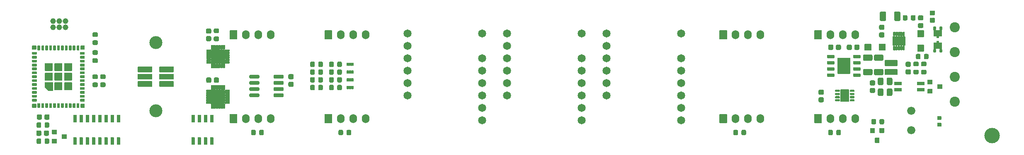
<source format=gts>
%TF.GenerationSoftware,KiCad,Pcbnew,(5.1.8)-1*%
%TF.CreationDate,2022-07-19T09:08:37+02:00*%
%TF.ProjectId,Hardware,48617264-7761-4726-952e-6b696361645f,rev?*%
%TF.SameCoordinates,Original*%
%TF.FileFunction,Soldermask,Top*%
%TF.FilePolarity,Negative*%
%FSLAX46Y46*%
G04 Gerber Fmt 4.6, Leading zero omitted, Abs format (unit mm)*
G04 Created by KiCad (PCBNEW (5.1.8)-1) date 2022-07-19 09:08:37*
%MOMM*%
%LPD*%
G01*
G04 APERTURE LIST*
%ADD10C,0.010000*%
%ADD11C,1.651000*%
%ADD12C,1.152400*%
%ADD13C,1.676400*%
%ADD14C,2.057400*%
%ADD15O,1.552400X1.852400*%
%ADD16C,2.652400*%
%ADD17C,3.152400*%
%ADD18C,0.100000*%
G04 APERTURE END LIST*
D10*
%TO.C,U2*%
G36*
X29136500Y-111005000D02*
G01*
X29136500Y-112655000D01*
X28146500Y-112655000D01*
X27486500Y-111995000D01*
X27486500Y-111005000D01*
X29136500Y-111005000D01*
G37*
X29136500Y-111005000D02*
X29136500Y-112655000D01*
X28146500Y-112655000D01*
X27486500Y-111995000D01*
X27486500Y-111005000D01*
X29136500Y-111005000D01*
G36*
X29136500Y-111005000D02*
G01*
X29136500Y-112655000D01*
X28146500Y-112655000D01*
X27486500Y-111995000D01*
X27486500Y-111005000D01*
X29136500Y-111005000D01*
G37*
X29136500Y-111005000D02*
X29136500Y-112655000D01*
X28146500Y-112655000D01*
X27486500Y-111995000D01*
X27486500Y-111005000D01*
X29136500Y-111005000D01*
%TD*%
%TO.C,U5*%
G36*
G01*
X61328800Y-112934200D02*
X60516000Y-112934200D01*
G75*
G02*
X60439800Y-112858000I0J76200D01*
G01*
X60439800Y-112604000D01*
G75*
G02*
X60516000Y-112527800I76200J0D01*
G01*
X61328800Y-112527800D01*
G75*
G02*
X61405000Y-112604000I0J-76200D01*
G01*
X61405000Y-112858000D01*
G75*
G02*
X61328800Y-112934200I-76200J0D01*
G01*
G37*
G36*
G01*
X61328800Y-113434199D02*
X60516000Y-113434199D01*
G75*
G02*
X60439800Y-113357999I0J76200D01*
G01*
X60439800Y-113103999D01*
G75*
G02*
X60516000Y-113027799I76200J0D01*
G01*
X61328800Y-113027799D01*
G75*
G02*
X61405000Y-113103999I0J-76200D01*
G01*
X61405000Y-113357999D01*
G75*
G02*
X61328800Y-113434199I-76200J0D01*
G01*
G37*
G36*
G01*
X61328800Y-113934200D02*
X60516000Y-113934200D01*
G75*
G02*
X60439800Y-113858000I0J76200D01*
G01*
X60439800Y-113604000D01*
G75*
G02*
X60516000Y-113527800I76200J0D01*
G01*
X61328800Y-113527800D01*
G75*
G02*
X61405000Y-113604000I0J-76200D01*
G01*
X61405000Y-113858000D01*
G75*
G02*
X61328800Y-113934200I-76200J0D01*
G01*
G37*
G36*
G01*
X61328800Y-114434200D02*
X60516000Y-114434200D01*
G75*
G02*
X60439800Y-114358000I0J76200D01*
G01*
X60439800Y-114104000D01*
G75*
G02*
X60516000Y-114027800I76200J0D01*
G01*
X61328800Y-114027800D01*
G75*
G02*
X61405000Y-114104000I0J-76200D01*
G01*
X61405000Y-114358000D01*
G75*
G02*
X61328800Y-114434200I-76200J0D01*
G01*
G37*
G36*
G01*
X61328800Y-114934201D02*
X60516000Y-114934201D01*
G75*
G02*
X60439800Y-114858001I0J76200D01*
G01*
X60439800Y-114604001D01*
G75*
G02*
X60516000Y-114527801I76200J0D01*
G01*
X61328800Y-114527801D01*
G75*
G02*
X61405000Y-114604001I0J-76200D01*
G01*
X61405000Y-114858001D01*
G75*
G02*
X61328800Y-114934201I-76200J0D01*
G01*
G37*
G36*
G01*
X61328800Y-115434200D02*
X60516000Y-115434200D01*
G75*
G02*
X60439800Y-115358000I0J76200D01*
G01*
X60439800Y-115104000D01*
G75*
G02*
X60516000Y-115027800I76200J0D01*
G01*
X61328800Y-115027800D01*
G75*
G02*
X61405000Y-115104000I0J-76200D01*
G01*
X61405000Y-115358000D01*
G75*
G02*
X61328800Y-115434200I-76200J0D01*
G01*
G37*
G36*
G01*
X61412300Y-116330500D02*
X61412300Y-115517700D01*
G75*
G02*
X61488500Y-115441500I76200J0D01*
G01*
X61742500Y-115441500D01*
G75*
G02*
X61818700Y-115517700I0J-76200D01*
G01*
X61818700Y-116330500D01*
G75*
G02*
X61742500Y-116406700I-76200J0D01*
G01*
X61488500Y-116406700D01*
G75*
G02*
X61412300Y-116330500I0J76200D01*
G01*
G37*
G36*
G01*
X61912299Y-116330500D02*
X61912299Y-115517700D01*
G75*
G02*
X61988499Y-115441500I76200J0D01*
G01*
X62242499Y-115441500D01*
G75*
G02*
X62318699Y-115517700I0J-76200D01*
G01*
X62318699Y-116330500D01*
G75*
G02*
X62242499Y-116406700I-76200J0D01*
G01*
X61988499Y-116406700D01*
G75*
G02*
X61912299Y-116330500I0J76200D01*
G01*
G37*
G36*
G01*
X62412300Y-116330500D02*
X62412300Y-115517700D01*
G75*
G02*
X62488500Y-115441500I76200J0D01*
G01*
X62742500Y-115441500D01*
G75*
G02*
X62818700Y-115517700I0J-76200D01*
G01*
X62818700Y-116330500D01*
G75*
G02*
X62742500Y-116406700I-76200J0D01*
G01*
X62488500Y-116406700D01*
G75*
G02*
X62412300Y-116330500I0J76200D01*
G01*
G37*
G36*
G01*
X62912300Y-116330500D02*
X62912300Y-115517700D01*
G75*
G02*
X62988500Y-115441500I76200J0D01*
G01*
X63242500Y-115441500D01*
G75*
G02*
X63318700Y-115517700I0J-76200D01*
G01*
X63318700Y-116330500D01*
G75*
G02*
X63242500Y-116406700I-76200J0D01*
G01*
X62988500Y-116406700D01*
G75*
G02*
X62912300Y-116330500I0J76200D01*
G01*
G37*
G36*
G01*
X63412301Y-116330500D02*
X63412301Y-115517700D01*
G75*
G02*
X63488501Y-115441500I76200J0D01*
G01*
X63742501Y-115441500D01*
G75*
G02*
X63818701Y-115517700I0J-76200D01*
G01*
X63818701Y-116330500D01*
G75*
G02*
X63742501Y-116406700I-76200J0D01*
G01*
X63488501Y-116406700D01*
G75*
G02*
X63412301Y-116330500I0J76200D01*
G01*
G37*
G36*
G01*
X63912300Y-116330500D02*
X63912300Y-115517700D01*
G75*
G02*
X63988500Y-115441500I76200J0D01*
G01*
X64242500Y-115441500D01*
G75*
G02*
X64318700Y-115517700I0J-76200D01*
G01*
X64318700Y-116330500D01*
G75*
G02*
X64242500Y-116406700I-76200J0D01*
G01*
X63988500Y-116406700D01*
G75*
G02*
X63912300Y-116330500I0J76200D01*
G01*
G37*
G36*
G01*
X65215000Y-115434200D02*
X64402200Y-115434200D01*
G75*
G02*
X64326000Y-115358000I0J76200D01*
G01*
X64326000Y-115104000D01*
G75*
G02*
X64402200Y-115027800I76200J0D01*
G01*
X65215000Y-115027800D01*
G75*
G02*
X65291200Y-115104000I0J-76200D01*
G01*
X65291200Y-115358000D01*
G75*
G02*
X65215000Y-115434200I-76200J0D01*
G01*
G37*
G36*
G01*
X65215000Y-114934201D02*
X64402200Y-114934201D01*
G75*
G02*
X64326000Y-114858001I0J76200D01*
G01*
X64326000Y-114604001D01*
G75*
G02*
X64402200Y-114527801I76200J0D01*
G01*
X65215000Y-114527801D01*
G75*
G02*
X65291200Y-114604001I0J-76200D01*
G01*
X65291200Y-114858001D01*
G75*
G02*
X65215000Y-114934201I-76200J0D01*
G01*
G37*
G36*
G01*
X65215000Y-114434200D02*
X64402200Y-114434200D01*
G75*
G02*
X64326000Y-114358000I0J76200D01*
G01*
X64326000Y-114104000D01*
G75*
G02*
X64402200Y-114027800I76200J0D01*
G01*
X65215000Y-114027800D01*
G75*
G02*
X65291200Y-114104000I0J-76200D01*
G01*
X65291200Y-114358000D01*
G75*
G02*
X65215000Y-114434200I-76200J0D01*
G01*
G37*
G36*
G01*
X65215000Y-113934200D02*
X64402200Y-113934200D01*
G75*
G02*
X64326000Y-113858000I0J76200D01*
G01*
X64326000Y-113604000D01*
G75*
G02*
X64402200Y-113527800I76200J0D01*
G01*
X65215000Y-113527800D01*
G75*
G02*
X65291200Y-113604000I0J-76200D01*
G01*
X65291200Y-113858000D01*
G75*
G02*
X65215000Y-113934200I-76200J0D01*
G01*
G37*
G36*
G01*
X65215000Y-113434199D02*
X64402200Y-113434199D01*
G75*
G02*
X64326000Y-113357999I0J76200D01*
G01*
X64326000Y-113103999D01*
G75*
G02*
X64402200Y-113027799I76200J0D01*
G01*
X65215000Y-113027799D01*
G75*
G02*
X65291200Y-113103999I0J-76200D01*
G01*
X65291200Y-113357999D01*
G75*
G02*
X65215000Y-113434199I-76200J0D01*
G01*
G37*
G36*
G01*
X65215000Y-112934200D02*
X64402200Y-112934200D01*
G75*
G02*
X64326000Y-112858000I0J76200D01*
G01*
X64326000Y-112604000D01*
G75*
G02*
X64402200Y-112527800I76200J0D01*
G01*
X65215000Y-112527800D01*
G75*
G02*
X65291200Y-112604000I0J-76200D01*
G01*
X65291200Y-112858000D01*
G75*
G02*
X65215000Y-112934200I-76200J0D01*
G01*
G37*
G36*
G01*
X63912300Y-112444300D02*
X63912300Y-111631500D01*
G75*
G02*
X63988500Y-111555300I76200J0D01*
G01*
X64242500Y-111555300D01*
G75*
G02*
X64318700Y-111631500I0J-76200D01*
G01*
X64318700Y-112444300D01*
G75*
G02*
X64242500Y-112520500I-76200J0D01*
G01*
X63988500Y-112520500D01*
G75*
G02*
X63912300Y-112444300I0J76200D01*
G01*
G37*
G36*
G01*
X63412301Y-112444300D02*
X63412301Y-111631500D01*
G75*
G02*
X63488501Y-111555300I76200J0D01*
G01*
X63742501Y-111555300D01*
G75*
G02*
X63818701Y-111631500I0J-76200D01*
G01*
X63818701Y-112444300D01*
G75*
G02*
X63742501Y-112520500I-76200J0D01*
G01*
X63488501Y-112520500D01*
G75*
G02*
X63412301Y-112444300I0J76200D01*
G01*
G37*
G36*
G01*
X62912300Y-112444300D02*
X62912300Y-111631500D01*
G75*
G02*
X62988500Y-111555300I76200J0D01*
G01*
X63242500Y-111555300D01*
G75*
G02*
X63318700Y-111631500I0J-76200D01*
G01*
X63318700Y-112444300D01*
G75*
G02*
X63242500Y-112520500I-76200J0D01*
G01*
X62988500Y-112520500D01*
G75*
G02*
X62912300Y-112444300I0J76200D01*
G01*
G37*
G36*
G01*
X62412300Y-112444300D02*
X62412300Y-111631500D01*
G75*
G02*
X62488500Y-111555300I76200J0D01*
G01*
X62742500Y-111555300D01*
G75*
G02*
X62818700Y-111631500I0J-76200D01*
G01*
X62818700Y-112444300D01*
G75*
G02*
X62742500Y-112520500I-76200J0D01*
G01*
X62488500Y-112520500D01*
G75*
G02*
X62412300Y-112444300I0J76200D01*
G01*
G37*
G36*
G01*
X61912299Y-112444300D02*
X61912299Y-111631500D01*
G75*
G02*
X61988499Y-111555300I76200J0D01*
G01*
X62242499Y-111555300D01*
G75*
G02*
X62318699Y-111631500I0J-76200D01*
G01*
X62318699Y-112444300D01*
G75*
G02*
X62242499Y-112520500I-76200J0D01*
G01*
X61988499Y-112520500D01*
G75*
G02*
X61912299Y-112444300I0J76200D01*
G01*
G37*
G36*
G01*
X61412300Y-112444300D02*
X61412300Y-111631500D01*
G75*
G02*
X61488500Y-111555300I76200J0D01*
G01*
X61742500Y-111555300D01*
G75*
G02*
X61818700Y-111631500I0J-76200D01*
G01*
X61818700Y-112444300D01*
G75*
G02*
X61742500Y-112520500I-76200J0D01*
G01*
X61488500Y-112520500D01*
G75*
G02*
X61412300Y-112444300I0J76200D01*
G01*
G37*
G36*
G01*
X61493900Y-115276400D02*
X61493900Y-112685600D01*
G75*
G02*
X61570100Y-112609400I76200J0D01*
G01*
X64160900Y-112609400D01*
G75*
G02*
X64237100Y-112685600I0J-76200D01*
G01*
X64237100Y-115276400D01*
G75*
G02*
X64160900Y-115352600I-76200J0D01*
G01*
X61570100Y-115352600D01*
G75*
G02*
X61493900Y-115276400I0J76200D01*
G01*
G37*
%TD*%
%TO.C,R26*%
G36*
G01*
X39683100Y-110331200D02*
X39056900Y-110331200D01*
G75*
G02*
X38818800Y-110093100I0J238100D01*
G01*
X38818800Y-109616900D01*
G75*
G02*
X39056900Y-109378800I238100J0D01*
G01*
X39683100Y-109378800D01*
G75*
G02*
X39921200Y-109616900I0J-238100D01*
G01*
X39921200Y-110093100D01*
G75*
G02*
X39683100Y-110331200I-238100J0D01*
G01*
G37*
G36*
G01*
X39683100Y-111981200D02*
X39056900Y-111981200D01*
G75*
G02*
X38818800Y-111743100I0J238100D01*
G01*
X38818800Y-111266900D01*
G75*
G02*
X39056900Y-111028800I238100J0D01*
G01*
X39683100Y-111028800D01*
G75*
G02*
X39921200Y-111266900I0J-238100D01*
G01*
X39921200Y-111743100D01*
G75*
G02*
X39683100Y-111981200I-238100J0D01*
G01*
G37*
%TD*%
%TO.C,R25*%
G36*
G01*
X38095600Y-110331200D02*
X37469400Y-110331200D01*
G75*
G02*
X37231300Y-110093100I0J238100D01*
G01*
X37231300Y-109616900D01*
G75*
G02*
X37469400Y-109378800I238100J0D01*
G01*
X38095600Y-109378800D01*
G75*
G02*
X38333700Y-109616900I0J-238100D01*
G01*
X38333700Y-110093100D01*
G75*
G02*
X38095600Y-110331200I-238100J0D01*
G01*
G37*
G36*
G01*
X38095600Y-111981200D02*
X37469400Y-111981200D01*
G75*
G02*
X37231300Y-111743100I0J238100D01*
G01*
X37231300Y-111266900D01*
G75*
G02*
X37469400Y-111028800I238100J0D01*
G01*
X38095600Y-111028800D01*
G75*
G02*
X38333700Y-111266900I0J-238100D01*
G01*
X38333700Y-111743100D01*
G75*
G02*
X38095600Y-111981200I-238100J0D01*
G01*
G37*
%TD*%
D11*
%TO.C,LED4*%
X142240000Y-100965000D03*
X142240000Y-103505000D03*
X142240000Y-106045000D03*
X142240000Y-108585000D03*
X142240000Y-111125000D03*
X142240000Y-113665000D03*
X157480000Y-118745000D03*
X157480000Y-116205000D03*
X157480000Y-113665000D03*
X157480000Y-111125000D03*
X157480000Y-108585000D03*
X157480000Y-106045000D03*
X157480000Y-100965000D03*
%TD*%
%TO.C,LED3*%
X121920000Y-100965000D03*
X121920000Y-103505000D03*
X121920000Y-106045000D03*
X121920000Y-108585000D03*
X121920000Y-111125000D03*
X121920000Y-113665000D03*
X137160000Y-118745000D03*
X137160000Y-116205000D03*
X137160000Y-113665000D03*
X137160000Y-111125000D03*
X137160000Y-108585000D03*
X137160000Y-106045000D03*
X137160000Y-100965000D03*
%TD*%
%TO.C,LED2*%
X101600000Y-100965000D03*
X101600000Y-103505000D03*
X101600000Y-106045000D03*
X101600000Y-108585000D03*
X101600000Y-111125000D03*
X101600000Y-113665000D03*
X116840000Y-118745000D03*
X116840000Y-116205000D03*
X116840000Y-113665000D03*
X116840000Y-111125000D03*
X116840000Y-108585000D03*
X116840000Y-106045000D03*
X116840000Y-100965000D03*
%TD*%
%TO.C,D3*%
G36*
G01*
X199231200Y-103212500D02*
X199231200Y-104432500D01*
G75*
G02*
X199155000Y-104508700I-76200J0D01*
G01*
X197905000Y-104508700D01*
G75*
G02*
X197828800Y-104432500I0J76200D01*
G01*
X197828800Y-103212500D01*
G75*
G02*
X197905000Y-103136300I76200J0D01*
G01*
X199155000Y-103136300D01*
G75*
G02*
X199231200Y-103212500I0J-76200D01*
G01*
G37*
G36*
G01*
X196281200Y-103212500D02*
X196281200Y-104432500D01*
G75*
G02*
X196205000Y-104508700I-76200J0D01*
G01*
X194955000Y-104508700D01*
G75*
G02*
X194878800Y-104432500I0J76200D01*
G01*
X194878800Y-103212500D01*
G75*
G02*
X194955000Y-103136300I76200J0D01*
G01*
X196205000Y-103136300D01*
G75*
G02*
X196281200Y-103212500I0J-76200D01*
G01*
G37*
%TD*%
%TO.C,D2*%
G36*
G01*
X205765000Y-100361800D02*
X206985000Y-100361800D01*
G75*
G02*
X207061200Y-100438000I0J-76200D01*
G01*
X207061200Y-101688000D01*
G75*
G02*
X206985000Y-101764200I-76200J0D01*
G01*
X205765000Y-101764200D01*
G75*
G02*
X205688800Y-101688000I0J76200D01*
G01*
X205688800Y-100438000D01*
G75*
G02*
X205765000Y-100361800I76200J0D01*
G01*
G37*
G36*
G01*
X205765000Y-103311800D02*
X206985000Y-103311800D01*
G75*
G02*
X207061200Y-103388000I0J-76200D01*
G01*
X207061200Y-104638000D01*
G75*
G02*
X206985000Y-104714200I-76200J0D01*
G01*
X205765000Y-104714200D01*
G75*
G02*
X205688800Y-104638000I0J76200D01*
G01*
X205688800Y-103388000D01*
G75*
G02*
X205765000Y-103311800I76200J0D01*
G01*
G37*
%TD*%
%TO.C,L1*%
G36*
G01*
X208632000Y-97270800D02*
X208332000Y-97270800D01*
G75*
G02*
X208255800Y-97194600I0J76200D01*
G01*
X208255800Y-96394600D01*
G75*
G02*
X208332000Y-96318400I76200J0D01*
G01*
X208632000Y-96318400D01*
G75*
G02*
X208708200Y-96394600I0J-76200D01*
G01*
X208708200Y-97194600D01*
G75*
G02*
X208632000Y-97270800I-76200J0D01*
G01*
G37*
G36*
G01*
X209192000Y-97270800D02*
X208892000Y-97270800D01*
G75*
G02*
X208815800Y-97194600I0J76200D01*
G01*
X208815800Y-96394600D01*
G75*
G02*
X208892000Y-96318400I76200J0D01*
G01*
X209192000Y-96318400D01*
G75*
G02*
X209268200Y-96394600I0J-76200D01*
G01*
X209268200Y-97194600D01*
G75*
G02*
X209192000Y-97270800I-76200J0D01*
G01*
G37*
G36*
G01*
X209192000Y-98774200D02*
X208892000Y-98774200D01*
G75*
G02*
X208815800Y-98698000I0J76200D01*
G01*
X208815800Y-97898000D01*
G75*
G02*
X208892000Y-97821800I76200J0D01*
G01*
X209192000Y-97821800D01*
G75*
G02*
X209268200Y-97898000I0J-76200D01*
G01*
X209268200Y-98698000D01*
G75*
G02*
X209192000Y-98774200I-76200J0D01*
G01*
G37*
G36*
G01*
X208632000Y-98774200D02*
X208332000Y-98774200D01*
G75*
G02*
X208255800Y-98698000I0J76200D01*
G01*
X208255800Y-97898000D01*
G75*
G02*
X208332000Y-97821800I76200J0D01*
G01*
X208632000Y-97821800D01*
G75*
G02*
X208708200Y-97898000I0J-76200D01*
G01*
X208708200Y-98698000D01*
G75*
G02*
X208632000Y-98774200I-76200J0D01*
G01*
G37*
%TD*%
%TO.C,U3*%
G36*
G01*
X188904800Y-112859100D02*
X188904800Y-112632900D01*
G75*
G02*
X189017900Y-112519800I113100J0D01*
G01*
X189744100Y-112519800D01*
G75*
G02*
X189857200Y-112632900I0J-113100D01*
G01*
X189857200Y-112859100D01*
G75*
G02*
X189744100Y-112972200I-113100J0D01*
G01*
X189017900Y-112972200D01*
G75*
G02*
X188904800Y-112859100I0J113100D01*
G01*
G37*
G36*
G01*
X188904800Y-113509100D02*
X188904800Y-113282900D01*
G75*
G02*
X189017900Y-113169800I113100J0D01*
G01*
X189744100Y-113169800D01*
G75*
G02*
X189857200Y-113282900I0J-113100D01*
G01*
X189857200Y-113509100D01*
G75*
G02*
X189744100Y-113622200I-113100J0D01*
G01*
X189017900Y-113622200D01*
G75*
G02*
X188904800Y-113509100I0J113100D01*
G01*
G37*
G36*
G01*
X188904800Y-114159100D02*
X188904800Y-113932900D01*
G75*
G02*
X189017900Y-113819800I113100J0D01*
G01*
X189744100Y-113819800D01*
G75*
G02*
X189857200Y-113932900I0J-113100D01*
G01*
X189857200Y-114159100D01*
G75*
G02*
X189744100Y-114272200I-113100J0D01*
G01*
X189017900Y-114272200D01*
G75*
G02*
X188904800Y-114159100I0J113100D01*
G01*
G37*
G36*
G01*
X188904800Y-114809100D02*
X188904800Y-114582900D01*
G75*
G02*
X189017900Y-114469800I113100J0D01*
G01*
X189744100Y-114469800D01*
G75*
G02*
X189857200Y-114582900I0J-113100D01*
G01*
X189857200Y-114809100D01*
G75*
G02*
X189744100Y-114922200I-113100J0D01*
G01*
X189017900Y-114922200D01*
G75*
G02*
X188904800Y-114809100I0J113100D01*
G01*
G37*
G36*
G01*
X191904800Y-114809100D02*
X191904800Y-114582900D01*
G75*
G02*
X192017900Y-114469800I113100J0D01*
G01*
X192744100Y-114469800D01*
G75*
G02*
X192857200Y-114582900I0J-113100D01*
G01*
X192857200Y-114809100D01*
G75*
G02*
X192744100Y-114922200I-113100J0D01*
G01*
X192017900Y-114922200D01*
G75*
G02*
X191904800Y-114809100I0J113100D01*
G01*
G37*
G36*
G01*
X191904800Y-114159100D02*
X191904800Y-113932900D01*
G75*
G02*
X192017900Y-113819800I113100J0D01*
G01*
X192744100Y-113819800D01*
G75*
G02*
X192857200Y-113932900I0J-113100D01*
G01*
X192857200Y-114159100D01*
G75*
G02*
X192744100Y-114272200I-113100J0D01*
G01*
X192017900Y-114272200D01*
G75*
G02*
X191904800Y-114159100I0J113100D01*
G01*
G37*
G36*
G01*
X191904800Y-113509100D02*
X191904800Y-113282900D01*
G75*
G02*
X192017900Y-113169800I113100J0D01*
G01*
X192744100Y-113169800D01*
G75*
G02*
X192857200Y-113282900I0J-113100D01*
G01*
X192857200Y-113509100D01*
G75*
G02*
X192744100Y-113622200I-113100J0D01*
G01*
X192017900Y-113622200D01*
G75*
G02*
X191904800Y-113509100I0J113100D01*
G01*
G37*
G36*
G01*
X191904800Y-112859100D02*
X191904800Y-112632900D01*
G75*
G02*
X192017900Y-112519800I113100J0D01*
G01*
X192744100Y-112519800D01*
G75*
G02*
X192857200Y-112632900I0J-113100D01*
G01*
X192857200Y-112859100D01*
G75*
G02*
X192744100Y-112972200I-113100J0D01*
G01*
X192017900Y-112972200D01*
G75*
G02*
X191904800Y-112859100I0J113100D01*
G01*
G37*
G36*
G01*
X190004800Y-114921000D02*
X190004800Y-112521000D01*
G75*
G02*
X190081000Y-112444800I76200J0D01*
G01*
X191681000Y-112444800D01*
G75*
G02*
X191757200Y-112521000I0J-76200D01*
G01*
X191757200Y-114921000D01*
G75*
G02*
X191681000Y-114997200I-76200J0D01*
G01*
X190081000Y-114997200D01*
G75*
G02*
X190004800Y-114921000I0J76200D01*
G01*
G37*
%TD*%
%TO.C,U6*%
G36*
G01*
X201030600Y-104441200D02*
X200829400Y-104441200D01*
G75*
G02*
X200728800Y-104340600I0J100600D01*
G01*
X200728800Y-103689400D01*
G75*
G02*
X200829400Y-103588800I100600J0D01*
G01*
X201030600Y-103588800D01*
G75*
G02*
X201131200Y-103689400I0J-100600D01*
G01*
X201131200Y-104340600D01*
G75*
G02*
X201030600Y-104441200I-100600J0D01*
G01*
G37*
G36*
G01*
X201530600Y-104441200D02*
X201329400Y-104441200D01*
G75*
G02*
X201228800Y-104340600I0J100600D01*
G01*
X201228800Y-103689400D01*
G75*
G02*
X201329400Y-103588800I100600J0D01*
G01*
X201530600Y-103588800D01*
G75*
G02*
X201631200Y-103689400I0J-100600D01*
G01*
X201631200Y-104340600D01*
G75*
G02*
X201530600Y-104441200I-100600J0D01*
G01*
G37*
G36*
G01*
X202030600Y-104441200D02*
X201829400Y-104441200D01*
G75*
G02*
X201728800Y-104340600I0J100600D01*
G01*
X201728800Y-103689400D01*
G75*
G02*
X201829400Y-103588800I100600J0D01*
G01*
X202030600Y-103588800D01*
G75*
G02*
X202131200Y-103689400I0J-100600D01*
G01*
X202131200Y-104340600D01*
G75*
G02*
X202030600Y-104441200I-100600J0D01*
G01*
G37*
G36*
G01*
X202530600Y-104441200D02*
X202329400Y-104441200D01*
G75*
G02*
X202228800Y-104340600I0J100600D01*
G01*
X202228800Y-103689400D01*
G75*
G02*
X202329400Y-103588800I100600J0D01*
G01*
X202530600Y-103588800D01*
G75*
G02*
X202631200Y-103689400I0J-100600D01*
G01*
X202631200Y-104340600D01*
G75*
G02*
X202530600Y-104441200I-100600J0D01*
G01*
G37*
G36*
G01*
X203030600Y-104441200D02*
X202829400Y-104441200D01*
G75*
G02*
X202728800Y-104340600I0J100600D01*
G01*
X202728800Y-103689400D01*
G75*
G02*
X202829400Y-103588800I100600J0D01*
G01*
X203030600Y-103588800D01*
G75*
G02*
X203131200Y-103689400I0J-100600D01*
G01*
X203131200Y-104340600D01*
G75*
G02*
X203030600Y-104441200I-100600J0D01*
G01*
G37*
G36*
G01*
X203030600Y-101516200D02*
X202829400Y-101516200D01*
G75*
G02*
X202728800Y-101415600I0J100600D01*
G01*
X202728800Y-100764400D01*
G75*
G02*
X202829400Y-100663800I100600J0D01*
G01*
X203030600Y-100663800D01*
G75*
G02*
X203131200Y-100764400I0J-100600D01*
G01*
X203131200Y-101415600D01*
G75*
G02*
X203030600Y-101516200I-100600J0D01*
G01*
G37*
G36*
G01*
X202530600Y-101516200D02*
X202329400Y-101516200D01*
G75*
G02*
X202228800Y-101415600I0J100600D01*
G01*
X202228800Y-100764400D01*
G75*
G02*
X202329400Y-100663800I100600J0D01*
G01*
X202530600Y-100663800D01*
G75*
G02*
X202631200Y-100764400I0J-100600D01*
G01*
X202631200Y-101415600D01*
G75*
G02*
X202530600Y-101516200I-100600J0D01*
G01*
G37*
G36*
G01*
X202030600Y-101516200D02*
X201829400Y-101516200D01*
G75*
G02*
X201728800Y-101415600I0J100600D01*
G01*
X201728800Y-100764400D01*
G75*
G02*
X201829400Y-100663800I100600J0D01*
G01*
X202030600Y-100663800D01*
G75*
G02*
X202131200Y-100764400I0J-100600D01*
G01*
X202131200Y-101415600D01*
G75*
G02*
X202030600Y-101516200I-100600J0D01*
G01*
G37*
G36*
G01*
X201530600Y-101516200D02*
X201329400Y-101516200D01*
G75*
G02*
X201228800Y-101415600I0J100600D01*
G01*
X201228800Y-100764400D01*
G75*
G02*
X201329400Y-100663800I100600J0D01*
G01*
X201530600Y-100663800D01*
G75*
G02*
X201631200Y-100764400I0J-100600D01*
G01*
X201631200Y-101415600D01*
G75*
G02*
X201530600Y-101516200I-100600J0D01*
G01*
G37*
G36*
G01*
X201030600Y-101516200D02*
X200829400Y-101516200D01*
G75*
G02*
X200728800Y-101415600I0J100600D01*
G01*
X200728800Y-100764400D01*
G75*
G02*
X200829400Y-100663800I100600J0D01*
G01*
X201030600Y-100663800D01*
G75*
G02*
X201131200Y-100764400I0J-100600D01*
G01*
X201131200Y-101415600D01*
G75*
G02*
X201030600Y-101516200I-100600J0D01*
G01*
G37*
G36*
G01*
X203180000Y-103478700D02*
X200680000Y-103478700D01*
G75*
G02*
X200603800Y-103402500I0J76200D01*
G01*
X200603800Y-101702500D01*
G75*
G02*
X200680000Y-101626300I76200J0D01*
G01*
X203180000Y-101626300D01*
G75*
G02*
X203256200Y-101702500I0J-76200D01*
G01*
X203256200Y-103402500D01*
G75*
G02*
X203180000Y-103478700I-76200J0D01*
G01*
G37*
%TD*%
%TO.C,D5*%
G36*
G01*
X207753800Y-111334500D02*
X207753800Y-110534500D01*
G75*
G02*
X207830000Y-110458300I76200J0D01*
G01*
X208730000Y-110458300D01*
G75*
G02*
X208806200Y-110534500I0J-76200D01*
G01*
X208806200Y-111334500D01*
G75*
G02*
X208730000Y-111410700I-76200J0D01*
G01*
X207830000Y-111410700D01*
G75*
G02*
X207753800Y-111334500I0J76200D01*
G01*
G37*
G36*
G01*
X207753800Y-113234500D02*
X207753800Y-112434500D01*
G75*
G02*
X207830000Y-112358300I76200J0D01*
G01*
X208730000Y-112358300D01*
G75*
G02*
X208806200Y-112434500I0J-76200D01*
G01*
X208806200Y-113234500D01*
G75*
G02*
X208730000Y-113310700I-76200J0D01*
G01*
X207830000Y-113310700D01*
G75*
G02*
X207753800Y-113234500I0J76200D01*
G01*
G37*
G36*
G01*
X209753800Y-112284500D02*
X209753800Y-111484500D01*
G75*
G02*
X209830000Y-111408300I76200J0D01*
G01*
X210730000Y-111408300D01*
G75*
G02*
X210806200Y-111484500I0J-76200D01*
G01*
X210806200Y-112284500D01*
G75*
G02*
X210730000Y-112360700I-76200J0D01*
G01*
X209830000Y-112360700D01*
G75*
G02*
X209753800Y-112284500I0J76200D01*
G01*
G37*
%TD*%
%TO.C,U8*%
G36*
G01*
X74196300Y-110043100D02*
X74196300Y-109666900D01*
G75*
G02*
X74384400Y-109478800I188100J0D01*
G01*
X76110600Y-109478800D01*
G75*
G02*
X76298700Y-109666900I0J-188100D01*
G01*
X76298700Y-110043100D01*
G75*
G02*
X76110600Y-110231200I-188100J0D01*
G01*
X74384400Y-110231200D01*
G75*
G02*
X74196300Y-110043100I0J188100D01*
G01*
G37*
G36*
G01*
X74196300Y-111313100D02*
X74196300Y-110936900D01*
G75*
G02*
X74384400Y-110748800I188100J0D01*
G01*
X76110600Y-110748800D01*
G75*
G02*
X76298700Y-110936900I0J-188100D01*
G01*
X76298700Y-111313100D01*
G75*
G02*
X76110600Y-111501200I-188100J0D01*
G01*
X74384400Y-111501200D01*
G75*
G02*
X74196300Y-111313100I0J188100D01*
G01*
G37*
G36*
G01*
X74196300Y-112583100D02*
X74196300Y-112206900D01*
G75*
G02*
X74384400Y-112018800I188100J0D01*
G01*
X76110600Y-112018800D01*
G75*
G02*
X76298700Y-112206900I0J-188100D01*
G01*
X76298700Y-112583100D01*
G75*
G02*
X76110600Y-112771200I-188100J0D01*
G01*
X74384400Y-112771200D01*
G75*
G02*
X74196300Y-112583100I0J188100D01*
G01*
G37*
G36*
G01*
X74196300Y-113853100D02*
X74196300Y-113476900D01*
G75*
G02*
X74384400Y-113288800I188100J0D01*
G01*
X76110600Y-113288800D01*
G75*
G02*
X76298700Y-113476900I0J-188100D01*
G01*
X76298700Y-113853100D01*
G75*
G02*
X76110600Y-114041200I-188100J0D01*
G01*
X74384400Y-114041200D01*
G75*
G02*
X74196300Y-113853100I0J188100D01*
G01*
G37*
G36*
G01*
X69246300Y-113853100D02*
X69246300Y-113476900D01*
G75*
G02*
X69434400Y-113288800I188100J0D01*
G01*
X71160600Y-113288800D01*
G75*
G02*
X71348700Y-113476900I0J-188100D01*
G01*
X71348700Y-113853100D01*
G75*
G02*
X71160600Y-114041200I-188100J0D01*
G01*
X69434400Y-114041200D01*
G75*
G02*
X69246300Y-113853100I0J188100D01*
G01*
G37*
G36*
G01*
X69246300Y-112583100D02*
X69246300Y-112206900D01*
G75*
G02*
X69434400Y-112018800I188100J0D01*
G01*
X71160600Y-112018800D01*
G75*
G02*
X71348700Y-112206900I0J-188100D01*
G01*
X71348700Y-112583100D01*
G75*
G02*
X71160600Y-112771200I-188100J0D01*
G01*
X69434400Y-112771200D01*
G75*
G02*
X69246300Y-112583100I0J188100D01*
G01*
G37*
G36*
G01*
X69246300Y-111313100D02*
X69246300Y-110936900D01*
G75*
G02*
X69434400Y-110748800I188100J0D01*
G01*
X71160600Y-110748800D01*
G75*
G02*
X71348700Y-110936900I0J-188100D01*
G01*
X71348700Y-111313100D01*
G75*
G02*
X71160600Y-111501200I-188100J0D01*
G01*
X69434400Y-111501200D01*
G75*
G02*
X69246300Y-111313100I0J188100D01*
G01*
G37*
G36*
G01*
X69246300Y-110043100D02*
X69246300Y-109666900D01*
G75*
G02*
X69434400Y-109478800I188100J0D01*
G01*
X71160600Y-109478800D01*
G75*
G02*
X71348700Y-109666900I0J-188100D01*
G01*
X71348700Y-110043100D01*
G75*
G02*
X71160600Y-110231200I-188100J0D01*
G01*
X69434400Y-110231200D01*
G75*
G02*
X69246300Y-110043100I0J188100D01*
G01*
G37*
%TD*%
%TO.C,C14*%
G36*
G01*
X77499400Y-110878800D02*
X78075600Y-110878800D01*
G75*
G02*
X78338700Y-111141900I0J-263100D01*
G01*
X78338700Y-111668100D01*
G75*
G02*
X78075600Y-111931200I-263100J0D01*
G01*
X77499400Y-111931200D01*
G75*
G02*
X77236300Y-111668100I0J263100D01*
G01*
X77236300Y-111141900D01*
G75*
G02*
X77499400Y-110878800I263100J0D01*
G01*
G37*
G36*
G01*
X77499400Y-109328800D02*
X78075600Y-109328800D01*
G75*
G02*
X78338700Y-109591900I0J-263100D01*
G01*
X78338700Y-110118100D01*
G75*
G02*
X78075600Y-110381200I-263100J0D01*
G01*
X77499400Y-110381200D01*
G75*
G02*
X77236300Y-110118100I0J263100D01*
G01*
X77236300Y-109591900D01*
G75*
G02*
X77499400Y-109328800I263100J0D01*
G01*
G37*
%TD*%
%TO.C,R24*%
G36*
G01*
X188436200Y-120971900D02*
X188436200Y-121598100D01*
G75*
G02*
X188198100Y-121836200I-238100J0D01*
G01*
X187721900Y-121836200D01*
G75*
G02*
X187483800Y-121598100I0J238100D01*
G01*
X187483800Y-120971900D01*
G75*
G02*
X187721900Y-120733800I238100J0D01*
G01*
X188198100Y-120733800D01*
G75*
G02*
X188436200Y-120971900I0J-238100D01*
G01*
G37*
G36*
G01*
X190086200Y-120971900D02*
X190086200Y-121598100D01*
G75*
G02*
X189848100Y-121836200I-238100J0D01*
G01*
X189371900Y-121836200D01*
G75*
G02*
X189133800Y-121598100I0J238100D01*
G01*
X189133800Y-120971900D01*
G75*
G02*
X189371900Y-120733800I238100J0D01*
G01*
X189848100Y-120733800D01*
G75*
G02*
X190086200Y-120971900I0J-238100D01*
G01*
G37*
%TD*%
%TO.C,R23*%
G36*
G01*
X169068700Y-120971900D02*
X169068700Y-121598100D01*
G75*
G02*
X168830600Y-121836200I-238100J0D01*
G01*
X168354400Y-121836200D01*
G75*
G02*
X168116300Y-121598100I0J238100D01*
G01*
X168116300Y-120971900D01*
G75*
G02*
X168354400Y-120733800I238100J0D01*
G01*
X168830600Y-120733800D01*
G75*
G02*
X169068700Y-120971900I0J-238100D01*
G01*
G37*
G36*
G01*
X170718700Y-120971900D02*
X170718700Y-121598100D01*
G75*
G02*
X170480600Y-121836200I-238100J0D01*
G01*
X170004400Y-121836200D01*
G75*
G02*
X169766300Y-121598100I0J238100D01*
G01*
X169766300Y-120971900D01*
G75*
G02*
X170004400Y-120733800I238100J0D01*
G01*
X170480600Y-120733800D01*
G75*
G02*
X170718700Y-120971900I0J-238100D01*
G01*
G37*
%TD*%
%TO.C,R22*%
G36*
G01*
X88423700Y-120971900D02*
X88423700Y-121598100D01*
G75*
G02*
X88185600Y-121836200I-238100J0D01*
G01*
X87709400Y-121836200D01*
G75*
G02*
X87471300Y-121598100I0J238100D01*
G01*
X87471300Y-120971900D01*
G75*
G02*
X87709400Y-120733800I238100J0D01*
G01*
X88185600Y-120733800D01*
G75*
G02*
X88423700Y-120971900I0J-238100D01*
G01*
G37*
G36*
G01*
X90073700Y-120971900D02*
X90073700Y-121598100D01*
G75*
G02*
X89835600Y-121836200I-238100J0D01*
G01*
X89359400Y-121836200D01*
G75*
G02*
X89121300Y-121598100I0J238100D01*
G01*
X89121300Y-120971900D01*
G75*
G02*
X89359400Y-120733800I238100J0D01*
G01*
X89835600Y-120733800D01*
G75*
G02*
X90073700Y-120971900I0J-238100D01*
G01*
G37*
%TD*%
%TO.C,R21*%
G36*
G01*
X70581200Y-120971900D02*
X70581200Y-121598100D01*
G75*
G02*
X70343100Y-121836200I-238100J0D01*
G01*
X69866900Y-121836200D01*
G75*
G02*
X69628800Y-121598100I0J238100D01*
G01*
X69628800Y-120971900D01*
G75*
G02*
X69866900Y-120733800I238100J0D01*
G01*
X70343100Y-120733800D01*
G75*
G02*
X70581200Y-120971900I0J-238100D01*
G01*
G37*
G36*
G01*
X72231200Y-120971900D02*
X72231200Y-121598100D01*
G75*
G02*
X71993100Y-121836200I-238100J0D01*
G01*
X71516900Y-121836200D01*
G75*
G02*
X71278800Y-121598100I0J238100D01*
G01*
X71278800Y-120971900D01*
G75*
G02*
X71516900Y-120733800I238100J0D01*
G01*
X71993100Y-120733800D01*
G75*
G02*
X72231200Y-120971900I0J-238100D01*
G01*
G37*
%TD*%
D12*
%TO.C,J1*%
X29210000Y-99695000D03*
X29210000Y-98425000D03*
X30480000Y-99695000D03*
X30480000Y-98425000D03*
X31750000Y-99695000D03*
X31750000Y-98425000D03*
%TD*%
D13*
%TO.C,BZ1*%
X204470000Y-120840000D03*
X204470000Y-116840000D03*
%TD*%
D14*
%TO.C,J10*%
X213360000Y-114935000D03*
X213360000Y-109855000D03*
X213360000Y-104775000D03*
X213360000Y-99695000D03*
%TD*%
%TO.C,D7*%
G36*
G01*
X210793700Y-99665000D02*
X210793700Y-100165000D01*
G75*
G02*
X210717500Y-100241200I-76200J0D01*
G01*
X210317500Y-100241200D01*
G75*
G02*
X210241300Y-100165000I0J76200D01*
G01*
X210241300Y-99665000D01*
G75*
G02*
X210317500Y-99588800I76200J0D01*
G01*
X210717500Y-99588800D01*
G75*
G02*
X210793700Y-99665000I0J-76200D01*
G01*
G37*
G36*
G01*
X209493700Y-99665000D02*
X209493700Y-100165000D01*
G75*
G02*
X209417500Y-100241200I-76200J0D01*
G01*
X209017500Y-100241200D01*
G75*
G02*
X208941300Y-100165000I0J76200D01*
G01*
X208941300Y-99665000D01*
G75*
G02*
X209017500Y-99588800I76200J0D01*
G01*
X209417500Y-99588800D01*
G75*
G02*
X209493700Y-99665000I0J-76200D01*
G01*
G37*
G36*
G01*
X209067500Y-100338800D02*
X210667500Y-100338800D01*
G75*
G02*
X210743700Y-100415000I0J-76200D01*
G01*
X210743700Y-101515000D01*
G75*
G02*
X210667500Y-101591200I-76200J0D01*
G01*
X209067500Y-101591200D01*
G75*
G02*
X208991300Y-101515000I0J76200D01*
G01*
X208991300Y-100415000D01*
G75*
G02*
X209067500Y-100338800I76200J0D01*
G01*
G37*
G36*
G01*
X209667500Y-101438800D02*
X210067500Y-101438800D01*
G75*
G02*
X210143700Y-101515000I0J-76200D01*
G01*
X210143700Y-101865000D01*
G75*
G02*
X210067500Y-101941200I-76200J0D01*
G01*
X209667500Y-101941200D01*
G75*
G02*
X209591300Y-101865000I0J76200D01*
G01*
X209591300Y-101515000D01*
G75*
G02*
X209667500Y-101438800I76200J0D01*
G01*
G37*
%TD*%
%TO.C,D4*%
G36*
G01*
X208941300Y-104805000D02*
X208941300Y-104305000D01*
G75*
G02*
X209017500Y-104228800I76200J0D01*
G01*
X209417500Y-104228800D01*
G75*
G02*
X209493700Y-104305000I0J-76200D01*
G01*
X209493700Y-104805000D01*
G75*
G02*
X209417500Y-104881200I-76200J0D01*
G01*
X209017500Y-104881200D01*
G75*
G02*
X208941300Y-104805000I0J76200D01*
G01*
G37*
G36*
G01*
X210241300Y-104805000D02*
X210241300Y-104305000D01*
G75*
G02*
X210317500Y-104228800I76200J0D01*
G01*
X210717500Y-104228800D01*
G75*
G02*
X210793700Y-104305000I0J-76200D01*
G01*
X210793700Y-104805000D01*
G75*
G02*
X210717500Y-104881200I-76200J0D01*
G01*
X210317500Y-104881200D01*
G75*
G02*
X210241300Y-104805000I0J76200D01*
G01*
G37*
G36*
G01*
X210667500Y-104131200D02*
X209067500Y-104131200D01*
G75*
G02*
X208991300Y-104055000I0J76200D01*
G01*
X208991300Y-102955000D01*
G75*
G02*
X209067500Y-102878800I76200J0D01*
G01*
X210667500Y-102878800D01*
G75*
G02*
X210743700Y-102955000I0J-76200D01*
G01*
X210743700Y-104055000D01*
G75*
G02*
X210667500Y-104131200I-76200J0D01*
G01*
G37*
G36*
G01*
X210067500Y-103031200D02*
X209667500Y-103031200D01*
G75*
G02*
X209591300Y-102955000I0J76200D01*
G01*
X209591300Y-102605000D01*
G75*
G02*
X209667500Y-102528800I76200J0D01*
G01*
X210067500Y-102528800D01*
G75*
G02*
X210143700Y-102605000I0J-76200D01*
G01*
X210143700Y-102955000D01*
G75*
G02*
X210067500Y-103031200I-76200J0D01*
G01*
G37*
%TD*%
%TO.C,R16*%
G36*
G01*
X199436300Y-111296532D02*
X199436300Y-110318468D01*
G75*
G02*
X199723468Y-110031300I287168J0D01*
G01*
X200326532Y-110031300D01*
G75*
G02*
X200613700Y-110318468I0J-287168D01*
G01*
X200613700Y-111296532D01*
G75*
G02*
X200326532Y-111583700I-287168J0D01*
G01*
X199723468Y-111583700D01*
G75*
G02*
X199436300Y-111296532I0J287168D01*
G01*
G37*
G36*
G01*
X197611300Y-111296532D02*
X197611300Y-110318468D01*
G75*
G02*
X197898468Y-110031300I287168J0D01*
G01*
X198501532Y-110031300D01*
G75*
G02*
X198788700Y-110318468I0J-287168D01*
G01*
X198788700Y-111296532D01*
G75*
G02*
X198501532Y-111583700I-287168J0D01*
G01*
X197898468Y-111583700D01*
G75*
G02*
X197611300Y-111296532I0J287168D01*
G01*
G37*
%TD*%
%TO.C,R15*%
G36*
G01*
X198788700Y-112540968D02*
X198788700Y-113519032D01*
G75*
G02*
X198501532Y-113806200I-287168J0D01*
G01*
X197898468Y-113806200D01*
G75*
G02*
X197611300Y-113519032I0J287168D01*
G01*
X197611300Y-112540968D01*
G75*
G02*
X197898468Y-112253800I287168J0D01*
G01*
X198501532Y-112253800D01*
G75*
G02*
X198788700Y-112540968I0J-287168D01*
G01*
G37*
G36*
G01*
X200613700Y-112540968D02*
X200613700Y-113519032D01*
G75*
G02*
X200326532Y-113806200I-287168J0D01*
G01*
X199723468Y-113806200D01*
G75*
G02*
X199436300Y-113519032I0J287168D01*
G01*
X199436300Y-112540968D01*
G75*
G02*
X199723468Y-112253800I287168J0D01*
G01*
X200326532Y-112253800D01*
G75*
G02*
X200613700Y-112540968I0J-287168D01*
G01*
G37*
%TD*%
D15*
%TO.C,J9*%
X193040000Y-101282500D03*
X190500000Y-101282500D03*
X187960000Y-101282500D03*
G36*
G01*
X186120000Y-102208700D02*
X184720000Y-102208700D01*
G75*
G02*
X184643800Y-102132500I0J76200D01*
G01*
X184643800Y-100432500D01*
G75*
G02*
X184720000Y-100356300I76200J0D01*
G01*
X186120000Y-100356300D01*
G75*
G02*
X186196200Y-100432500I0J-76200D01*
G01*
X186196200Y-102132500D01*
G75*
G02*
X186120000Y-102208700I-76200J0D01*
G01*
G37*
%TD*%
%TO.C,J8*%
X193040000Y-118427500D03*
X190500000Y-118427500D03*
X187960000Y-118427500D03*
G36*
G01*
X186120000Y-119353700D02*
X184720000Y-119353700D01*
G75*
G02*
X184643800Y-119277500I0J76200D01*
G01*
X184643800Y-117577500D01*
G75*
G02*
X184720000Y-117501300I76200J0D01*
G01*
X186120000Y-117501300D01*
G75*
G02*
X186196200Y-117577500I0J-76200D01*
G01*
X186196200Y-119277500D01*
G75*
G02*
X186120000Y-119353700I-76200J0D01*
G01*
G37*
%TD*%
%TO.C,J7*%
X173672500Y-101282500D03*
X171132500Y-101282500D03*
X168592500Y-101282500D03*
G36*
G01*
X166752500Y-102208700D02*
X165352500Y-102208700D01*
G75*
G02*
X165276300Y-102132500I0J76200D01*
G01*
X165276300Y-100432500D01*
G75*
G02*
X165352500Y-100356300I76200J0D01*
G01*
X166752500Y-100356300D01*
G75*
G02*
X166828700Y-100432500I0J-76200D01*
G01*
X166828700Y-102132500D01*
G75*
G02*
X166752500Y-102208700I-76200J0D01*
G01*
G37*
%TD*%
%TO.C,J6*%
X173672500Y-118427500D03*
X171132500Y-118427500D03*
X168592500Y-118427500D03*
G36*
G01*
X166752500Y-119353700D02*
X165352500Y-119353700D01*
G75*
G02*
X165276300Y-119277500I0J76200D01*
G01*
X165276300Y-117577500D01*
G75*
G02*
X165352500Y-117501300I76200J0D01*
G01*
X166752500Y-117501300D01*
G75*
G02*
X166828700Y-117577500I0J-76200D01*
G01*
X166828700Y-119277500D01*
G75*
G02*
X166752500Y-119353700I-76200J0D01*
G01*
G37*
%TD*%
%TO.C,J5*%
X93027500Y-101282500D03*
X90487500Y-101282500D03*
X87947500Y-101282500D03*
G36*
G01*
X86107500Y-102208700D02*
X84707500Y-102208700D01*
G75*
G02*
X84631300Y-102132500I0J76200D01*
G01*
X84631300Y-100432500D01*
G75*
G02*
X84707500Y-100356300I76200J0D01*
G01*
X86107500Y-100356300D01*
G75*
G02*
X86183700Y-100432500I0J-76200D01*
G01*
X86183700Y-102132500D01*
G75*
G02*
X86107500Y-102208700I-76200J0D01*
G01*
G37*
%TD*%
%TO.C,J4*%
X93027500Y-118427500D03*
X90487500Y-118427500D03*
X87947500Y-118427500D03*
G36*
G01*
X86107500Y-119353700D02*
X84707500Y-119353700D01*
G75*
G02*
X84631300Y-119277500I0J76200D01*
G01*
X84631300Y-117577500D01*
G75*
G02*
X84707500Y-117501300I76200J0D01*
G01*
X86107500Y-117501300D01*
G75*
G02*
X86183700Y-117577500I0J-76200D01*
G01*
X86183700Y-119277500D01*
G75*
G02*
X86107500Y-119353700I-76200J0D01*
G01*
G37*
%TD*%
%TO.C,J3*%
X73660000Y-101282500D03*
X71120000Y-101282500D03*
X68580000Y-101282500D03*
G36*
G01*
X66740000Y-102208700D02*
X65340000Y-102208700D01*
G75*
G02*
X65263800Y-102132500I0J76200D01*
G01*
X65263800Y-100432500D01*
G75*
G02*
X65340000Y-100356300I76200J0D01*
G01*
X66740000Y-100356300D01*
G75*
G02*
X66816200Y-100432500I0J-76200D01*
G01*
X66816200Y-102132500D01*
G75*
G02*
X66740000Y-102208700I-76200J0D01*
G01*
G37*
%TD*%
%TO.C,J2*%
X73660000Y-118427500D03*
X71120000Y-118427500D03*
X68580000Y-118427500D03*
G36*
G01*
X66740000Y-119353700D02*
X65340000Y-119353700D01*
G75*
G02*
X65263800Y-119277500I0J76200D01*
G01*
X65263800Y-117577500D01*
G75*
G02*
X65340000Y-117501300I76200J0D01*
G01*
X66740000Y-117501300D01*
G75*
G02*
X66816200Y-117577500I0J-76200D01*
G01*
X66816200Y-119277500D01*
G75*
G02*
X66740000Y-119353700I-76200J0D01*
G01*
G37*
%TD*%
D16*
%TO.C,LED1*%
X50165000Y-102840000D03*
X50165000Y-116840000D03*
G36*
G01*
X53842300Y-110839999D02*
X53842300Y-111839999D01*
G75*
G02*
X53766100Y-111916199I-76200J0D01*
G01*
X50966100Y-111916199D01*
G75*
G02*
X50889900Y-111839999I0J76200D01*
G01*
X50889900Y-110839999D01*
G75*
G02*
X50966100Y-110763799I76200J0D01*
G01*
X53766100Y-110763799D01*
G75*
G02*
X53842300Y-110839999I0J-76200D01*
G01*
G37*
G36*
G01*
X53842300Y-109340000D02*
X53842300Y-110340000D01*
G75*
G02*
X53766100Y-110416200I-76200J0D01*
G01*
X50966100Y-110416200D01*
G75*
G02*
X50889900Y-110340000I0J76200D01*
G01*
X50889900Y-109340000D01*
G75*
G02*
X50966100Y-109263800I76200J0D01*
G01*
X53766100Y-109263800D01*
G75*
G02*
X53842300Y-109340000I0J-76200D01*
G01*
G37*
G36*
G01*
X53842300Y-107840001D02*
X53842300Y-108840001D01*
G75*
G02*
X53766100Y-108916201I-76200J0D01*
G01*
X50966100Y-108916201D01*
G75*
G02*
X50889900Y-108840001I0J76200D01*
G01*
X50889900Y-107840001D01*
G75*
G02*
X50966100Y-107763801I76200J0D01*
G01*
X53766100Y-107763801D01*
G75*
G02*
X53842300Y-107840001I0J-76200D01*
G01*
G37*
G36*
G01*
X49440100Y-107840001D02*
X49440100Y-108840001D01*
G75*
G02*
X49363900Y-108916201I-76200J0D01*
G01*
X46563900Y-108916201D01*
G75*
G02*
X46487700Y-108840001I0J76200D01*
G01*
X46487700Y-107840001D01*
G75*
G02*
X46563900Y-107763801I76200J0D01*
G01*
X49363900Y-107763801D01*
G75*
G02*
X49440100Y-107840001I0J-76200D01*
G01*
G37*
G36*
G01*
X49440100Y-109340000D02*
X49440100Y-110340000D01*
G75*
G02*
X49363900Y-110416200I-76200J0D01*
G01*
X46563900Y-110416200D01*
G75*
G02*
X46487700Y-110340000I0J76200D01*
G01*
X46487700Y-109340000D01*
G75*
G02*
X46563900Y-109263800I76200J0D01*
G01*
X49363900Y-109263800D01*
G75*
G02*
X49440100Y-109340000I0J-76200D01*
G01*
G37*
G36*
G01*
X49440100Y-110839999D02*
X49440100Y-111839999D01*
G75*
G02*
X49363900Y-111916199I-76200J0D01*
G01*
X46563900Y-111916199D01*
G75*
G02*
X46487700Y-111839999I0J76200D01*
G01*
X46487700Y-110839999D01*
G75*
G02*
X46563900Y-110763799I76200J0D01*
G01*
X49363900Y-110763799D01*
G75*
G02*
X49440100Y-110839999I0J-76200D01*
G01*
G37*
%TD*%
%TO.C,U7*%
G36*
G01*
X187261500Y-105968800D02*
X187261500Y-105486200D01*
G75*
G02*
X187337700Y-105410000I76200J0D01*
G01*
X188709300Y-105410000D01*
G75*
G02*
X188785500Y-105486200I0J-76200D01*
G01*
X188785500Y-105968800D01*
G75*
G02*
X188709300Y-106045000I-76200J0D01*
G01*
X187337700Y-106045000D01*
G75*
G02*
X187261500Y-105968800I0J76200D01*
G01*
G37*
G36*
G01*
X187261500Y-107238800D02*
X187261500Y-106756200D01*
G75*
G02*
X187337700Y-106680000I76200J0D01*
G01*
X188709300Y-106680000D01*
G75*
G02*
X188785500Y-106756200I0J-76200D01*
G01*
X188785500Y-107238800D01*
G75*
G02*
X188709300Y-107315000I-76200J0D01*
G01*
X187337700Y-107315000D01*
G75*
G02*
X187261500Y-107238800I0J76200D01*
G01*
G37*
G36*
G01*
X187261500Y-108508800D02*
X187261500Y-108026200D01*
G75*
G02*
X187337700Y-107950000I76200J0D01*
G01*
X188709300Y-107950000D01*
G75*
G02*
X188785500Y-108026200I0J-76200D01*
G01*
X188785500Y-108508800D01*
G75*
G02*
X188709300Y-108585000I-76200J0D01*
G01*
X187337700Y-108585000D01*
G75*
G02*
X187261500Y-108508800I0J76200D01*
G01*
G37*
G36*
G01*
X187261500Y-109778800D02*
X187261500Y-109296200D01*
G75*
G02*
X187337700Y-109220000I76200J0D01*
G01*
X188709300Y-109220000D01*
G75*
G02*
X188785500Y-109296200I0J-76200D01*
G01*
X188785500Y-109778800D01*
G75*
G02*
X188709300Y-109855000I-76200J0D01*
G01*
X187337700Y-109855000D01*
G75*
G02*
X187261500Y-109778800I0J76200D01*
G01*
G37*
G36*
G01*
X192595500Y-109778800D02*
X192595500Y-109296200D01*
G75*
G02*
X192671700Y-109220000I76200J0D01*
G01*
X194043300Y-109220000D01*
G75*
G02*
X194119500Y-109296200I0J-76200D01*
G01*
X194119500Y-109778800D01*
G75*
G02*
X194043300Y-109855000I-76200J0D01*
G01*
X192671700Y-109855000D01*
G75*
G02*
X192595500Y-109778800I0J76200D01*
G01*
G37*
G36*
G01*
X192595500Y-108508800D02*
X192595500Y-108026200D01*
G75*
G02*
X192671700Y-107950000I76200J0D01*
G01*
X194043300Y-107950000D01*
G75*
G02*
X194119500Y-108026200I0J-76200D01*
G01*
X194119500Y-108508800D01*
G75*
G02*
X194043300Y-108585000I-76200J0D01*
G01*
X192671700Y-108585000D01*
G75*
G02*
X192595500Y-108508800I0J76200D01*
G01*
G37*
G36*
G01*
X192595500Y-107238800D02*
X192595500Y-106756200D01*
G75*
G02*
X192671700Y-106680000I76200J0D01*
G01*
X194043300Y-106680000D01*
G75*
G02*
X194119500Y-106756200I0J-76200D01*
G01*
X194119500Y-107238800D01*
G75*
G02*
X194043300Y-107315000I-76200J0D01*
G01*
X192671700Y-107315000D01*
G75*
G02*
X192595500Y-107238800I0J76200D01*
G01*
G37*
G36*
G01*
X192595500Y-105968800D02*
X192595500Y-105486200D01*
G75*
G02*
X192671700Y-105410000I76200J0D01*
G01*
X194043300Y-105410000D01*
G75*
G02*
X194119500Y-105486200I0J-76200D01*
G01*
X194119500Y-105968800D01*
G75*
G02*
X194043300Y-106045000I-76200J0D01*
G01*
X192671700Y-106045000D01*
G75*
G02*
X192595500Y-105968800I0J76200D01*
G01*
G37*
G36*
G01*
X189407800Y-109232700D02*
X189407800Y-106032300D01*
G75*
G02*
X189484000Y-105956100I76200J0D01*
G01*
X191897000Y-105956100D01*
G75*
G02*
X191973200Y-106032300I0J-76200D01*
G01*
X191973200Y-109232700D01*
G75*
G02*
X191897000Y-109308900I-76200J0D01*
G01*
X189484000Y-109308900D01*
G75*
G02*
X189407800Y-109232700I0J76200D01*
G01*
G37*
%TD*%
%TO.C,SW1*%
G36*
G01*
X200993300Y-111531400D02*
X200993300Y-110972600D01*
G75*
G02*
X201069500Y-110896400I76200J0D01*
G01*
X202466500Y-110896400D01*
G75*
G02*
X202542700Y-110972600I0J-76200D01*
G01*
X202542700Y-111531400D01*
G75*
G02*
X202466500Y-111607600I-76200J0D01*
G01*
X201069500Y-111607600D01*
G75*
G02*
X200993300Y-111531400I0J76200D01*
G01*
G37*
G36*
G01*
X200993300Y-112801400D02*
X200993300Y-112242600D01*
G75*
G02*
X201069500Y-112166400I76200J0D01*
G01*
X202466500Y-112166400D01*
G75*
G02*
X202542700Y-112242600I0J-76200D01*
G01*
X202542700Y-112801400D01*
G75*
G02*
X202466500Y-112877600I-76200J0D01*
G01*
X201069500Y-112877600D01*
G75*
G02*
X200993300Y-112801400I0J76200D01*
G01*
G37*
G36*
G01*
X205600300Y-112801400D02*
X205600300Y-112242600D01*
G75*
G02*
X205676500Y-112166400I76200J0D01*
G01*
X207073500Y-112166400D01*
G75*
G02*
X207149700Y-112242600I0J-76200D01*
G01*
X207149700Y-112801400D01*
G75*
G02*
X207073500Y-112877600I-76200J0D01*
G01*
X205676500Y-112877600D01*
G75*
G02*
X205600300Y-112801400I0J76200D01*
G01*
G37*
G36*
G01*
X205600300Y-111531400D02*
X205600300Y-110972600D01*
G75*
G02*
X205676500Y-110896400I76200J0D01*
G01*
X207073500Y-110896400D01*
G75*
G02*
X207149700Y-110972600I0J-76200D01*
G01*
X207149700Y-111531400D01*
G75*
G02*
X207073500Y-111607600I-76200J0D01*
G01*
X205676500Y-111607600D01*
G75*
G02*
X205600300Y-111531400I0J76200D01*
G01*
G37*
%TD*%
%TO.C,SW3*%
G36*
G01*
X58064400Y-123809200D02*
X57505600Y-123809200D01*
G75*
G02*
X57429400Y-123733000I0J76200D01*
G01*
X57429400Y-122336000D01*
G75*
G02*
X57505600Y-122259800I76200J0D01*
G01*
X58064400Y-122259800D01*
G75*
G02*
X58140600Y-122336000I0J-76200D01*
G01*
X58140600Y-123733000D01*
G75*
G02*
X58064400Y-123809200I-76200J0D01*
G01*
G37*
G36*
G01*
X59334400Y-123809200D02*
X58775600Y-123809200D01*
G75*
G02*
X58699400Y-123733000I0J76200D01*
G01*
X58699400Y-122336000D01*
G75*
G02*
X58775600Y-122259800I76200J0D01*
G01*
X59334400Y-122259800D01*
G75*
G02*
X59410600Y-122336000I0J-76200D01*
G01*
X59410600Y-123733000D01*
G75*
G02*
X59334400Y-123809200I-76200J0D01*
G01*
G37*
G36*
G01*
X60604400Y-123809200D02*
X60045600Y-123809200D01*
G75*
G02*
X59969400Y-123733000I0J76200D01*
G01*
X59969400Y-122336000D01*
G75*
G02*
X60045600Y-122259800I76200J0D01*
G01*
X60604400Y-122259800D01*
G75*
G02*
X60680600Y-122336000I0J-76200D01*
G01*
X60680600Y-123733000D01*
G75*
G02*
X60604400Y-123809200I-76200J0D01*
G01*
G37*
G36*
G01*
X61874400Y-123809200D02*
X61315600Y-123809200D01*
G75*
G02*
X61239400Y-123733000I0J76200D01*
G01*
X61239400Y-122336000D01*
G75*
G02*
X61315600Y-122259800I76200J0D01*
G01*
X61874400Y-122259800D01*
G75*
G02*
X61950600Y-122336000I0J-76200D01*
G01*
X61950600Y-123733000D01*
G75*
G02*
X61874400Y-123809200I-76200J0D01*
G01*
G37*
G36*
G01*
X61874400Y-119202200D02*
X61315600Y-119202200D01*
G75*
G02*
X61239400Y-119126000I0J76200D01*
G01*
X61239400Y-117729000D01*
G75*
G02*
X61315600Y-117652800I76200J0D01*
G01*
X61874400Y-117652800D01*
G75*
G02*
X61950600Y-117729000I0J-76200D01*
G01*
X61950600Y-119126000D01*
G75*
G02*
X61874400Y-119202200I-76200J0D01*
G01*
G37*
G36*
G01*
X60604400Y-119202200D02*
X60045600Y-119202200D01*
G75*
G02*
X59969400Y-119126000I0J76200D01*
G01*
X59969400Y-117729000D01*
G75*
G02*
X60045600Y-117652800I76200J0D01*
G01*
X60604400Y-117652800D01*
G75*
G02*
X60680600Y-117729000I0J-76200D01*
G01*
X60680600Y-119126000D01*
G75*
G02*
X60604400Y-119202200I-76200J0D01*
G01*
G37*
G36*
G01*
X59334400Y-119202200D02*
X58775600Y-119202200D01*
G75*
G02*
X58699400Y-119126000I0J76200D01*
G01*
X58699400Y-117729000D01*
G75*
G02*
X58775600Y-117652800I76200J0D01*
G01*
X59334400Y-117652800D01*
G75*
G02*
X59410600Y-117729000I0J-76200D01*
G01*
X59410600Y-119126000D01*
G75*
G02*
X59334400Y-119202200I-76200J0D01*
G01*
G37*
G36*
G01*
X58064400Y-119202200D02*
X57505600Y-119202200D01*
G75*
G02*
X57429400Y-119126000I0J76200D01*
G01*
X57429400Y-117729000D01*
G75*
G02*
X57505600Y-117652800I76200J0D01*
G01*
X58064400Y-117652800D01*
G75*
G02*
X58140600Y-117729000I0J-76200D01*
G01*
X58140600Y-119126000D01*
G75*
G02*
X58064400Y-119202200I-76200J0D01*
G01*
G37*
%TD*%
%TO.C,C12*%
G36*
G01*
X189047300Y-104110600D02*
X189047300Y-103534400D01*
G75*
G02*
X189310400Y-103271300I263100J0D01*
G01*
X189836600Y-103271300D01*
G75*
G02*
X190099700Y-103534400I0J-263100D01*
G01*
X190099700Y-104110600D01*
G75*
G02*
X189836600Y-104373700I-263100J0D01*
G01*
X189310400Y-104373700D01*
G75*
G02*
X189047300Y-104110600I0J263100D01*
G01*
G37*
G36*
G01*
X187497300Y-104110600D02*
X187497300Y-103534400D01*
G75*
G02*
X187760400Y-103271300I263100J0D01*
G01*
X188286600Y-103271300D01*
G75*
G02*
X188549700Y-103534400I0J-263100D01*
G01*
X188549700Y-104110600D01*
G75*
G02*
X188286600Y-104373700I-263100J0D01*
G01*
X187760400Y-104373700D01*
G75*
G02*
X187497300Y-104110600I0J263100D01*
G01*
G37*
%TD*%
%TO.C,C11*%
G36*
G01*
X192333700Y-103534400D02*
X192333700Y-104110600D01*
G75*
G02*
X192070600Y-104373700I-263100J0D01*
G01*
X191544400Y-104373700D01*
G75*
G02*
X191281300Y-104110600I0J263100D01*
G01*
X191281300Y-103534400D01*
G75*
G02*
X191544400Y-103271300I263100J0D01*
G01*
X192070600Y-103271300D01*
G75*
G02*
X192333700Y-103534400I0J-263100D01*
G01*
G37*
G36*
G01*
X193883700Y-103534400D02*
X193883700Y-104110600D01*
G75*
G02*
X193620600Y-104373700I-263100J0D01*
G01*
X193094400Y-104373700D01*
G75*
G02*
X192831300Y-104110600I0J263100D01*
G01*
X192831300Y-103534400D01*
G75*
G02*
X193094400Y-103271300I263100J0D01*
G01*
X193620600Y-103271300D01*
G75*
G02*
X193883700Y-103534400I0J-263100D01*
G01*
G37*
%TD*%
%TO.C,C10*%
G36*
G01*
X198495571Y-106603700D02*
X197109429Y-106603700D01*
G75*
G02*
X196826300Y-106320571I0J283129D01*
G01*
X196826300Y-105584429D01*
G75*
G02*
X197109429Y-105301300I283129J0D01*
G01*
X198495571Y-105301300D01*
G75*
G02*
X198778700Y-105584429I0J-283129D01*
G01*
X198778700Y-106320571D01*
G75*
G02*
X198495571Y-106603700I-283129J0D01*
G01*
G37*
G36*
G01*
X198495571Y-109553700D02*
X197109429Y-109553700D01*
G75*
G02*
X196826300Y-109270571I0J283129D01*
G01*
X196826300Y-108534429D01*
G75*
G02*
X197109429Y-108251300I283129J0D01*
G01*
X198495571Y-108251300D01*
G75*
G02*
X198778700Y-108534429I0J-283129D01*
G01*
X198778700Y-109270571D01*
G75*
G02*
X198495571Y-109553700I-283129J0D01*
G01*
G37*
%TD*%
%TO.C,C6*%
G36*
G01*
X61523700Y-110265400D02*
X61523700Y-110841600D01*
G75*
G02*
X61260600Y-111104700I-263100J0D01*
G01*
X60734400Y-111104700D01*
G75*
G02*
X60471300Y-110841600I0J263100D01*
G01*
X60471300Y-110265400D01*
G75*
G02*
X60734400Y-110002300I263100J0D01*
G01*
X61260600Y-110002300D01*
G75*
G02*
X61523700Y-110265400I0J-263100D01*
G01*
G37*
G36*
G01*
X63073700Y-110265400D02*
X63073700Y-110841600D01*
G75*
G02*
X62810600Y-111104700I-263100J0D01*
G01*
X62284400Y-111104700D01*
G75*
G02*
X62021300Y-110841600I0J263100D01*
G01*
X62021300Y-110265400D01*
G75*
G02*
X62284400Y-110002300I263100J0D01*
G01*
X62810600Y-110002300D01*
G75*
G02*
X63073700Y-110265400I0J-263100D01*
G01*
G37*
%TD*%
%TO.C,SW2*%
G36*
G01*
X33934400Y-123809200D02*
X33375600Y-123809200D01*
G75*
G02*
X33299400Y-123733000I0J76200D01*
G01*
X33299400Y-122336000D01*
G75*
G02*
X33375600Y-122259800I76200J0D01*
G01*
X33934400Y-122259800D01*
G75*
G02*
X34010600Y-122336000I0J-76200D01*
G01*
X34010600Y-123733000D01*
G75*
G02*
X33934400Y-123809200I-76200J0D01*
G01*
G37*
G36*
G01*
X35204400Y-123809200D02*
X34645600Y-123809200D01*
G75*
G02*
X34569400Y-123733000I0J76200D01*
G01*
X34569400Y-122336000D01*
G75*
G02*
X34645600Y-122259800I76200J0D01*
G01*
X35204400Y-122259800D01*
G75*
G02*
X35280600Y-122336000I0J-76200D01*
G01*
X35280600Y-123733000D01*
G75*
G02*
X35204400Y-123809200I-76200J0D01*
G01*
G37*
G36*
G01*
X36474400Y-123809200D02*
X35915600Y-123809200D01*
G75*
G02*
X35839400Y-123733000I0J76200D01*
G01*
X35839400Y-122336000D01*
G75*
G02*
X35915600Y-122259800I76200J0D01*
G01*
X36474400Y-122259800D01*
G75*
G02*
X36550600Y-122336000I0J-76200D01*
G01*
X36550600Y-123733000D01*
G75*
G02*
X36474400Y-123809200I-76200J0D01*
G01*
G37*
G36*
G01*
X37744400Y-123809200D02*
X37185600Y-123809200D01*
G75*
G02*
X37109400Y-123733000I0J76200D01*
G01*
X37109400Y-122336000D01*
G75*
G02*
X37185600Y-122259800I76200J0D01*
G01*
X37744400Y-122259800D01*
G75*
G02*
X37820600Y-122336000I0J-76200D01*
G01*
X37820600Y-123733000D01*
G75*
G02*
X37744400Y-123809200I-76200J0D01*
G01*
G37*
G36*
G01*
X39014400Y-123809200D02*
X38455600Y-123809200D01*
G75*
G02*
X38379400Y-123733000I0J76200D01*
G01*
X38379400Y-122336000D01*
G75*
G02*
X38455600Y-122259800I76200J0D01*
G01*
X39014400Y-122259800D01*
G75*
G02*
X39090600Y-122336000I0J-76200D01*
G01*
X39090600Y-123733000D01*
G75*
G02*
X39014400Y-123809200I-76200J0D01*
G01*
G37*
G36*
G01*
X40284400Y-123809200D02*
X39725600Y-123809200D01*
G75*
G02*
X39649400Y-123733000I0J76200D01*
G01*
X39649400Y-122336000D01*
G75*
G02*
X39725600Y-122259800I76200J0D01*
G01*
X40284400Y-122259800D01*
G75*
G02*
X40360600Y-122336000I0J-76200D01*
G01*
X40360600Y-123733000D01*
G75*
G02*
X40284400Y-123809200I-76200J0D01*
G01*
G37*
G36*
G01*
X41554400Y-123809200D02*
X40995600Y-123809200D01*
G75*
G02*
X40919400Y-123733000I0J76200D01*
G01*
X40919400Y-122336000D01*
G75*
G02*
X40995600Y-122259800I76200J0D01*
G01*
X41554400Y-122259800D01*
G75*
G02*
X41630600Y-122336000I0J-76200D01*
G01*
X41630600Y-123733000D01*
G75*
G02*
X41554400Y-123809200I-76200J0D01*
G01*
G37*
G36*
G01*
X42824400Y-123809200D02*
X42265600Y-123809200D01*
G75*
G02*
X42189400Y-123733000I0J76200D01*
G01*
X42189400Y-122336000D01*
G75*
G02*
X42265600Y-122259800I76200J0D01*
G01*
X42824400Y-122259800D01*
G75*
G02*
X42900600Y-122336000I0J-76200D01*
G01*
X42900600Y-123733000D01*
G75*
G02*
X42824400Y-123809200I-76200J0D01*
G01*
G37*
G36*
G01*
X42824400Y-119202200D02*
X42265600Y-119202200D01*
G75*
G02*
X42189400Y-119126000I0J76200D01*
G01*
X42189400Y-117729000D01*
G75*
G02*
X42265600Y-117652800I76200J0D01*
G01*
X42824400Y-117652800D01*
G75*
G02*
X42900600Y-117729000I0J-76200D01*
G01*
X42900600Y-119126000D01*
G75*
G02*
X42824400Y-119202200I-76200J0D01*
G01*
G37*
G36*
G01*
X41554400Y-119202200D02*
X40995600Y-119202200D01*
G75*
G02*
X40919400Y-119126000I0J76200D01*
G01*
X40919400Y-117729000D01*
G75*
G02*
X40995600Y-117652800I76200J0D01*
G01*
X41554400Y-117652800D01*
G75*
G02*
X41630600Y-117729000I0J-76200D01*
G01*
X41630600Y-119126000D01*
G75*
G02*
X41554400Y-119202200I-76200J0D01*
G01*
G37*
G36*
G01*
X40284400Y-119202200D02*
X39725600Y-119202200D01*
G75*
G02*
X39649400Y-119126000I0J76200D01*
G01*
X39649400Y-117729000D01*
G75*
G02*
X39725600Y-117652800I76200J0D01*
G01*
X40284400Y-117652800D01*
G75*
G02*
X40360600Y-117729000I0J-76200D01*
G01*
X40360600Y-119126000D01*
G75*
G02*
X40284400Y-119202200I-76200J0D01*
G01*
G37*
G36*
G01*
X39014400Y-119202200D02*
X38455600Y-119202200D01*
G75*
G02*
X38379400Y-119126000I0J76200D01*
G01*
X38379400Y-117729000D01*
G75*
G02*
X38455600Y-117652800I76200J0D01*
G01*
X39014400Y-117652800D01*
G75*
G02*
X39090600Y-117729000I0J-76200D01*
G01*
X39090600Y-119126000D01*
G75*
G02*
X39014400Y-119202200I-76200J0D01*
G01*
G37*
G36*
G01*
X37744400Y-119202200D02*
X37185600Y-119202200D01*
G75*
G02*
X37109400Y-119126000I0J76200D01*
G01*
X37109400Y-117729000D01*
G75*
G02*
X37185600Y-117652800I76200J0D01*
G01*
X37744400Y-117652800D01*
G75*
G02*
X37820600Y-117729000I0J-76200D01*
G01*
X37820600Y-119126000D01*
G75*
G02*
X37744400Y-119202200I-76200J0D01*
G01*
G37*
G36*
G01*
X36474400Y-119202200D02*
X35915600Y-119202200D01*
G75*
G02*
X35839400Y-119126000I0J76200D01*
G01*
X35839400Y-117729000D01*
G75*
G02*
X35915600Y-117652800I76200J0D01*
G01*
X36474400Y-117652800D01*
G75*
G02*
X36550600Y-117729000I0J-76200D01*
G01*
X36550600Y-119126000D01*
G75*
G02*
X36474400Y-119202200I-76200J0D01*
G01*
G37*
G36*
G01*
X35204400Y-119202200D02*
X34645600Y-119202200D01*
G75*
G02*
X34569400Y-119126000I0J76200D01*
G01*
X34569400Y-117729000D01*
G75*
G02*
X34645600Y-117652800I76200J0D01*
G01*
X35204400Y-117652800D01*
G75*
G02*
X35280600Y-117729000I0J-76200D01*
G01*
X35280600Y-119126000D01*
G75*
G02*
X35204400Y-119202200I-76200J0D01*
G01*
G37*
G36*
G01*
X33934400Y-119202200D02*
X33375600Y-119202200D01*
G75*
G02*
X33299400Y-119126000I0J76200D01*
G01*
X33299400Y-117729000D01*
G75*
G02*
X33375600Y-117652800I76200J0D01*
G01*
X33934400Y-117652800D01*
G75*
G02*
X34010600Y-117729000I0J-76200D01*
G01*
X34010600Y-119126000D01*
G75*
G02*
X33934400Y-119202200I-76200J0D01*
G01*
G37*
%TD*%
%TO.C,U1*%
G36*
G01*
X30937800Y-122513000D02*
X30937800Y-121713000D01*
G75*
G02*
X31014000Y-121636800I76200J0D01*
G01*
X31914000Y-121636800D01*
G75*
G02*
X31990200Y-121713000I0J-76200D01*
G01*
X31990200Y-122513000D01*
G75*
G02*
X31914000Y-122589200I-76200J0D01*
G01*
X31014000Y-122589200D01*
G75*
G02*
X30937800Y-122513000I0J76200D01*
G01*
G37*
G36*
G01*
X28937800Y-123463000D02*
X28937800Y-122663000D01*
G75*
G02*
X29014000Y-122586800I76200J0D01*
G01*
X29914000Y-122586800D01*
G75*
G02*
X29990200Y-122663000I0J-76200D01*
G01*
X29990200Y-123463000D01*
G75*
G02*
X29914000Y-123539200I-76200J0D01*
G01*
X29014000Y-123539200D01*
G75*
G02*
X28937800Y-123463000I0J76200D01*
G01*
G37*
G36*
G01*
X28937800Y-121563000D02*
X28937800Y-120763000D01*
G75*
G02*
X29014000Y-120686800I76200J0D01*
G01*
X29914000Y-120686800D01*
G75*
G02*
X29990200Y-120763000I0J-76200D01*
G01*
X29990200Y-121563000D01*
G75*
G02*
X29914000Y-121639200I-76200J0D01*
G01*
X29014000Y-121639200D01*
G75*
G02*
X28937800Y-121563000I0J76200D01*
G01*
G37*
%TD*%
%TO.C,R10*%
G36*
G01*
X26765200Y-122749900D02*
X26765200Y-123376100D01*
G75*
G02*
X26527100Y-123614200I-238100J0D01*
G01*
X26050900Y-123614200D01*
G75*
G02*
X25812800Y-123376100I0J238100D01*
G01*
X25812800Y-122749900D01*
G75*
G02*
X26050900Y-122511800I238100J0D01*
G01*
X26527100Y-122511800D01*
G75*
G02*
X26765200Y-122749900I0J-238100D01*
G01*
G37*
G36*
G01*
X28415200Y-122749900D02*
X28415200Y-123376100D01*
G75*
G02*
X28177100Y-123614200I-238100J0D01*
G01*
X27700900Y-123614200D01*
G75*
G02*
X27462800Y-123376100I0J238100D01*
G01*
X27462800Y-122749900D01*
G75*
G02*
X27700900Y-122511800I238100J0D01*
G01*
X28177100Y-122511800D01*
G75*
G02*
X28415200Y-122749900I0J-238100D01*
G01*
G37*
%TD*%
%TO.C,R5*%
G36*
G01*
X38095600Y-101696200D02*
X37469400Y-101696200D01*
G75*
G02*
X37231300Y-101458100I0J238100D01*
G01*
X37231300Y-100981900D01*
G75*
G02*
X37469400Y-100743800I238100J0D01*
G01*
X38095600Y-100743800D01*
G75*
G02*
X38333700Y-100981900I0J-238100D01*
G01*
X38333700Y-101458100D01*
G75*
G02*
X38095600Y-101696200I-238100J0D01*
G01*
G37*
G36*
G01*
X38095600Y-103346200D02*
X37469400Y-103346200D01*
G75*
G02*
X37231300Y-103108100I0J238100D01*
G01*
X37231300Y-102631900D01*
G75*
G02*
X37469400Y-102393800I238100J0D01*
G01*
X38095600Y-102393800D01*
G75*
G02*
X38333700Y-102631900I0J-238100D01*
G01*
X38333700Y-103108100D01*
G75*
G02*
X38095600Y-103346200I-238100J0D01*
G01*
G37*
%TD*%
%TO.C,R13*%
G36*
G01*
X37469400Y-106076300D02*
X38095600Y-106076300D01*
G75*
G02*
X38333700Y-106314400I0J-238100D01*
G01*
X38333700Y-106790600D01*
G75*
G02*
X38095600Y-107028700I-238100J0D01*
G01*
X37469400Y-107028700D01*
G75*
G02*
X37231300Y-106790600I0J238100D01*
G01*
X37231300Y-106314400D01*
G75*
G02*
X37469400Y-106076300I238100J0D01*
G01*
G37*
G36*
G01*
X37469400Y-104426300D02*
X38095600Y-104426300D01*
G75*
G02*
X38333700Y-104664400I0J-238100D01*
G01*
X38333700Y-105140600D01*
G75*
G02*
X38095600Y-105378700I-238100J0D01*
G01*
X37469400Y-105378700D01*
G75*
G02*
X37231300Y-105140600I0J238100D01*
G01*
X37231300Y-104664400D01*
G75*
G02*
X37469400Y-104426300I238100J0D01*
G01*
G37*
%TD*%
%TO.C,C5*%
G36*
G01*
X196244400Y-112148800D02*
X196820600Y-112148800D01*
G75*
G02*
X197083700Y-112411900I0J-263100D01*
G01*
X197083700Y-112938100D01*
G75*
G02*
X196820600Y-113201200I-263100J0D01*
G01*
X196244400Y-113201200D01*
G75*
G02*
X195981300Y-112938100I0J263100D01*
G01*
X195981300Y-112411900D01*
G75*
G02*
X196244400Y-112148800I263100J0D01*
G01*
G37*
G36*
G01*
X196244400Y-110598800D02*
X196820600Y-110598800D01*
G75*
G02*
X197083700Y-110861900I0J-263100D01*
G01*
X197083700Y-111388100D01*
G75*
G02*
X196820600Y-111651200I-263100J0D01*
G01*
X196244400Y-111651200D01*
G75*
G02*
X195981300Y-111388100I0J263100D01*
G01*
X195981300Y-110861900D01*
G75*
G02*
X196244400Y-110598800I263100J0D01*
G01*
G37*
%TD*%
%TO.C,C4*%
G36*
G01*
X186343100Y-113556200D02*
X185766900Y-113556200D01*
G75*
G02*
X185503800Y-113293100I0J263100D01*
G01*
X185503800Y-112766900D01*
G75*
G02*
X185766900Y-112503800I263100J0D01*
G01*
X186343100Y-112503800D01*
G75*
G02*
X186606200Y-112766900I0J-263100D01*
G01*
X186606200Y-113293100D01*
G75*
G02*
X186343100Y-113556200I-263100J0D01*
G01*
G37*
G36*
G01*
X186343100Y-115106200D02*
X185766900Y-115106200D01*
G75*
G02*
X185503800Y-114843100I0J263100D01*
G01*
X185503800Y-114316900D01*
G75*
G02*
X185766900Y-114053800I263100J0D01*
G01*
X186343100Y-114053800D01*
G75*
G02*
X186606200Y-114316900I0J-263100D01*
G01*
X186606200Y-114843100D01*
G75*
G02*
X186343100Y-115106200I-263100J0D01*
G01*
G37*
%TD*%
%TO.C,Q3*%
G36*
G01*
X89492201Y-109220000D02*
X89212801Y-109220000D01*
G75*
G02*
X89136601Y-109143800I0J76200D01*
G01*
X89136601Y-108635800D01*
G75*
G02*
X89212801Y-108559600I76200J0D01*
G01*
X89492201Y-108559600D01*
G75*
G02*
X89568401Y-108635800I0J-76200D01*
G01*
X89568401Y-109143800D01*
G75*
G02*
X89492201Y-109220000I-76200J0D01*
G01*
G37*
G36*
G01*
X89992200Y-109220000D02*
X89712800Y-109220000D01*
G75*
G02*
X89636600Y-109143800I0J76200D01*
G01*
X89636600Y-108635800D01*
G75*
G02*
X89712800Y-108559600I76200J0D01*
G01*
X89992200Y-108559600D01*
G75*
G02*
X90068400Y-108635800I0J-76200D01*
G01*
X90068400Y-109143800D01*
G75*
G02*
X89992200Y-109220000I-76200J0D01*
G01*
G37*
G36*
G01*
X90492199Y-109220000D02*
X90212799Y-109220000D01*
G75*
G02*
X90136599Y-109143800I0J76200D01*
G01*
X90136599Y-108635800D01*
G75*
G02*
X90212799Y-108559600I76200J0D01*
G01*
X90492199Y-108559600D01*
G75*
G02*
X90568399Y-108635800I0J-76200D01*
G01*
X90568399Y-109143800D01*
G75*
G02*
X90492199Y-109220000I-76200J0D01*
G01*
G37*
G36*
G01*
X90492199Y-107645200D02*
X90212799Y-107645200D01*
G75*
G02*
X90136599Y-107569000I0J76200D01*
G01*
X90136599Y-107061000D01*
G75*
G02*
X90212799Y-106984800I76200J0D01*
G01*
X90492199Y-106984800D01*
G75*
G02*
X90568399Y-107061000I0J-76200D01*
G01*
X90568399Y-107569000D01*
G75*
G02*
X90492199Y-107645200I-76200J0D01*
G01*
G37*
G36*
G01*
X89992200Y-107645200D02*
X89712800Y-107645200D01*
G75*
G02*
X89636600Y-107569000I0J76200D01*
G01*
X89636600Y-107061000D01*
G75*
G02*
X89712800Y-106984800I76200J0D01*
G01*
X89992200Y-106984800D01*
G75*
G02*
X90068400Y-107061000I0J-76200D01*
G01*
X90068400Y-107569000D01*
G75*
G02*
X89992200Y-107645200I-76200J0D01*
G01*
G37*
G36*
G01*
X89492201Y-107645200D02*
X89212801Y-107645200D01*
G75*
G02*
X89136601Y-107569000I0J76200D01*
G01*
X89136601Y-107061000D01*
G75*
G02*
X89212801Y-106984800I76200J0D01*
G01*
X89492201Y-106984800D01*
G75*
G02*
X89568401Y-107061000I0J-76200D01*
G01*
X89568401Y-107569000D01*
G75*
G02*
X89492201Y-107645200I-76200J0D01*
G01*
G37*
%TD*%
%TO.C,Q1*%
G36*
G01*
X89492201Y-112395000D02*
X89212801Y-112395000D01*
G75*
G02*
X89136601Y-112318800I0J76200D01*
G01*
X89136601Y-111810800D01*
G75*
G02*
X89212801Y-111734600I76200J0D01*
G01*
X89492201Y-111734600D01*
G75*
G02*
X89568401Y-111810800I0J-76200D01*
G01*
X89568401Y-112318800D01*
G75*
G02*
X89492201Y-112395000I-76200J0D01*
G01*
G37*
G36*
G01*
X89992200Y-112395000D02*
X89712800Y-112395000D01*
G75*
G02*
X89636600Y-112318800I0J76200D01*
G01*
X89636600Y-111810800D01*
G75*
G02*
X89712800Y-111734600I76200J0D01*
G01*
X89992200Y-111734600D01*
G75*
G02*
X90068400Y-111810800I0J-76200D01*
G01*
X90068400Y-112318800D01*
G75*
G02*
X89992200Y-112395000I-76200J0D01*
G01*
G37*
G36*
G01*
X90492199Y-112395000D02*
X90212799Y-112395000D01*
G75*
G02*
X90136599Y-112318800I0J76200D01*
G01*
X90136599Y-111810800D01*
G75*
G02*
X90212799Y-111734600I76200J0D01*
G01*
X90492199Y-111734600D01*
G75*
G02*
X90568399Y-111810800I0J-76200D01*
G01*
X90568399Y-112318800D01*
G75*
G02*
X90492199Y-112395000I-76200J0D01*
G01*
G37*
G36*
G01*
X90492199Y-110820200D02*
X90212799Y-110820200D01*
G75*
G02*
X90136599Y-110744000I0J76200D01*
G01*
X90136599Y-110236000D01*
G75*
G02*
X90212799Y-110159800I76200J0D01*
G01*
X90492199Y-110159800D01*
G75*
G02*
X90568399Y-110236000I0J-76200D01*
G01*
X90568399Y-110744000D01*
G75*
G02*
X90492199Y-110820200I-76200J0D01*
G01*
G37*
G36*
G01*
X89992200Y-110820200D02*
X89712800Y-110820200D01*
G75*
G02*
X89636600Y-110744000I0J76200D01*
G01*
X89636600Y-110236000D01*
G75*
G02*
X89712800Y-110159800I76200J0D01*
G01*
X89992200Y-110159800D01*
G75*
G02*
X90068400Y-110236000I0J-76200D01*
G01*
X90068400Y-110744000D01*
G75*
G02*
X89992200Y-110820200I-76200J0D01*
G01*
G37*
G36*
G01*
X89492201Y-110820200D02*
X89212801Y-110820200D01*
G75*
G02*
X89136601Y-110744000I0J76200D01*
G01*
X89136601Y-110236000D01*
G75*
G02*
X89212801Y-110159800I76200J0D01*
G01*
X89492201Y-110159800D01*
G75*
G02*
X89568401Y-110236000I0J-76200D01*
G01*
X89568401Y-110744000D01*
G75*
G02*
X89492201Y-110820200I-76200J0D01*
G01*
G37*
%TD*%
%TO.C,F1*%
G36*
G01*
X206080650Y-97288800D02*
X206669350Y-97288800D01*
G75*
G02*
X206926200Y-97545650I0J-256850D01*
G01*
X206926200Y-98059350D01*
G75*
G02*
X206669350Y-98316200I-256850J0D01*
G01*
X206080650Y-98316200D01*
G75*
G02*
X205823800Y-98059350I0J256850D01*
G01*
X205823800Y-97545650D01*
G75*
G02*
X206080650Y-97288800I256850J0D01*
G01*
G37*
G36*
G01*
X206080650Y-98863800D02*
X206669350Y-98863800D01*
G75*
G02*
X206926200Y-99120650I0J-256850D01*
G01*
X206926200Y-99634350D01*
G75*
G02*
X206669350Y-99891200I-256850J0D01*
G01*
X206080650Y-99891200D01*
G75*
G02*
X205823800Y-99634350I0J256850D01*
G01*
X205823800Y-99120650D01*
G75*
G02*
X206080650Y-98863800I256850J0D01*
G01*
G37*
%TD*%
%TO.C,U4*%
G36*
G01*
X61341000Y-104680700D02*
X60579000Y-104680700D01*
G75*
G02*
X60477400Y-104579100I0J101600D01*
G01*
X60477400Y-104375900D01*
G75*
G02*
X60579000Y-104274300I101600J0D01*
G01*
X61341000Y-104274300D01*
G75*
G02*
X61442600Y-104375900I0J-101600D01*
G01*
X61442600Y-104579100D01*
G75*
G02*
X61341000Y-104680700I-101600J0D01*
G01*
G37*
G36*
G01*
X61341000Y-105180699D02*
X60579000Y-105180699D01*
G75*
G02*
X60477400Y-105079099I0J101600D01*
G01*
X60477400Y-104875899D01*
G75*
G02*
X60579000Y-104774299I101600J0D01*
G01*
X61341000Y-104774299D01*
G75*
G02*
X61442600Y-104875899I0J-101600D01*
G01*
X61442600Y-105079099D01*
G75*
G02*
X61341000Y-105180699I-101600J0D01*
G01*
G37*
G36*
G01*
X61341000Y-105680700D02*
X60579000Y-105680700D01*
G75*
G02*
X60477400Y-105579100I0J101600D01*
G01*
X60477400Y-105375900D01*
G75*
G02*
X60579000Y-105274300I101600J0D01*
G01*
X61341000Y-105274300D01*
G75*
G02*
X61442600Y-105375900I0J-101600D01*
G01*
X61442600Y-105579100D01*
G75*
G02*
X61341000Y-105680700I-101600J0D01*
G01*
G37*
G36*
G01*
X61341000Y-106180700D02*
X60579000Y-106180700D01*
G75*
G02*
X60477400Y-106079100I0J101600D01*
G01*
X60477400Y-105875900D01*
G75*
G02*
X60579000Y-105774300I101600J0D01*
G01*
X61341000Y-105774300D01*
G75*
G02*
X61442600Y-105875900I0J-101600D01*
G01*
X61442600Y-106079100D01*
G75*
G02*
X61341000Y-106180700I-101600J0D01*
G01*
G37*
G36*
G01*
X61341000Y-106680701D02*
X60579000Y-106680701D01*
G75*
G02*
X60477400Y-106579101I0J101600D01*
G01*
X60477400Y-106375901D01*
G75*
G02*
X60579000Y-106274301I101600J0D01*
G01*
X61341000Y-106274301D01*
G75*
G02*
X61442600Y-106375901I0J-101600D01*
G01*
X61442600Y-106579101D01*
G75*
G02*
X61341000Y-106680701I-101600J0D01*
G01*
G37*
G36*
G01*
X61341000Y-107180700D02*
X60579000Y-107180700D01*
G75*
G02*
X60477400Y-107079100I0J101600D01*
G01*
X60477400Y-106875900D01*
G75*
G02*
X60579000Y-106774300I101600J0D01*
G01*
X61341000Y-106774300D01*
G75*
G02*
X61442600Y-106875900I0J-101600D01*
G01*
X61442600Y-107079100D01*
G75*
G02*
X61341000Y-107180700I-101600J0D01*
G01*
G37*
G36*
G01*
X61411800Y-108013500D02*
X61411800Y-107251500D01*
G75*
G02*
X61513400Y-107149900I101600J0D01*
G01*
X61716600Y-107149900D01*
G75*
G02*
X61818200Y-107251500I0J-101600D01*
G01*
X61818200Y-108013500D01*
G75*
G02*
X61716600Y-108115100I-101600J0D01*
G01*
X61513400Y-108115100D01*
G75*
G02*
X61411800Y-108013500I0J101600D01*
G01*
G37*
G36*
G01*
X61911799Y-108013500D02*
X61911799Y-107251500D01*
G75*
G02*
X62013399Y-107149900I101600J0D01*
G01*
X62216599Y-107149900D01*
G75*
G02*
X62318199Y-107251500I0J-101600D01*
G01*
X62318199Y-108013500D01*
G75*
G02*
X62216599Y-108115100I-101600J0D01*
G01*
X62013399Y-108115100D01*
G75*
G02*
X61911799Y-108013500I0J101600D01*
G01*
G37*
G36*
G01*
X62411800Y-108013500D02*
X62411800Y-107251500D01*
G75*
G02*
X62513400Y-107149900I101600J0D01*
G01*
X62716600Y-107149900D01*
G75*
G02*
X62818200Y-107251500I0J-101600D01*
G01*
X62818200Y-108013500D01*
G75*
G02*
X62716600Y-108115100I-101600J0D01*
G01*
X62513400Y-108115100D01*
G75*
G02*
X62411800Y-108013500I0J101600D01*
G01*
G37*
G36*
G01*
X62911800Y-108013500D02*
X62911800Y-107251500D01*
G75*
G02*
X63013400Y-107149900I101600J0D01*
G01*
X63216600Y-107149900D01*
G75*
G02*
X63318200Y-107251500I0J-101600D01*
G01*
X63318200Y-108013500D01*
G75*
G02*
X63216600Y-108115100I-101600J0D01*
G01*
X63013400Y-108115100D01*
G75*
G02*
X62911800Y-108013500I0J101600D01*
G01*
G37*
G36*
G01*
X63411801Y-108013500D02*
X63411801Y-107251500D01*
G75*
G02*
X63513401Y-107149900I101600J0D01*
G01*
X63716601Y-107149900D01*
G75*
G02*
X63818201Y-107251500I0J-101600D01*
G01*
X63818201Y-108013500D01*
G75*
G02*
X63716601Y-108115100I-101600J0D01*
G01*
X63513401Y-108115100D01*
G75*
G02*
X63411801Y-108013500I0J101600D01*
G01*
G37*
G36*
G01*
X63911800Y-108013500D02*
X63911800Y-107251500D01*
G75*
G02*
X64013400Y-107149900I101600J0D01*
G01*
X64216600Y-107149900D01*
G75*
G02*
X64318200Y-107251500I0J-101600D01*
G01*
X64318200Y-108013500D01*
G75*
G02*
X64216600Y-108115100I-101600J0D01*
G01*
X64013400Y-108115100D01*
G75*
G02*
X63911800Y-108013500I0J101600D01*
G01*
G37*
G36*
G01*
X65151000Y-107180700D02*
X64389000Y-107180700D01*
G75*
G02*
X64287400Y-107079100I0J101600D01*
G01*
X64287400Y-106875900D01*
G75*
G02*
X64389000Y-106774300I101600J0D01*
G01*
X65151000Y-106774300D01*
G75*
G02*
X65252600Y-106875900I0J-101600D01*
G01*
X65252600Y-107079100D01*
G75*
G02*
X65151000Y-107180700I-101600J0D01*
G01*
G37*
G36*
G01*
X65151000Y-106680701D02*
X64389000Y-106680701D01*
G75*
G02*
X64287400Y-106579101I0J101600D01*
G01*
X64287400Y-106375901D01*
G75*
G02*
X64389000Y-106274301I101600J0D01*
G01*
X65151000Y-106274301D01*
G75*
G02*
X65252600Y-106375901I0J-101600D01*
G01*
X65252600Y-106579101D01*
G75*
G02*
X65151000Y-106680701I-101600J0D01*
G01*
G37*
G36*
G01*
X65151000Y-106180700D02*
X64389000Y-106180700D01*
G75*
G02*
X64287400Y-106079100I0J101600D01*
G01*
X64287400Y-105875900D01*
G75*
G02*
X64389000Y-105774300I101600J0D01*
G01*
X65151000Y-105774300D01*
G75*
G02*
X65252600Y-105875900I0J-101600D01*
G01*
X65252600Y-106079100D01*
G75*
G02*
X65151000Y-106180700I-101600J0D01*
G01*
G37*
G36*
G01*
X65151000Y-105680700D02*
X64389000Y-105680700D01*
G75*
G02*
X64287400Y-105579100I0J101600D01*
G01*
X64287400Y-105375900D01*
G75*
G02*
X64389000Y-105274300I101600J0D01*
G01*
X65151000Y-105274300D01*
G75*
G02*
X65252600Y-105375900I0J-101600D01*
G01*
X65252600Y-105579100D01*
G75*
G02*
X65151000Y-105680700I-101600J0D01*
G01*
G37*
G36*
G01*
X65151000Y-105180699D02*
X64389000Y-105180699D01*
G75*
G02*
X64287400Y-105079099I0J101600D01*
G01*
X64287400Y-104875899D01*
G75*
G02*
X64389000Y-104774299I101600J0D01*
G01*
X65151000Y-104774299D01*
G75*
G02*
X65252600Y-104875899I0J-101600D01*
G01*
X65252600Y-105079099D01*
G75*
G02*
X65151000Y-105180699I-101600J0D01*
G01*
G37*
G36*
G01*
X65151000Y-104680700D02*
X64389000Y-104680700D01*
G75*
G02*
X64287400Y-104579100I0J101600D01*
G01*
X64287400Y-104375900D01*
G75*
G02*
X64389000Y-104274300I101600J0D01*
G01*
X65151000Y-104274300D01*
G75*
G02*
X65252600Y-104375900I0J-101600D01*
G01*
X65252600Y-104579100D01*
G75*
G02*
X65151000Y-104680700I-101600J0D01*
G01*
G37*
G36*
G01*
X63911800Y-104203500D02*
X63911800Y-103441500D01*
G75*
G02*
X64013400Y-103339900I101600J0D01*
G01*
X64216600Y-103339900D01*
G75*
G02*
X64318200Y-103441500I0J-101600D01*
G01*
X64318200Y-104203500D01*
G75*
G02*
X64216600Y-104305100I-101600J0D01*
G01*
X64013400Y-104305100D01*
G75*
G02*
X63911800Y-104203500I0J101600D01*
G01*
G37*
G36*
G01*
X63411801Y-104203500D02*
X63411801Y-103441500D01*
G75*
G02*
X63513401Y-103339900I101600J0D01*
G01*
X63716601Y-103339900D01*
G75*
G02*
X63818201Y-103441500I0J-101600D01*
G01*
X63818201Y-104203500D01*
G75*
G02*
X63716601Y-104305100I-101600J0D01*
G01*
X63513401Y-104305100D01*
G75*
G02*
X63411801Y-104203500I0J101600D01*
G01*
G37*
G36*
G01*
X62911800Y-104203500D02*
X62911800Y-103441500D01*
G75*
G02*
X63013400Y-103339900I101600J0D01*
G01*
X63216600Y-103339900D01*
G75*
G02*
X63318200Y-103441500I0J-101600D01*
G01*
X63318200Y-104203500D01*
G75*
G02*
X63216600Y-104305100I-101600J0D01*
G01*
X63013400Y-104305100D01*
G75*
G02*
X62911800Y-104203500I0J101600D01*
G01*
G37*
G36*
G01*
X62411800Y-104203500D02*
X62411800Y-103441500D01*
G75*
G02*
X62513400Y-103339900I101600J0D01*
G01*
X62716600Y-103339900D01*
G75*
G02*
X62818200Y-103441500I0J-101600D01*
G01*
X62818200Y-104203500D01*
G75*
G02*
X62716600Y-104305100I-101600J0D01*
G01*
X62513400Y-104305100D01*
G75*
G02*
X62411800Y-104203500I0J101600D01*
G01*
G37*
G36*
G01*
X61911799Y-104203500D02*
X61911799Y-103441500D01*
G75*
G02*
X62013399Y-103339900I101600J0D01*
G01*
X62216599Y-103339900D01*
G75*
G02*
X62318199Y-103441500I0J-101600D01*
G01*
X62318199Y-104203500D01*
G75*
G02*
X62216599Y-104305100I-101600J0D01*
G01*
X62013399Y-104305100D01*
G75*
G02*
X61911799Y-104203500I0J101600D01*
G01*
G37*
G36*
G01*
X61411800Y-104203500D02*
X61411800Y-103441500D01*
G75*
G02*
X61513400Y-103339900I101600J0D01*
G01*
X61716600Y-103339900D01*
G75*
G02*
X61818200Y-103441500I0J-101600D01*
G01*
X61818200Y-104203500D01*
G75*
G02*
X61716600Y-104305100I-101600J0D01*
G01*
X61513400Y-104305100D01*
G75*
G02*
X61411800Y-104203500I0J101600D01*
G01*
G37*
G36*
G01*
X61468000Y-107048300D02*
X61468000Y-104406700D01*
G75*
G02*
X61544200Y-104330500I76200J0D01*
G01*
X64185800Y-104330500D01*
G75*
G02*
X64262000Y-104406700I0J-76200D01*
G01*
X64262000Y-107048300D01*
G75*
G02*
X64185800Y-107124500I-76200J0D01*
G01*
X61544200Y-107124500D01*
G75*
G02*
X61468000Y-107048300I0J76200D01*
G01*
G37*
%TD*%
D17*
%TO.C,H1*%
X220980000Y-121920000D03*
%TD*%
%TO.C,U2*%
G36*
G01*
X25686500Y-104331200D02*
X24986500Y-104331200D01*
G75*
G02*
X24910300Y-104255000I0J76200D01*
G01*
X24910300Y-103555000D01*
G75*
G02*
X24986500Y-103478800I76200J0D01*
G01*
X25686500Y-103478800D01*
G75*
G02*
X25762700Y-103555000I0J-76200D01*
G01*
X25762700Y-104255000D01*
G75*
G02*
X25686500Y-104331200I-76200J0D01*
G01*
G37*
G36*
G01*
X35586500Y-104331200D02*
X34886500Y-104331200D01*
G75*
G02*
X34810300Y-104255000I0J76200D01*
G01*
X34810300Y-103555000D01*
G75*
G02*
X34886500Y-103478800I76200J0D01*
G01*
X35586500Y-103478800D01*
G75*
G02*
X35662700Y-103555000I0J-76200D01*
G01*
X35662700Y-104255000D01*
G75*
G02*
X35586500Y-104331200I-76200J0D01*
G01*
G37*
G36*
G01*
X35586500Y-116231200D02*
X34886500Y-116231200D01*
G75*
G02*
X34810300Y-116155000I0J76200D01*
G01*
X34810300Y-115455000D01*
G75*
G02*
X34886500Y-115378800I76200J0D01*
G01*
X35586500Y-115378800D01*
G75*
G02*
X35662700Y-115455000I0J-76200D01*
G01*
X35662700Y-116155000D01*
G75*
G02*
X35586500Y-116231200I-76200J0D01*
G01*
G37*
G36*
G01*
X25686500Y-116231200D02*
X24986500Y-116231200D01*
G75*
G02*
X24910300Y-116155000I0J76200D01*
G01*
X24910300Y-115455000D01*
G75*
G02*
X24986500Y-115378800I76200J0D01*
G01*
X25686500Y-115378800D01*
G75*
G02*
X25762700Y-115455000I0J-76200D01*
G01*
X25762700Y-116155000D01*
G75*
G02*
X25686500Y-116231200I-76200J0D01*
G01*
G37*
G36*
G01*
X31011500Y-108681200D02*
X29561500Y-108681200D01*
G75*
G02*
X29485300Y-108605000I0J76200D01*
G01*
X29485300Y-107155000D01*
G75*
G02*
X29561500Y-107078800I76200J0D01*
G01*
X31011500Y-107078800D01*
G75*
G02*
X31087700Y-107155000I0J-76200D01*
G01*
X31087700Y-108605000D01*
G75*
G02*
X31011500Y-108681200I-76200J0D01*
G01*
G37*
G36*
G01*
X32986500Y-108681200D02*
X31536500Y-108681200D01*
G75*
G02*
X31460300Y-108605000I0J76200D01*
G01*
X31460300Y-107155000D01*
G75*
G02*
X31536500Y-107078800I76200J0D01*
G01*
X32986500Y-107078800D01*
G75*
G02*
X33062700Y-107155000I0J-76200D01*
G01*
X33062700Y-108605000D01*
G75*
G02*
X32986500Y-108681200I-76200J0D01*
G01*
G37*
G36*
G01*
X32986500Y-110656200D02*
X31536500Y-110656200D01*
G75*
G02*
X31460300Y-110580000I0J76200D01*
G01*
X31460300Y-109130000D01*
G75*
G02*
X31536500Y-109053800I76200J0D01*
G01*
X32986500Y-109053800D01*
G75*
G02*
X33062700Y-109130000I0J-76200D01*
G01*
X33062700Y-110580000D01*
G75*
G02*
X32986500Y-110656200I-76200J0D01*
G01*
G37*
G36*
G01*
X32986500Y-112631200D02*
X31536500Y-112631200D01*
G75*
G02*
X31460300Y-112555000I0J76200D01*
G01*
X31460300Y-111105000D01*
G75*
G02*
X31536500Y-111028800I76200J0D01*
G01*
X32986500Y-111028800D01*
G75*
G02*
X33062700Y-111105000I0J-76200D01*
G01*
X33062700Y-112555000D01*
G75*
G02*
X32986500Y-112631200I-76200J0D01*
G01*
G37*
G36*
G01*
X31011500Y-112631200D02*
X29561500Y-112631200D01*
G75*
G02*
X29485300Y-112555000I0J76200D01*
G01*
X29485300Y-111105000D01*
G75*
G02*
X29561500Y-111028800I76200J0D01*
G01*
X31011500Y-111028800D01*
G75*
G02*
X31087700Y-111105000I0J-76200D01*
G01*
X31087700Y-112555000D01*
G75*
G02*
X31011500Y-112631200I-76200J0D01*
G01*
G37*
G36*
G01*
X29036500Y-110656200D02*
X27586500Y-110656200D01*
G75*
G02*
X27510300Y-110580000I0J76200D01*
G01*
X27510300Y-109130000D01*
G75*
G02*
X27586500Y-109053800I76200J0D01*
G01*
X29036500Y-109053800D01*
G75*
G02*
X29112700Y-109130000I0J-76200D01*
G01*
X29112700Y-110580000D01*
G75*
G02*
X29036500Y-110656200I-76200J0D01*
G01*
G37*
G36*
G01*
X29036500Y-108681200D02*
X27586500Y-108681200D01*
G75*
G02*
X27510300Y-108605000I0J76200D01*
G01*
X27510300Y-107155000D01*
G75*
G02*
X27586500Y-107078800I76200J0D01*
G01*
X29036500Y-107078800D01*
G75*
G02*
X29112700Y-107155000I0J-76200D01*
G01*
X29112700Y-108605000D01*
G75*
G02*
X29036500Y-108681200I-76200J0D01*
G01*
G37*
G36*
G01*
X31011500Y-110656200D02*
X29561500Y-110656200D01*
G75*
G02*
X29485300Y-110580000I0J76200D01*
G01*
X29485300Y-109130000D01*
G75*
G02*
X29561500Y-109053800I76200J0D01*
G01*
X31011500Y-109053800D01*
G75*
G02*
X31087700Y-109130000I0J-76200D01*
G01*
X31087700Y-110580000D01*
G75*
G02*
X31011500Y-110656200I-76200J0D01*
G01*
G37*
G36*
G01*
X25786500Y-114931200D02*
X24986500Y-114931200D01*
G75*
G02*
X24910300Y-114855000I0J76200D01*
G01*
X24910300Y-114455000D01*
G75*
G02*
X24986500Y-114378800I76200J0D01*
G01*
X25786500Y-114378800D01*
G75*
G02*
X25862700Y-114455000I0J-76200D01*
G01*
X25862700Y-114855000D01*
G75*
G02*
X25786500Y-114931200I-76200J0D01*
G01*
G37*
G36*
G01*
X25786500Y-114131200D02*
X24986500Y-114131200D01*
G75*
G02*
X24910300Y-114055000I0J76200D01*
G01*
X24910300Y-113655000D01*
G75*
G02*
X24986500Y-113578800I76200J0D01*
G01*
X25786500Y-113578800D01*
G75*
G02*
X25862700Y-113655000I0J-76200D01*
G01*
X25862700Y-114055000D01*
G75*
G02*
X25786500Y-114131200I-76200J0D01*
G01*
G37*
G36*
G01*
X25786500Y-113331200D02*
X24986500Y-113331200D01*
G75*
G02*
X24910300Y-113255000I0J76200D01*
G01*
X24910300Y-112855000D01*
G75*
G02*
X24986500Y-112778800I76200J0D01*
G01*
X25786500Y-112778800D01*
G75*
G02*
X25862700Y-112855000I0J-76200D01*
G01*
X25862700Y-113255000D01*
G75*
G02*
X25786500Y-113331200I-76200J0D01*
G01*
G37*
G36*
G01*
X25786500Y-112531200D02*
X24986500Y-112531200D01*
G75*
G02*
X24910300Y-112455000I0J76200D01*
G01*
X24910300Y-112055000D01*
G75*
G02*
X24986500Y-111978800I76200J0D01*
G01*
X25786500Y-111978800D01*
G75*
G02*
X25862700Y-112055000I0J-76200D01*
G01*
X25862700Y-112455000D01*
G75*
G02*
X25786500Y-112531200I-76200J0D01*
G01*
G37*
G36*
G01*
X25786500Y-111731200D02*
X24986500Y-111731200D01*
G75*
G02*
X24910300Y-111655000I0J76200D01*
G01*
X24910300Y-111255000D01*
G75*
G02*
X24986500Y-111178800I76200J0D01*
G01*
X25786500Y-111178800D01*
G75*
G02*
X25862700Y-111255000I0J-76200D01*
G01*
X25862700Y-111655000D01*
G75*
G02*
X25786500Y-111731200I-76200J0D01*
G01*
G37*
G36*
G01*
X25786500Y-110931200D02*
X24986500Y-110931200D01*
G75*
G02*
X24910300Y-110855000I0J76200D01*
G01*
X24910300Y-110455000D01*
G75*
G02*
X24986500Y-110378800I76200J0D01*
G01*
X25786500Y-110378800D01*
G75*
G02*
X25862700Y-110455000I0J-76200D01*
G01*
X25862700Y-110855000D01*
G75*
G02*
X25786500Y-110931200I-76200J0D01*
G01*
G37*
G36*
G01*
X25786500Y-110131200D02*
X24986500Y-110131200D01*
G75*
G02*
X24910300Y-110055000I0J76200D01*
G01*
X24910300Y-109655000D01*
G75*
G02*
X24986500Y-109578800I76200J0D01*
G01*
X25786500Y-109578800D01*
G75*
G02*
X25862700Y-109655000I0J-76200D01*
G01*
X25862700Y-110055000D01*
G75*
G02*
X25786500Y-110131200I-76200J0D01*
G01*
G37*
G36*
G01*
X25786500Y-109331200D02*
X24986500Y-109331200D01*
G75*
G02*
X24910300Y-109255000I0J76200D01*
G01*
X24910300Y-108855000D01*
G75*
G02*
X24986500Y-108778800I76200J0D01*
G01*
X25786500Y-108778800D01*
G75*
G02*
X25862700Y-108855000I0J-76200D01*
G01*
X25862700Y-109255000D01*
G75*
G02*
X25786500Y-109331200I-76200J0D01*
G01*
G37*
G36*
G01*
X25786500Y-108531200D02*
X24986500Y-108531200D01*
G75*
G02*
X24910300Y-108455000I0J76200D01*
G01*
X24910300Y-108055000D01*
G75*
G02*
X24986500Y-107978800I76200J0D01*
G01*
X25786500Y-107978800D01*
G75*
G02*
X25862700Y-108055000I0J-76200D01*
G01*
X25862700Y-108455000D01*
G75*
G02*
X25786500Y-108531200I-76200J0D01*
G01*
G37*
G36*
G01*
X25786500Y-107731200D02*
X24986500Y-107731200D01*
G75*
G02*
X24910300Y-107655000I0J76200D01*
G01*
X24910300Y-107255000D01*
G75*
G02*
X24986500Y-107178800I76200J0D01*
G01*
X25786500Y-107178800D01*
G75*
G02*
X25862700Y-107255000I0J-76200D01*
G01*
X25862700Y-107655000D01*
G75*
G02*
X25786500Y-107731200I-76200J0D01*
G01*
G37*
G36*
G01*
X25786500Y-106931200D02*
X24986500Y-106931200D01*
G75*
G02*
X24910300Y-106855000I0J76200D01*
G01*
X24910300Y-106455000D01*
G75*
G02*
X24986500Y-106378800I76200J0D01*
G01*
X25786500Y-106378800D01*
G75*
G02*
X25862700Y-106455000I0J-76200D01*
G01*
X25862700Y-106855000D01*
G75*
G02*
X25786500Y-106931200I-76200J0D01*
G01*
G37*
G36*
G01*
X25786500Y-106131200D02*
X24986500Y-106131200D01*
G75*
G02*
X24910300Y-106055000I0J76200D01*
G01*
X24910300Y-105655000D01*
G75*
G02*
X24986500Y-105578800I76200J0D01*
G01*
X25786500Y-105578800D01*
G75*
G02*
X25862700Y-105655000I0J-76200D01*
G01*
X25862700Y-106055000D01*
G75*
G02*
X25786500Y-106131200I-76200J0D01*
G01*
G37*
G36*
G01*
X25786500Y-105331200D02*
X24986500Y-105331200D01*
G75*
G02*
X24910300Y-105255000I0J76200D01*
G01*
X24910300Y-104855000D01*
G75*
G02*
X24986500Y-104778800I76200J0D01*
G01*
X25786500Y-104778800D01*
G75*
G02*
X25862700Y-104855000I0J-76200D01*
G01*
X25862700Y-105255000D01*
G75*
G02*
X25786500Y-105331200I-76200J0D01*
G01*
G37*
G36*
G01*
X26486500Y-104431200D02*
X26086500Y-104431200D01*
G75*
G02*
X26010300Y-104355000I0J76200D01*
G01*
X26010300Y-103555000D01*
G75*
G02*
X26086500Y-103478800I76200J0D01*
G01*
X26486500Y-103478800D01*
G75*
G02*
X26562700Y-103555000I0J-76200D01*
G01*
X26562700Y-104355000D01*
G75*
G02*
X26486500Y-104431200I-76200J0D01*
G01*
G37*
G36*
G01*
X27286500Y-104431200D02*
X26886500Y-104431200D01*
G75*
G02*
X26810300Y-104355000I0J76200D01*
G01*
X26810300Y-103555000D01*
G75*
G02*
X26886500Y-103478800I76200J0D01*
G01*
X27286500Y-103478800D01*
G75*
G02*
X27362700Y-103555000I0J-76200D01*
G01*
X27362700Y-104355000D01*
G75*
G02*
X27286500Y-104431200I-76200J0D01*
G01*
G37*
G36*
G01*
X28086500Y-104431200D02*
X27686500Y-104431200D01*
G75*
G02*
X27610300Y-104355000I0J76200D01*
G01*
X27610300Y-103555000D01*
G75*
G02*
X27686500Y-103478800I76200J0D01*
G01*
X28086500Y-103478800D01*
G75*
G02*
X28162700Y-103555000I0J-76200D01*
G01*
X28162700Y-104355000D01*
G75*
G02*
X28086500Y-104431200I-76200J0D01*
G01*
G37*
G36*
G01*
X28886500Y-104431200D02*
X28486500Y-104431200D01*
G75*
G02*
X28410300Y-104355000I0J76200D01*
G01*
X28410300Y-103555000D01*
G75*
G02*
X28486500Y-103478800I76200J0D01*
G01*
X28886500Y-103478800D01*
G75*
G02*
X28962700Y-103555000I0J-76200D01*
G01*
X28962700Y-104355000D01*
G75*
G02*
X28886500Y-104431200I-76200J0D01*
G01*
G37*
G36*
G01*
X29686500Y-104431200D02*
X29286500Y-104431200D01*
G75*
G02*
X29210300Y-104355000I0J76200D01*
G01*
X29210300Y-103555000D01*
G75*
G02*
X29286500Y-103478800I76200J0D01*
G01*
X29686500Y-103478800D01*
G75*
G02*
X29762700Y-103555000I0J-76200D01*
G01*
X29762700Y-104355000D01*
G75*
G02*
X29686500Y-104431200I-76200J0D01*
G01*
G37*
G36*
G01*
X30486500Y-104431200D02*
X30086500Y-104431200D01*
G75*
G02*
X30010300Y-104355000I0J76200D01*
G01*
X30010300Y-103555000D01*
G75*
G02*
X30086500Y-103478800I76200J0D01*
G01*
X30486500Y-103478800D01*
G75*
G02*
X30562700Y-103555000I0J-76200D01*
G01*
X30562700Y-104355000D01*
G75*
G02*
X30486500Y-104431200I-76200J0D01*
G01*
G37*
G36*
G01*
X31286500Y-104431200D02*
X30886500Y-104431200D01*
G75*
G02*
X30810300Y-104355000I0J76200D01*
G01*
X30810300Y-103555000D01*
G75*
G02*
X30886500Y-103478800I76200J0D01*
G01*
X31286500Y-103478800D01*
G75*
G02*
X31362700Y-103555000I0J-76200D01*
G01*
X31362700Y-104355000D01*
G75*
G02*
X31286500Y-104431200I-76200J0D01*
G01*
G37*
G36*
G01*
X32086500Y-104431200D02*
X31686500Y-104431200D01*
G75*
G02*
X31610300Y-104355000I0J76200D01*
G01*
X31610300Y-103555000D01*
G75*
G02*
X31686500Y-103478800I76200J0D01*
G01*
X32086500Y-103478800D01*
G75*
G02*
X32162700Y-103555000I0J-76200D01*
G01*
X32162700Y-104355000D01*
G75*
G02*
X32086500Y-104431200I-76200J0D01*
G01*
G37*
G36*
G01*
X32886500Y-104431200D02*
X32486500Y-104431200D01*
G75*
G02*
X32410300Y-104355000I0J76200D01*
G01*
X32410300Y-103555000D01*
G75*
G02*
X32486500Y-103478800I76200J0D01*
G01*
X32886500Y-103478800D01*
G75*
G02*
X32962700Y-103555000I0J-76200D01*
G01*
X32962700Y-104355000D01*
G75*
G02*
X32886500Y-104431200I-76200J0D01*
G01*
G37*
G36*
G01*
X33686500Y-104431200D02*
X33286500Y-104431200D01*
G75*
G02*
X33210300Y-104355000I0J76200D01*
G01*
X33210300Y-103555000D01*
G75*
G02*
X33286500Y-103478800I76200J0D01*
G01*
X33686500Y-103478800D01*
G75*
G02*
X33762700Y-103555000I0J-76200D01*
G01*
X33762700Y-104355000D01*
G75*
G02*
X33686500Y-104431200I-76200J0D01*
G01*
G37*
G36*
G01*
X34486500Y-104431200D02*
X34086500Y-104431200D01*
G75*
G02*
X34010300Y-104355000I0J76200D01*
G01*
X34010300Y-103555000D01*
G75*
G02*
X34086500Y-103478800I76200J0D01*
G01*
X34486500Y-103478800D01*
G75*
G02*
X34562700Y-103555000I0J-76200D01*
G01*
X34562700Y-104355000D01*
G75*
G02*
X34486500Y-104431200I-76200J0D01*
G01*
G37*
G36*
G01*
X35586500Y-105331200D02*
X34786500Y-105331200D01*
G75*
G02*
X34710300Y-105255000I0J76200D01*
G01*
X34710300Y-104855000D01*
G75*
G02*
X34786500Y-104778800I76200J0D01*
G01*
X35586500Y-104778800D01*
G75*
G02*
X35662700Y-104855000I0J-76200D01*
G01*
X35662700Y-105255000D01*
G75*
G02*
X35586500Y-105331200I-76200J0D01*
G01*
G37*
G36*
G01*
X35586500Y-106131200D02*
X34786500Y-106131200D01*
G75*
G02*
X34710300Y-106055000I0J76200D01*
G01*
X34710300Y-105655000D01*
G75*
G02*
X34786500Y-105578800I76200J0D01*
G01*
X35586500Y-105578800D01*
G75*
G02*
X35662700Y-105655000I0J-76200D01*
G01*
X35662700Y-106055000D01*
G75*
G02*
X35586500Y-106131200I-76200J0D01*
G01*
G37*
G36*
G01*
X35586500Y-106931200D02*
X34786500Y-106931200D01*
G75*
G02*
X34710300Y-106855000I0J76200D01*
G01*
X34710300Y-106455000D01*
G75*
G02*
X34786500Y-106378800I76200J0D01*
G01*
X35586500Y-106378800D01*
G75*
G02*
X35662700Y-106455000I0J-76200D01*
G01*
X35662700Y-106855000D01*
G75*
G02*
X35586500Y-106931200I-76200J0D01*
G01*
G37*
G36*
G01*
X35586500Y-107731200D02*
X34786500Y-107731200D01*
G75*
G02*
X34710300Y-107655000I0J76200D01*
G01*
X34710300Y-107255000D01*
G75*
G02*
X34786500Y-107178800I76200J0D01*
G01*
X35586500Y-107178800D01*
G75*
G02*
X35662700Y-107255000I0J-76200D01*
G01*
X35662700Y-107655000D01*
G75*
G02*
X35586500Y-107731200I-76200J0D01*
G01*
G37*
G36*
G01*
X35586500Y-108531200D02*
X34786500Y-108531200D01*
G75*
G02*
X34710300Y-108455000I0J76200D01*
G01*
X34710300Y-108055000D01*
G75*
G02*
X34786500Y-107978800I76200J0D01*
G01*
X35586500Y-107978800D01*
G75*
G02*
X35662700Y-108055000I0J-76200D01*
G01*
X35662700Y-108455000D01*
G75*
G02*
X35586500Y-108531200I-76200J0D01*
G01*
G37*
G36*
G01*
X35586500Y-109331200D02*
X34786500Y-109331200D01*
G75*
G02*
X34710300Y-109255000I0J76200D01*
G01*
X34710300Y-108855000D01*
G75*
G02*
X34786500Y-108778800I76200J0D01*
G01*
X35586500Y-108778800D01*
G75*
G02*
X35662700Y-108855000I0J-76200D01*
G01*
X35662700Y-109255000D01*
G75*
G02*
X35586500Y-109331200I-76200J0D01*
G01*
G37*
G36*
G01*
X35586500Y-110131200D02*
X34786500Y-110131200D01*
G75*
G02*
X34710300Y-110055000I0J76200D01*
G01*
X34710300Y-109655000D01*
G75*
G02*
X34786500Y-109578800I76200J0D01*
G01*
X35586500Y-109578800D01*
G75*
G02*
X35662700Y-109655000I0J-76200D01*
G01*
X35662700Y-110055000D01*
G75*
G02*
X35586500Y-110131200I-76200J0D01*
G01*
G37*
G36*
G01*
X35586500Y-110931200D02*
X34786500Y-110931200D01*
G75*
G02*
X34710300Y-110855000I0J76200D01*
G01*
X34710300Y-110455000D01*
G75*
G02*
X34786500Y-110378800I76200J0D01*
G01*
X35586500Y-110378800D01*
G75*
G02*
X35662700Y-110455000I0J-76200D01*
G01*
X35662700Y-110855000D01*
G75*
G02*
X35586500Y-110931200I-76200J0D01*
G01*
G37*
G36*
G01*
X35586500Y-111731200D02*
X34786500Y-111731200D01*
G75*
G02*
X34710300Y-111655000I0J76200D01*
G01*
X34710300Y-111255000D01*
G75*
G02*
X34786500Y-111178800I76200J0D01*
G01*
X35586500Y-111178800D01*
G75*
G02*
X35662700Y-111255000I0J-76200D01*
G01*
X35662700Y-111655000D01*
G75*
G02*
X35586500Y-111731200I-76200J0D01*
G01*
G37*
G36*
G01*
X35586500Y-112531200D02*
X34786500Y-112531200D01*
G75*
G02*
X34710300Y-112455000I0J76200D01*
G01*
X34710300Y-112055000D01*
G75*
G02*
X34786500Y-111978800I76200J0D01*
G01*
X35586500Y-111978800D01*
G75*
G02*
X35662700Y-112055000I0J-76200D01*
G01*
X35662700Y-112455000D01*
G75*
G02*
X35586500Y-112531200I-76200J0D01*
G01*
G37*
G36*
G01*
X35586500Y-113331200D02*
X34786500Y-113331200D01*
G75*
G02*
X34710300Y-113255000I0J76200D01*
G01*
X34710300Y-112855000D01*
G75*
G02*
X34786500Y-112778800I76200J0D01*
G01*
X35586500Y-112778800D01*
G75*
G02*
X35662700Y-112855000I0J-76200D01*
G01*
X35662700Y-113255000D01*
G75*
G02*
X35586500Y-113331200I-76200J0D01*
G01*
G37*
G36*
G01*
X35586500Y-114131200D02*
X34786500Y-114131200D01*
G75*
G02*
X34710300Y-114055000I0J76200D01*
G01*
X34710300Y-113655000D01*
G75*
G02*
X34786500Y-113578800I76200J0D01*
G01*
X35586500Y-113578800D01*
G75*
G02*
X35662700Y-113655000I0J-76200D01*
G01*
X35662700Y-114055000D01*
G75*
G02*
X35586500Y-114131200I-76200J0D01*
G01*
G37*
G36*
G01*
X35586500Y-114931200D02*
X34786500Y-114931200D01*
G75*
G02*
X34710300Y-114855000I0J76200D01*
G01*
X34710300Y-114455000D01*
G75*
G02*
X34786500Y-114378800I76200J0D01*
G01*
X35586500Y-114378800D01*
G75*
G02*
X35662700Y-114455000I0J-76200D01*
G01*
X35662700Y-114855000D01*
G75*
G02*
X35586500Y-114931200I-76200J0D01*
G01*
G37*
G36*
G01*
X34486500Y-116231200D02*
X34086500Y-116231200D01*
G75*
G02*
X34010300Y-116155000I0J76200D01*
G01*
X34010300Y-115355000D01*
G75*
G02*
X34086500Y-115278800I76200J0D01*
G01*
X34486500Y-115278800D01*
G75*
G02*
X34562700Y-115355000I0J-76200D01*
G01*
X34562700Y-116155000D01*
G75*
G02*
X34486500Y-116231200I-76200J0D01*
G01*
G37*
G36*
G01*
X33686500Y-116231200D02*
X33286500Y-116231200D01*
G75*
G02*
X33210300Y-116155000I0J76200D01*
G01*
X33210300Y-115355000D01*
G75*
G02*
X33286500Y-115278800I76200J0D01*
G01*
X33686500Y-115278800D01*
G75*
G02*
X33762700Y-115355000I0J-76200D01*
G01*
X33762700Y-116155000D01*
G75*
G02*
X33686500Y-116231200I-76200J0D01*
G01*
G37*
G36*
G01*
X32886500Y-116231200D02*
X32486500Y-116231200D01*
G75*
G02*
X32410300Y-116155000I0J76200D01*
G01*
X32410300Y-115355000D01*
G75*
G02*
X32486500Y-115278800I76200J0D01*
G01*
X32886500Y-115278800D01*
G75*
G02*
X32962700Y-115355000I0J-76200D01*
G01*
X32962700Y-116155000D01*
G75*
G02*
X32886500Y-116231200I-76200J0D01*
G01*
G37*
G36*
G01*
X32086500Y-116231200D02*
X31686500Y-116231200D01*
G75*
G02*
X31610300Y-116155000I0J76200D01*
G01*
X31610300Y-115355000D01*
G75*
G02*
X31686500Y-115278800I76200J0D01*
G01*
X32086500Y-115278800D01*
G75*
G02*
X32162700Y-115355000I0J-76200D01*
G01*
X32162700Y-116155000D01*
G75*
G02*
X32086500Y-116231200I-76200J0D01*
G01*
G37*
G36*
G01*
X31286500Y-116231200D02*
X30886500Y-116231200D01*
G75*
G02*
X30810300Y-116155000I0J76200D01*
G01*
X30810300Y-115355000D01*
G75*
G02*
X30886500Y-115278800I76200J0D01*
G01*
X31286500Y-115278800D01*
G75*
G02*
X31362700Y-115355000I0J-76200D01*
G01*
X31362700Y-116155000D01*
G75*
G02*
X31286500Y-116231200I-76200J0D01*
G01*
G37*
G36*
G01*
X30486500Y-116231200D02*
X30086500Y-116231200D01*
G75*
G02*
X30010300Y-116155000I0J76200D01*
G01*
X30010300Y-115355000D01*
G75*
G02*
X30086500Y-115278800I76200J0D01*
G01*
X30486500Y-115278800D01*
G75*
G02*
X30562700Y-115355000I0J-76200D01*
G01*
X30562700Y-116155000D01*
G75*
G02*
X30486500Y-116231200I-76200J0D01*
G01*
G37*
G36*
G01*
X29686500Y-116231200D02*
X29286500Y-116231200D01*
G75*
G02*
X29210300Y-116155000I0J76200D01*
G01*
X29210300Y-115355000D01*
G75*
G02*
X29286500Y-115278800I76200J0D01*
G01*
X29686500Y-115278800D01*
G75*
G02*
X29762700Y-115355000I0J-76200D01*
G01*
X29762700Y-116155000D01*
G75*
G02*
X29686500Y-116231200I-76200J0D01*
G01*
G37*
G36*
G01*
X28886500Y-116231200D02*
X28486500Y-116231200D01*
G75*
G02*
X28410300Y-116155000I0J76200D01*
G01*
X28410300Y-115355000D01*
G75*
G02*
X28486500Y-115278800I76200J0D01*
G01*
X28886500Y-115278800D01*
G75*
G02*
X28962700Y-115355000I0J-76200D01*
G01*
X28962700Y-116155000D01*
G75*
G02*
X28886500Y-116231200I-76200J0D01*
G01*
G37*
G36*
G01*
X28086500Y-116231200D02*
X27686500Y-116231200D01*
G75*
G02*
X27610300Y-116155000I0J76200D01*
G01*
X27610300Y-115355000D01*
G75*
G02*
X27686500Y-115278800I76200J0D01*
G01*
X28086500Y-115278800D01*
G75*
G02*
X28162700Y-115355000I0J-76200D01*
G01*
X28162700Y-116155000D01*
G75*
G02*
X28086500Y-116231200I-76200J0D01*
G01*
G37*
G36*
G01*
X27286500Y-116231200D02*
X26886500Y-116231200D01*
G75*
G02*
X26810300Y-116155000I0J76200D01*
G01*
X26810300Y-115355000D01*
G75*
G02*
X26886500Y-115278800I76200J0D01*
G01*
X27286500Y-115278800D01*
G75*
G02*
X27362700Y-115355000I0J-76200D01*
G01*
X27362700Y-116155000D01*
G75*
G02*
X27286500Y-116231200I-76200J0D01*
G01*
G37*
G36*
G01*
X26486500Y-116231200D02*
X26086500Y-116231200D01*
G75*
G02*
X26010300Y-116155000I0J76200D01*
G01*
X26010300Y-115355000D01*
G75*
G02*
X26086500Y-115278800I76200J0D01*
G01*
X26486500Y-115278800D01*
G75*
G02*
X26562700Y-115355000I0J-76200D01*
G01*
X26562700Y-116155000D01*
G75*
G02*
X26486500Y-116231200I-76200J0D01*
G01*
G37*
%TD*%
%TO.C,R20*%
G36*
G01*
X206696900Y-108425300D02*
X207323100Y-108425300D01*
G75*
G02*
X207561200Y-108663400I0J-238100D01*
G01*
X207561200Y-109139600D01*
G75*
G02*
X207323100Y-109377700I-238100J0D01*
G01*
X206696900Y-109377700D01*
G75*
G02*
X206458800Y-109139600I0J238100D01*
G01*
X206458800Y-108663400D01*
G75*
G02*
X206696900Y-108425300I238100J0D01*
G01*
G37*
G36*
G01*
X206696900Y-106775300D02*
X207323100Y-106775300D01*
G75*
G02*
X207561200Y-107013400I0J-238100D01*
G01*
X207561200Y-107489600D01*
G75*
G02*
X207323100Y-107727700I-238100J0D01*
G01*
X206696900Y-107727700D01*
G75*
G02*
X206458800Y-107489600I0J238100D01*
G01*
X206458800Y-107013400D01*
G75*
G02*
X206696900Y-106775300I238100J0D01*
G01*
G37*
%TD*%
%TO.C,R19*%
G36*
G01*
X204373800Y-98103100D02*
X204373800Y-97476900D01*
G75*
G02*
X204611900Y-97238800I238100J0D01*
G01*
X205088100Y-97238800D01*
G75*
G02*
X205326200Y-97476900I0J-238100D01*
G01*
X205326200Y-98103100D01*
G75*
G02*
X205088100Y-98341200I-238100J0D01*
G01*
X204611900Y-98341200D01*
G75*
G02*
X204373800Y-98103100I0J238100D01*
G01*
G37*
G36*
G01*
X202723800Y-98103100D02*
X202723800Y-97476900D01*
G75*
G02*
X202961900Y-97238800I238100J0D01*
G01*
X203438100Y-97238800D01*
G75*
G02*
X203676200Y-97476900I0J-238100D01*
G01*
X203676200Y-98103100D01*
G75*
G02*
X203438100Y-98341200I-238100J0D01*
G01*
X202961900Y-98341200D01*
G75*
G02*
X202723800Y-98103100I0J238100D01*
G01*
G37*
%TD*%
%TO.C,R18*%
G36*
G01*
X205735600Y-107728700D02*
X205109400Y-107728700D01*
G75*
G02*
X204871300Y-107490600I0J238100D01*
G01*
X204871300Y-107014400D01*
G75*
G02*
X205109400Y-106776300I238100J0D01*
G01*
X205735600Y-106776300D01*
G75*
G02*
X205973700Y-107014400I0J-238100D01*
G01*
X205973700Y-107490600D01*
G75*
G02*
X205735600Y-107728700I-238100J0D01*
G01*
G37*
G36*
G01*
X205735600Y-109378700D02*
X205109400Y-109378700D01*
G75*
G02*
X204871300Y-109140600I0J238100D01*
G01*
X204871300Y-108664400D01*
G75*
G02*
X205109400Y-108426300I238100J0D01*
G01*
X205735600Y-108426300D01*
G75*
G02*
X205973700Y-108664400I0J-238100D01*
G01*
X205973700Y-109140600D01*
G75*
G02*
X205735600Y-109378700I-238100J0D01*
G01*
G37*
%TD*%
%TO.C,R17*%
G36*
G01*
X207041300Y-106040600D02*
X207041300Y-105414400D01*
G75*
G02*
X207279400Y-105176300I238100J0D01*
G01*
X207755600Y-105176300D01*
G75*
G02*
X207993700Y-105414400I0J-238100D01*
G01*
X207993700Y-106040600D01*
G75*
G02*
X207755600Y-106278700I-238100J0D01*
G01*
X207279400Y-106278700D01*
G75*
G02*
X207041300Y-106040600I0J238100D01*
G01*
G37*
G36*
G01*
X205391300Y-106040600D02*
X205391300Y-105414400D01*
G75*
G02*
X205629400Y-105176300I238100J0D01*
G01*
X206105600Y-105176300D01*
G75*
G02*
X206343700Y-105414400I0J-238100D01*
G01*
X206343700Y-106040600D01*
G75*
G02*
X206105600Y-106278700I-238100J0D01*
G01*
X205629400Y-106278700D01*
G75*
G02*
X205391300Y-106040600I0J238100D01*
G01*
G37*
%TD*%
%TO.C,R14*%
G36*
G01*
X62860600Y-100934200D02*
X62234400Y-100934200D01*
G75*
G02*
X61996300Y-100696100I0J238100D01*
G01*
X61996300Y-100219900D01*
G75*
G02*
X62234400Y-99981800I238100J0D01*
G01*
X62860600Y-99981800D01*
G75*
G02*
X63098700Y-100219900I0J-238100D01*
G01*
X63098700Y-100696100D01*
G75*
G02*
X62860600Y-100934200I-238100J0D01*
G01*
G37*
G36*
G01*
X62860600Y-102584200D02*
X62234400Y-102584200D01*
G75*
G02*
X61996300Y-102346100I0J238100D01*
G01*
X61996300Y-101869900D01*
G75*
G02*
X62234400Y-101631800I238100J0D01*
G01*
X62860600Y-101631800D01*
G75*
G02*
X63098700Y-101869900I0J-238100D01*
G01*
X63098700Y-102346100D01*
G75*
G02*
X62860600Y-102584200I-238100J0D01*
G01*
G37*
%TD*%
%TO.C,R12*%
G36*
G01*
X87216300Y-107628100D02*
X87216300Y-107001900D01*
G75*
G02*
X87454400Y-106763800I238100J0D01*
G01*
X87930600Y-106763800D01*
G75*
G02*
X88168700Y-107001900I0J-238100D01*
G01*
X88168700Y-107628100D01*
G75*
G02*
X87930600Y-107866200I-238100J0D01*
G01*
X87454400Y-107866200D01*
G75*
G02*
X87216300Y-107628100I0J238100D01*
G01*
G37*
G36*
G01*
X85566300Y-107628100D02*
X85566300Y-107001900D01*
G75*
G02*
X85804400Y-106763800I238100J0D01*
G01*
X86280600Y-106763800D01*
G75*
G02*
X86518700Y-107001900I0J-238100D01*
G01*
X86518700Y-107628100D01*
G75*
G02*
X86280600Y-107866200I-238100J0D01*
G01*
X85804400Y-107866200D01*
G75*
G02*
X85566300Y-107628100I0J238100D01*
G01*
G37*
%TD*%
%TO.C,R11*%
G36*
G01*
X87216300Y-109215600D02*
X87216300Y-108589400D01*
G75*
G02*
X87454400Y-108351300I238100J0D01*
G01*
X87930600Y-108351300D01*
G75*
G02*
X88168700Y-108589400I0J-238100D01*
G01*
X88168700Y-109215600D01*
G75*
G02*
X87930600Y-109453700I-238100J0D01*
G01*
X87454400Y-109453700D01*
G75*
G02*
X87216300Y-109215600I0J238100D01*
G01*
G37*
G36*
G01*
X85566300Y-109215600D02*
X85566300Y-108589400D01*
G75*
G02*
X85804400Y-108351300I238100J0D01*
G01*
X86280600Y-108351300D01*
G75*
G02*
X86518700Y-108589400I0J-238100D01*
G01*
X86518700Y-109215600D01*
G75*
G02*
X86280600Y-109453700I-238100J0D01*
G01*
X85804400Y-109453700D01*
G75*
G02*
X85566300Y-109215600I0J238100D01*
G01*
G37*
%TD*%
%TO.C,R9*%
G36*
G01*
X26765200Y-119447900D02*
X26765200Y-120074100D01*
G75*
G02*
X26527100Y-120312200I-238100J0D01*
G01*
X26050900Y-120312200D01*
G75*
G02*
X25812800Y-120074100I0J238100D01*
G01*
X25812800Y-119447900D01*
G75*
G02*
X26050900Y-119209800I238100J0D01*
G01*
X26527100Y-119209800D01*
G75*
G02*
X26765200Y-119447900I0J-238100D01*
G01*
G37*
G36*
G01*
X28415200Y-119447900D02*
X28415200Y-120074100D01*
G75*
G02*
X28177100Y-120312200I-238100J0D01*
G01*
X27700900Y-120312200D01*
G75*
G02*
X27462800Y-120074100I0J238100D01*
G01*
X27462800Y-119447900D01*
G75*
G02*
X27700900Y-119209800I238100J0D01*
G01*
X28177100Y-119209800D01*
G75*
G02*
X28415200Y-119447900I0J-238100D01*
G01*
G37*
%TD*%
%TO.C,R8*%
G36*
G01*
X197961300Y-119375600D02*
X197961300Y-118749400D01*
G75*
G02*
X198199400Y-118511300I238100J0D01*
G01*
X198675600Y-118511300D01*
G75*
G02*
X198913700Y-118749400I0J-238100D01*
G01*
X198913700Y-119375600D01*
G75*
G02*
X198675600Y-119613700I-238100J0D01*
G01*
X198199400Y-119613700D01*
G75*
G02*
X197961300Y-119375600I0J238100D01*
G01*
G37*
G36*
G01*
X196311300Y-119375600D02*
X196311300Y-118749400D01*
G75*
G02*
X196549400Y-118511300I238100J0D01*
G01*
X197025600Y-118511300D01*
G75*
G02*
X197263700Y-118749400I0J-238100D01*
G01*
X197263700Y-119375600D01*
G75*
G02*
X197025600Y-119613700I-238100J0D01*
G01*
X196549400Y-119613700D01*
G75*
G02*
X196311300Y-119375600I0J238100D01*
G01*
G37*
%TD*%
%TO.C,R7*%
G36*
G01*
X87216300Y-110803100D02*
X87216300Y-110176900D01*
G75*
G02*
X87454400Y-109938800I238100J0D01*
G01*
X87930600Y-109938800D01*
G75*
G02*
X88168700Y-110176900I0J-238100D01*
G01*
X88168700Y-110803100D01*
G75*
G02*
X87930600Y-111041200I-238100J0D01*
G01*
X87454400Y-111041200D01*
G75*
G02*
X87216300Y-110803100I0J238100D01*
G01*
G37*
G36*
G01*
X85566300Y-110803100D02*
X85566300Y-110176900D01*
G75*
G02*
X85804400Y-109938800I238100J0D01*
G01*
X86280600Y-109938800D01*
G75*
G02*
X86518700Y-110176900I0J-238100D01*
G01*
X86518700Y-110803100D01*
G75*
G02*
X86280600Y-111041200I-238100J0D01*
G01*
X85804400Y-111041200D01*
G75*
G02*
X85566300Y-110803100I0J238100D01*
G01*
G37*
%TD*%
%TO.C,R6*%
G36*
G01*
X87216300Y-112390600D02*
X87216300Y-111764400D01*
G75*
G02*
X87454400Y-111526300I238100J0D01*
G01*
X87930600Y-111526300D01*
G75*
G02*
X88168700Y-111764400I0J-238100D01*
G01*
X88168700Y-112390600D01*
G75*
G02*
X87930600Y-112628700I-238100J0D01*
G01*
X87454400Y-112628700D01*
G75*
G02*
X87216300Y-112390600I0J238100D01*
G01*
G37*
G36*
G01*
X85566300Y-112390600D02*
X85566300Y-111764400D01*
G75*
G02*
X85804400Y-111526300I238100J0D01*
G01*
X86280600Y-111526300D01*
G75*
G02*
X86518700Y-111764400I0J-238100D01*
G01*
X86518700Y-112390600D01*
G75*
G02*
X86280600Y-112628700I-238100J0D01*
G01*
X85804400Y-112628700D01*
G75*
G02*
X85566300Y-112390600I0J238100D01*
G01*
G37*
%TD*%
%TO.C,R4*%
G36*
G01*
X83343800Y-112390600D02*
X83343800Y-111764400D01*
G75*
G02*
X83581900Y-111526300I238100J0D01*
G01*
X84058100Y-111526300D01*
G75*
G02*
X84296200Y-111764400I0J-238100D01*
G01*
X84296200Y-112390600D01*
G75*
G02*
X84058100Y-112628700I-238100J0D01*
G01*
X83581900Y-112628700D01*
G75*
G02*
X83343800Y-112390600I0J238100D01*
G01*
G37*
G36*
G01*
X81693800Y-112390600D02*
X81693800Y-111764400D01*
G75*
G02*
X81931900Y-111526300I238100J0D01*
G01*
X82408100Y-111526300D01*
G75*
G02*
X82646200Y-111764400I0J-238100D01*
G01*
X82646200Y-112390600D01*
G75*
G02*
X82408100Y-112628700I-238100J0D01*
G01*
X81931900Y-112628700D01*
G75*
G02*
X81693800Y-112390600I0J238100D01*
G01*
G37*
%TD*%
%TO.C,R3*%
G36*
G01*
X83343800Y-110803100D02*
X83343800Y-110176900D01*
G75*
G02*
X83581900Y-109938800I238100J0D01*
G01*
X84058100Y-109938800D01*
G75*
G02*
X84296200Y-110176900I0J-238100D01*
G01*
X84296200Y-110803100D01*
G75*
G02*
X84058100Y-111041200I-238100J0D01*
G01*
X83581900Y-111041200D01*
G75*
G02*
X83343800Y-110803100I0J238100D01*
G01*
G37*
G36*
G01*
X81693800Y-110803100D02*
X81693800Y-110176900D01*
G75*
G02*
X81931900Y-109938800I238100J0D01*
G01*
X82408100Y-109938800D01*
G75*
G02*
X82646200Y-110176900I0J-238100D01*
G01*
X82646200Y-110803100D01*
G75*
G02*
X82408100Y-111041200I-238100J0D01*
G01*
X81931900Y-111041200D01*
G75*
G02*
X81693800Y-110803100I0J238100D01*
G01*
G37*
%TD*%
%TO.C,R2*%
G36*
G01*
X83343800Y-109215600D02*
X83343800Y-108589400D01*
G75*
G02*
X83581900Y-108351300I238100J0D01*
G01*
X84058100Y-108351300D01*
G75*
G02*
X84296200Y-108589400I0J-238100D01*
G01*
X84296200Y-109215600D01*
G75*
G02*
X84058100Y-109453700I-238100J0D01*
G01*
X83581900Y-109453700D01*
G75*
G02*
X83343800Y-109215600I0J238100D01*
G01*
G37*
G36*
G01*
X81693800Y-109215600D02*
X81693800Y-108589400D01*
G75*
G02*
X81931900Y-108351300I238100J0D01*
G01*
X82408100Y-108351300D01*
G75*
G02*
X82646200Y-108589400I0J-238100D01*
G01*
X82646200Y-109215600D01*
G75*
G02*
X82408100Y-109453700I-238100J0D01*
G01*
X81931900Y-109453700D01*
G75*
G02*
X81693800Y-109215600I0J238100D01*
G01*
G37*
%TD*%
%TO.C,R1*%
G36*
G01*
X83343800Y-107628100D02*
X83343800Y-107001900D01*
G75*
G02*
X83581900Y-106763800I238100J0D01*
G01*
X84058100Y-106763800D01*
G75*
G02*
X84296200Y-107001900I0J-238100D01*
G01*
X84296200Y-107628100D01*
G75*
G02*
X84058100Y-107866200I-238100J0D01*
G01*
X83581900Y-107866200D01*
G75*
G02*
X83343800Y-107628100I0J238100D01*
G01*
G37*
G36*
G01*
X81693800Y-107628100D02*
X81693800Y-107001900D01*
G75*
G02*
X81931900Y-106763800I238100J0D01*
G01*
X82408100Y-106763800D01*
G75*
G02*
X82646200Y-107001900I0J-238100D01*
G01*
X82646200Y-107628100D01*
G75*
G02*
X82408100Y-107866200I-238100J0D01*
G01*
X81931900Y-107866200D01*
G75*
G02*
X81693800Y-107628100I0J238100D01*
G01*
G37*
%TD*%
%TO.C,Q2*%
G36*
G01*
X197085000Y-122346300D02*
X197885000Y-122346300D01*
G75*
G02*
X197961200Y-122422500I0J-76200D01*
G01*
X197961200Y-123322500D01*
G75*
G02*
X197885000Y-123398700I-76200J0D01*
G01*
X197085000Y-123398700D01*
G75*
G02*
X197008800Y-123322500I0J76200D01*
G01*
X197008800Y-122422500D01*
G75*
G02*
X197085000Y-122346300I76200J0D01*
G01*
G37*
G36*
G01*
X196135000Y-120346300D02*
X196935000Y-120346300D01*
G75*
G02*
X197011200Y-120422500I0J-76200D01*
G01*
X197011200Y-121322500D01*
G75*
G02*
X196935000Y-121398700I-76200J0D01*
G01*
X196135000Y-121398700D01*
G75*
G02*
X196058800Y-121322500I0J76200D01*
G01*
X196058800Y-120422500D01*
G75*
G02*
X196135000Y-120346300I76200J0D01*
G01*
G37*
G36*
G01*
X198035000Y-120346300D02*
X198835000Y-120346300D01*
G75*
G02*
X198911200Y-120422500I0J-76200D01*
G01*
X198911200Y-121322500D01*
G75*
G02*
X198835000Y-121398700I-76200J0D01*
G01*
X198035000Y-121398700D01*
G75*
G02*
X197958800Y-121322500I0J76200D01*
G01*
X197958800Y-120422500D01*
G75*
G02*
X198035000Y-120346300I76200J0D01*
G01*
G37*
%TD*%
%TO.C,L2*%
G36*
G01*
X201618700Y-106527500D02*
X201618700Y-107577500D01*
G75*
G02*
X201542500Y-107653700I-76200J0D01*
G01*
X199142500Y-107653700D01*
G75*
G02*
X199066300Y-107577500I0J76200D01*
G01*
X199066300Y-106527500D01*
G75*
G02*
X199142500Y-106451300I76200J0D01*
G01*
X201542500Y-106451300D01*
G75*
G02*
X201618700Y-106527500I0J-76200D01*
G01*
G37*
G36*
G01*
X201618700Y-108377500D02*
X201618700Y-109427500D01*
G75*
G02*
X201542500Y-109503700I-76200J0D01*
G01*
X199142500Y-109503700D01*
G75*
G02*
X199066300Y-109427500I0J76200D01*
G01*
X199066300Y-108377500D01*
G75*
G02*
X199142500Y-108301300I76200J0D01*
G01*
X201542500Y-108301300D01*
G75*
G02*
X201618700Y-108377500I0J-76200D01*
G01*
G37*
%TD*%
%TO.C,D1*%
G36*
G01*
X210535000Y-118673700D02*
X209835000Y-118673700D01*
G75*
G02*
X209758800Y-118597500I0J76200D01*
G01*
X209758800Y-117997500D01*
G75*
G02*
X209835000Y-117921300I76200J0D01*
G01*
X210535000Y-117921300D01*
G75*
G02*
X210611200Y-117997500I0J-76200D01*
G01*
X210611200Y-118597500D01*
G75*
G02*
X210535000Y-118673700I-76200J0D01*
G01*
G37*
G36*
G01*
X210535000Y-120073700D02*
X209835000Y-120073700D01*
G75*
G02*
X209758800Y-119997500I0J76200D01*
G01*
X209758800Y-119397500D01*
G75*
G02*
X209835000Y-119321300I76200J0D01*
G01*
X210535000Y-119321300D01*
G75*
G02*
X210611200Y-119397500I0J-76200D01*
G01*
X210611200Y-119997500D01*
G75*
G02*
X210535000Y-120073700I-76200J0D01*
G01*
G37*
%TD*%
%TO.C,C13*%
G36*
G01*
X203546900Y-108338800D02*
X204123100Y-108338800D01*
G75*
G02*
X204386200Y-108601900I0J-263100D01*
G01*
X204386200Y-109128100D01*
G75*
G02*
X204123100Y-109391200I-263100J0D01*
G01*
X203546900Y-109391200D01*
G75*
G02*
X203283800Y-109128100I0J263100D01*
G01*
X203283800Y-108601900D01*
G75*
G02*
X203546900Y-108338800I263100J0D01*
G01*
G37*
G36*
G01*
X203546900Y-106788800D02*
X204123100Y-106788800D01*
G75*
G02*
X204386200Y-107051900I0J-263100D01*
G01*
X204386200Y-107578100D01*
G75*
G02*
X204123100Y-107841200I-263100J0D01*
G01*
X203546900Y-107841200D01*
G75*
G02*
X203283800Y-107578100I0J263100D01*
G01*
X203283800Y-107051900D01*
G75*
G02*
X203546900Y-106788800I263100J0D01*
G01*
G37*
%TD*%
%TO.C,C9*%
G36*
G01*
X196273071Y-106603700D02*
X194886929Y-106603700D01*
G75*
G02*
X194603800Y-106320571I0J283129D01*
G01*
X194603800Y-105584429D01*
G75*
G02*
X194886929Y-105301300I283129J0D01*
G01*
X196273071Y-105301300D01*
G75*
G02*
X196556200Y-105584429I0J-283129D01*
G01*
X196556200Y-106320571D01*
G75*
G02*
X196273071Y-106603700I-283129J0D01*
G01*
G37*
G36*
G01*
X196273071Y-109553700D02*
X194886929Y-109553700D01*
G75*
G02*
X194603800Y-109270571I0J283129D01*
G01*
X194603800Y-108534429D01*
G75*
G02*
X194886929Y-108251300I283129J0D01*
G01*
X196273071Y-108251300D01*
G75*
G02*
X196556200Y-108534429I0J-283129D01*
G01*
X196556200Y-109270571D01*
G75*
G02*
X196273071Y-109553700I-283129J0D01*
G01*
G37*
%TD*%
%TO.C,C8*%
G36*
G01*
X198149400Y-100756300D02*
X198725600Y-100756300D01*
G75*
G02*
X198988700Y-101019400I0J-263100D01*
G01*
X198988700Y-101545600D01*
G75*
G02*
X198725600Y-101808700I-263100J0D01*
G01*
X198149400Y-101808700D01*
G75*
G02*
X197886300Y-101545600I0J263100D01*
G01*
X197886300Y-101019400D01*
G75*
G02*
X198149400Y-100756300I263100J0D01*
G01*
G37*
G36*
G01*
X198149400Y-99206300D02*
X198725600Y-99206300D01*
G75*
G02*
X198988700Y-99469400I0J-263100D01*
G01*
X198988700Y-99995600D01*
G75*
G02*
X198725600Y-100258700I-263100J0D01*
G01*
X198149400Y-100258700D01*
G75*
G02*
X197886300Y-99995600I0J263100D01*
G01*
X197886300Y-99469400D01*
G75*
G02*
X198149400Y-99206300I263100J0D01*
G01*
G37*
%TD*%
%TO.C,C7*%
G36*
G01*
X199313700Y-96779429D02*
X199313700Y-98165571D01*
G75*
G02*
X199030571Y-98448700I-283129J0D01*
G01*
X198294429Y-98448700D01*
G75*
G02*
X198011300Y-98165571I0J283129D01*
G01*
X198011300Y-96779429D01*
G75*
G02*
X198294429Y-96496300I283129J0D01*
G01*
X199030571Y-96496300D01*
G75*
G02*
X199313700Y-96779429I0J-283129D01*
G01*
G37*
G36*
G01*
X202263700Y-96779429D02*
X202263700Y-98165571D01*
G75*
G02*
X201980571Y-98448700I-283129J0D01*
G01*
X201244429Y-98448700D01*
G75*
G02*
X200961300Y-98165571I0J283129D01*
G01*
X200961300Y-96779429D01*
G75*
G02*
X201244429Y-96496300I283129J0D01*
G01*
X201980571Y-96496300D01*
G75*
G02*
X202263700Y-96779429I0J-283129D01*
G01*
G37*
%TD*%
%TO.C,C3*%
G36*
G01*
X27312800Y-121700100D02*
X27312800Y-121123900D01*
G75*
G02*
X27575900Y-120860800I263100J0D01*
G01*
X28102100Y-120860800D01*
G75*
G02*
X28365200Y-121123900I0J-263100D01*
G01*
X28365200Y-121700100D01*
G75*
G02*
X28102100Y-121963200I-263100J0D01*
G01*
X27575900Y-121963200D01*
G75*
G02*
X27312800Y-121700100I0J263100D01*
G01*
G37*
G36*
G01*
X25762800Y-121700100D02*
X25762800Y-121123900D01*
G75*
G02*
X26025900Y-120860800I263100J0D01*
G01*
X26552100Y-120860800D01*
G75*
G02*
X26815200Y-121123900I0J-263100D01*
G01*
X26815200Y-121700100D01*
G75*
G02*
X26552100Y-121963200I-263100J0D01*
G01*
X26025900Y-121963200D01*
G75*
G02*
X25762800Y-121700100I0J263100D01*
G01*
G37*
%TD*%
%TO.C,C2*%
G36*
G01*
X61248100Y-101033700D02*
X60671900Y-101033700D01*
G75*
G02*
X60408800Y-100770600I0J263100D01*
G01*
X60408800Y-100244400D01*
G75*
G02*
X60671900Y-99981300I263100J0D01*
G01*
X61248100Y-99981300D01*
G75*
G02*
X61511200Y-100244400I0J-263100D01*
G01*
X61511200Y-100770600D01*
G75*
G02*
X61248100Y-101033700I-263100J0D01*
G01*
G37*
G36*
G01*
X61248100Y-102583700D02*
X60671900Y-102583700D01*
G75*
G02*
X60408800Y-102320600I0J263100D01*
G01*
X60408800Y-101794400D01*
G75*
G02*
X60671900Y-101531300I263100J0D01*
G01*
X61248100Y-101531300D01*
G75*
G02*
X61511200Y-101794400I0J-263100D01*
G01*
X61511200Y-102320600D01*
G75*
G02*
X61248100Y-102583700I-263100J0D01*
G01*
G37*
%TD*%
%TO.C,C1*%
G36*
G01*
X26916200Y-117821900D02*
X26916200Y-118398100D01*
G75*
G02*
X26653100Y-118661200I-263100J0D01*
G01*
X26126900Y-118661200D01*
G75*
G02*
X25863800Y-118398100I0J263100D01*
G01*
X25863800Y-117821900D01*
G75*
G02*
X26126900Y-117558800I263100J0D01*
G01*
X26653100Y-117558800D01*
G75*
G02*
X26916200Y-117821900I0J-263100D01*
G01*
G37*
G36*
G01*
X28466200Y-117821900D02*
X28466200Y-118398100D01*
G75*
G02*
X28203100Y-118661200I-263100J0D01*
G01*
X27676900Y-118661200D01*
G75*
G02*
X27413800Y-118398100I0J263100D01*
G01*
X27413800Y-117821900D01*
G75*
G02*
X27676900Y-117558800I263100J0D01*
G01*
X28203100Y-117558800D01*
G75*
G02*
X28466200Y-117821900I0J-263100D01*
G01*
G37*
%TD*%
D18*
G36*
X63914032Y-111554300D02*
G01*
X63914300Y-111555300D01*
X63914300Y-112518500D01*
X64316700Y-112518500D01*
X64316700Y-112464301D01*
X64317700Y-112462569D01*
X64319700Y-112462569D01*
X64320690Y-112464105D01*
X64321890Y-112476294D01*
X64325391Y-112487832D01*
X64331074Y-112498463D01*
X64338719Y-112507781D01*
X64348037Y-112515426D01*
X64358668Y-112521109D01*
X64370206Y-112524610D01*
X64382395Y-112525810D01*
X64384021Y-112526975D01*
X64383825Y-112528965D01*
X64382199Y-112529800D01*
X64328000Y-112529800D01*
X64328000Y-112932200D01*
X65291200Y-112932200D01*
X65292932Y-112933200D01*
X65293200Y-112934200D01*
X65293200Y-113027799D01*
X65292200Y-113029531D01*
X65291200Y-113029799D01*
X64328000Y-113029799D01*
X64328000Y-113432199D01*
X65291200Y-113432199D01*
X65292932Y-113433199D01*
X65293200Y-113434199D01*
X65293200Y-113527800D01*
X65292200Y-113529532D01*
X65291200Y-113529800D01*
X64328000Y-113529800D01*
X64328000Y-113932200D01*
X65291200Y-113932200D01*
X65292932Y-113933200D01*
X65293200Y-113934200D01*
X65293200Y-114027800D01*
X65292200Y-114029532D01*
X65291200Y-114029800D01*
X64328000Y-114029800D01*
X64328000Y-114432200D01*
X65291200Y-114432200D01*
X65292932Y-114433200D01*
X65293200Y-114434200D01*
X65293200Y-114527801D01*
X65292200Y-114529533D01*
X65291200Y-114529801D01*
X64328000Y-114529801D01*
X64328000Y-114932201D01*
X65291200Y-114932201D01*
X65292932Y-114933201D01*
X65293200Y-114934201D01*
X65293200Y-115027800D01*
X65292200Y-115029532D01*
X65291200Y-115029800D01*
X64328000Y-115029800D01*
X64328000Y-115432200D01*
X64382199Y-115432200D01*
X64383931Y-115433200D01*
X64383931Y-115435200D01*
X64382395Y-115436190D01*
X64370206Y-115437390D01*
X64358668Y-115440891D01*
X64348037Y-115446574D01*
X64338719Y-115454219D01*
X64331074Y-115463537D01*
X64325391Y-115474168D01*
X64321890Y-115485706D01*
X64320690Y-115497895D01*
X64319525Y-115499521D01*
X64317535Y-115499325D01*
X64316700Y-115497699D01*
X64316700Y-115443500D01*
X63914300Y-115443500D01*
X63914300Y-116406700D01*
X63913300Y-116408432D01*
X63912300Y-116408700D01*
X63818701Y-116408700D01*
X63816969Y-116407700D01*
X63816701Y-116406700D01*
X63816701Y-115443500D01*
X63414301Y-115443500D01*
X63414301Y-116406700D01*
X63413301Y-116408432D01*
X63412301Y-116408700D01*
X63318700Y-116408700D01*
X63316968Y-116407700D01*
X63316700Y-116406700D01*
X63316700Y-115443500D01*
X62914300Y-115443500D01*
X62914300Y-116406700D01*
X62913300Y-116408432D01*
X62912300Y-116408700D01*
X62818700Y-116408700D01*
X62816968Y-116407700D01*
X62816700Y-116406700D01*
X62816700Y-115443500D01*
X62414300Y-115443500D01*
X62414300Y-116406700D01*
X62413300Y-116408432D01*
X62412300Y-116408700D01*
X62318699Y-116408700D01*
X62316967Y-116407700D01*
X62316699Y-116406700D01*
X62316699Y-115443500D01*
X61914299Y-115443500D01*
X61914299Y-116406700D01*
X61913299Y-116408432D01*
X61912299Y-116408700D01*
X61818700Y-116408700D01*
X61816968Y-116407700D01*
X61816700Y-116406700D01*
X61816700Y-115443500D01*
X61414300Y-115443500D01*
X61414300Y-115497699D01*
X61413300Y-115499431D01*
X61411300Y-115499431D01*
X61410310Y-115497895D01*
X61409110Y-115485706D01*
X61405609Y-115474168D01*
X61399926Y-115463537D01*
X61392281Y-115454219D01*
X61382963Y-115446574D01*
X61372332Y-115440891D01*
X61360794Y-115437390D01*
X61348605Y-115436190D01*
X61346979Y-115435025D01*
X61347175Y-115433035D01*
X61348801Y-115432200D01*
X61403000Y-115432200D01*
X61403000Y-115029800D01*
X60439800Y-115029800D01*
X60438068Y-115028800D01*
X60437800Y-115027800D01*
X60437800Y-114934201D01*
X60438800Y-114932469D01*
X60439800Y-114932201D01*
X61403000Y-114932201D01*
X61403000Y-114529801D01*
X60439800Y-114529801D01*
X60438068Y-114528801D01*
X60437800Y-114527801D01*
X60437800Y-114434200D01*
X60438800Y-114432468D01*
X60439800Y-114432200D01*
X61403000Y-114432200D01*
X61403000Y-114029800D01*
X60439800Y-114029800D01*
X60438068Y-114028800D01*
X60437800Y-114027800D01*
X60437800Y-113934200D01*
X60438800Y-113932468D01*
X60439800Y-113932200D01*
X61403000Y-113932200D01*
X61403000Y-113529800D01*
X60439800Y-113529800D01*
X60438068Y-113528800D01*
X60437800Y-113527800D01*
X60437800Y-113434199D01*
X60438800Y-113432467D01*
X60439800Y-113432199D01*
X61403000Y-113432199D01*
X61403000Y-113029799D01*
X60439800Y-113029799D01*
X60438068Y-113028799D01*
X60437800Y-113027799D01*
X60437800Y-112934200D01*
X60438800Y-112932468D01*
X60439800Y-112932200D01*
X61403000Y-112932200D01*
X61403000Y-112611400D01*
X61495900Y-112611400D01*
X61495900Y-115350600D01*
X64235100Y-115350600D01*
X64235100Y-112611400D01*
X61495900Y-112611400D01*
X61403000Y-112611400D01*
X61403000Y-112529800D01*
X61348801Y-112529800D01*
X61347069Y-112528800D01*
X61347069Y-112526800D01*
X61348605Y-112525810D01*
X61360794Y-112524610D01*
X61372332Y-112521109D01*
X61382963Y-112515426D01*
X61392281Y-112507781D01*
X61399926Y-112498463D01*
X61405609Y-112487832D01*
X61409110Y-112476294D01*
X61410310Y-112464105D01*
X61411475Y-112462479D01*
X61413465Y-112462675D01*
X61414300Y-112464301D01*
X61414300Y-112518500D01*
X61816700Y-112518500D01*
X61816700Y-111557300D01*
X61914299Y-111557300D01*
X61914299Y-112518500D01*
X62316699Y-112518500D01*
X62316699Y-111557300D01*
X62414300Y-111557300D01*
X62414300Y-112518500D01*
X62816700Y-112518500D01*
X62816700Y-111557300D01*
X62914300Y-111557300D01*
X62914300Y-112518500D01*
X63316700Y-112518500D01*
X63316700Y-111557300D01*
X63414301Y-111557300D01*
X63414301Y-112518500D01*
X63816701Y-112518500D01*
X63816701Y-111557300D01*
X63414301Y-111557300D01*
X63316700Y-111557300D01*
X62914300Y-111557300D01*
X62816700Y-111557300D01*
X62414300Y-111557300D01*
X62316699Y-111557300D01*
X61914299Y-111557300D01*
X61816700Y-111557300D01*
X61816700Y-111555300D01*
X61817700Y-111553568D01*
X61818700Y-111553300D01*
X63912300Y-111553300D01*
X63914032Y-111554300D01*
G37*
G36*
X90138331Y-111733600D02*
G01*
X90138599Y-111734600D01*
X90138599Y-112395000D01*
X90137599Y-112396732D01*
X90136599Y-112397000D01*
X90068400Y-112397000D01*
X90066668Y-112396000D01*
X90066400Y-112395000D01*
X90066400Y-111736600D01*
X89638600Y-111736600D01*
X89638600Y-112395000D01*
X89637600Y-112396732D01*
X89636600Y-112397000D01*
X89568401Y-112397000D01*
X89566669Y-112396000D01*
X89566401Y-112395000D01*
X89566401Y-111734600D01*
X89567401Y-111732868D01*
X89568401Y-111732600D01*
X90136599Y-111732600D01*
X90138331Y-111733600D01*
G37*
G36*
X90138331Y-110158800D02*
G01*
X90138599Y-110159800D01*
X90138599Y-110820200D01*
X90137599Y-110821932D01*
X90136599Y-110822200D01*
X90068400Y-110822200D01*
X90066668Y-110821200D01*
X90066400Y-110820200D01*
X90066400Y-110161800D01*
X89638600Y-110161800D01*
X89638600Y-110820200D01*
X89637600Y-110821932D01*
X89636600Y-110822200D01*
X89568401Y-110822200D01*
X89566669Y-110821200D01*
X89566401Y-110820200D01*
X89566401Y-110159800D01*
X89567401Y-110158068D01*
X89568401Y-110157800D01*
X90136599Y-110157800D01*
X90138331Y-110158800D01*
G37*
G36*
X90138331Y-108558600D02*
G01*
X90138599Y-108559600D01*
X90138599Y-109220000D01*
X90137599Y-109221732D01*
X90136599Y-109222000D01*
X90068400Y-109222000D01*
X90066668Y-109221000D01*
X90066400Y-109220000D01*
X90066400Y-108561600D01*
X89638600Y-108561600D01*
X89638600Y-109220000D01*
X89637600Y-109221732D01*
X89636600Y-109222000D01*
X89568401Y-109222000D01*
X89566669Y-109221000D01*
X89566401Y-109220000D01*
X89566401Y-108559600D01*
X89567401Y-108557868D01*
X89568401Y-108557600D01*
X90136599Y-108557600D01*
X90138331Y-108558600D01*
G37*
G36*
X61745430Y-103337910D02*
G01*
X61762111Y-103339553D01*
X61762496Y-103339629D01*
X61775545Y-103343587D01*
X61775907Y-103343737D01*
X61787928Y-103350162D01*
X61788254Y-103350380D01*
X61798793Y-103359030D01*
X61799070Y-103359307D01*
X61807719Y-103369845D01*
X61807937Y-103370171D01*
X61810718Y-103375374D01*
X61817469Y-103385477D01*
X61825991Y-103393999D01*
X61836015Y-103400696D01*
X61847150Y-103405308D01*
X61858976Y-103407660D01*
X61871026Y-103407660D01*
X61882852Y-103405307D01*
X61893987Y-103400695D01*
X61904010Y-103393998D01*
X61912532Y-103385476D01*
X61919284Y-103375370D01*
X61922063Y-103370170D01*
X61922281Y-103369844D01*
X61930929Y-103359307D01*
X61931206Y-103359030D01*
X61941745Y-103350380D01*
X61942071Y-103350162D01*
X61954092Y-103343737D01*
X61954454Y-103343587D01*
X61967503Y-103339629D01*
X61967888Y-103339553D01*
X61984569Y-103337910D01*
X61984765Y-103337900D01*
X62013399Y-103337900D01*
X62015131Y-103338900D01*
X62015131Y-103340900D01*
X62013595Y-103341890D01*
X61993973Y-103343822D01*
X61975287Y-103349491D01*
X61958069Y-103358694D01*
X61942978Y-103371079D01*
X61930593Y-103386170D01*
X61921390Y-103403388D01*
X61915721Y-103422074D01*
X61913799Y-103441594D01*
X61913799Y-104203406D01*
X61915721Y-104222926D01*
X61921390Y-104241612D01*
X61930593Y-104258830D01*
X61942978Y-104273921D01*
X61958069Y-104286306D01*
X61975287Y-104295509D01*
X61993973Y-104301178D01*
X62013493Y-104303100D01*
X62216505Y-104303100D01*
X62236025Y-104301178D01*
X62254711Y-104295509D01*
X62271929Y-104286306D01*
X62287020Y-104273921D01*
X62299405Y-104258830D01*
X62308608Y-104241612D01*
X62314277Y-104222926D01*
X62316199Y-104203406D01*
X62316199Y-103441594D01*
X62314277Y-103422074D01*
X62308608Y-103403388D01*
X62299405Y-103386170D01*
X62287020Y-103371079D01*
X62271929Y-103358694D01*
X62254711Y-103349491D01*
X62236025Y-103343822D01*
X62216403Y-103341890D01*
X62214777Y-103340725D01*
X62214973Y-103338735D01*
X62216599Y-103337900D01*
X62245233Y-103337900D01*
X62245429Y-103337910D01*
X62262110Y-103339553D01*
X62262495Y-103339629D01*
X62275544Y-103343587D01*
X62275906Y-103343737D01*
X62287927Y-103350162D01*
X62288253Y-103350380D01*
X62298792Y-103359030D01*
X62299069Y-103359307D01*
X62307718Y-103369845D01*
X62307936Y-103370171D01*
X62310718Y-103375376D01*
X62317469Y-103385479D01*
X62325991Y-103394001D01*
X62336014Y-103400697D01*
X62347150Y-103405310D01*
X62358976Y-103407662D01*
X62371026Y-103407662D01*
X62382851Y-103405310D01*
X62393987Y-103400697D01*
X62404010Y-103394000D01*
X62412532Y-103385478D01*
X62419284Y-103375372D01*
X62422064Y-103370170D01*
X62422282Y-103369844D01*
X62430930Y-103359307D01*
X62431207Y-103359030D01*
X62441746Y-103350380D01*
X62442072Y-103350162D01*
X62454093Y-103343737D01*
X62454455Y-103343587D01*
X62467504Y-103339629D01*
X62467889Y-103339553D01*
X62484570Y-103337910D01*
X62484766Y-103337900D01*
X62513400Y-103337900D01*
X62515132Y-103338900D01*
X62515132Y-103340900D01*
X62513596Y-103341890D01*
X62493974Y-103343822D01*
X62475288Y-103349491D01*
X62458070Y-103358694D01*
X62442979Y-103371079D01*
X62430594Y-103386170D01*
X62421391Y-103403388D01*
X62415722Y-103422074D01*
X62413800Y-103441594D01*
X62413800Y-104203406D01*
X62415722Y-104222926D01*
X62421391Y-104241612D01*
X62430594Y-104258830D01*
X62442979Y-104273921D01*
X62458070Y-104286306D01*
X62475288Y-104295509D01*
X62493974Y-104301178D01*
X62513494Y-104303100D01*
X62716506Y-104303100D01*
X62736026Y-104301178D01*
X62754712Y-104295509D01*
X62771930Y-104286306D01*
X62787021Y-104273921D01*
X62799406Y-104258830D01*
X62808609Y-104241612D01*
X62814278Y-104222926D01*
X62816200Y-104203406D01*
X62816200Y-103441594D01*
X62814278Y-103422074D01*
X62808609Y-103403388D01*
X62799406Y-103386170D01*
X62787021Y-103371079D01*
X62771930Y-103358694D01*
X62754712Y-103349491D01*
X62736026Y-103343822D01*
X62716404Y-103341890D01*
X62714778Y-103340725D01*
X62714974Y-103338735D01*
X62716600Y-103337900D01*
X62745234Y-103337900D01*
X62745430Y-103337910D01*
X62762111Y-103339553D01*
X62762496Y-103339629D01*
X62775545Y-103343587D01*
X62775907Y-103343737D01*
X62787928Y-103350162D01*
X62788254Y-103350380D01*
X62798793Y-103359030D01*
X62799070Y-103359307D01*
X62807718Y-103369844D01*
X62807936Y-103370170D01*
X62810717Y-103375373D01*
X62817468Y-103385476D01*
X62825990Y-103393998D01*
X62836012Y-103400695D01*
X62847148Y-103405308D01*
X62858974Y-103407661D01*
X62871024Y-103407661D01*
X62882849Y-103405309D01*
X62893985Y-103400697D01*
X62904008Y-103394000D01*
X62912530Y-103385478D01*
X62919283Y-103375373D01*
X62922064Y-103370170D01*
X62922282Y-103369844D01*
X62930930Y-103359307D01*
X62931207Y-103359030D01*
X62941746Y-103350380D01*
X62942072Y-103350162D01*
X62954093Y-103343737D01*
X62954455Y-103343587D01*
X62967504Y-103339629D01*
X62967889Y-103339553D01*
X62984570Y-103337910D01*
X62984766Y-103337900D01*
X63013400Y-103337900D01*
X63015132Y-103338900D01*
X63015132Y-103340900D01*
X63013596Y-103341890D01*
X62993974Y-103343822D01*
X62975288Y-103349491D01*
X62958070Y-103358694D01*
X62942979Y-103371079D01*
X62930594Y-103386170D01*
X62921391Y-103403388D01*
X62915722Y-103422074D01*
X62913800Y-103441594D01*
X62913800Y-104203406D01*
X62915722Y-104222926D01*
X62921391Y-104241612D01*
X62930594Y-104258830D01*
X62942979Y-104273921D01*
X62958070Y-104286306D01*
X62975288Y-104295509D01*
X62993974Y-104301178D01*
X63013494Y-104303100D01*
X63216506Y-104303100D01*
X63236026Y-104301178D01*
X63254712Y-104295509D01*
X63271930Y-104286306D01*
X63287021Y-104273921D01*
X63299406Y-104258830D01*
X63308609Y-104241612D01*
X63314278Y-104222926D01*
X63316200Y-104203406D01*
X63316200Y-103441594D01*
X63314278Y-103422074D01*
X63308609Y-103403388D01*
X63299406Y-103386170D01*
X63287021Y-103371079D01*
X63271930Y-103358694D01*
X63254712Y-103349491D01*
X63236026Y-103343822D01*
X63216404Y-103341890D01*
X63214778Y-103340725D01*
X63214974Y-103338735D01*
X63216600Y-103337900D01*
X63245234Y-103337900D01*
X63245430Y-103337910D01*
X63262111Y-103339553D01*
X63262496Y-103339629D01*
X63275545Y-103343587D01*
X63275907Y-103343737D01*
X63287928Y-103350162D01*
X63288254Y-103350380D01*
X63298793Y-103359030D01*
X63299070Y-103359307D01*
X63307719Y-103369845D01*
X63307937Y-103370171D01*
X63310719Y-103375376D01*
X63317470Y-103385479D01*
X63325992Y-103394001D01*
X63336015Y-103400697D01*
X63347151Y-103405310D01*
X63358977Y-103407662D01*
X63371027Y-103407662D01*
X63382852Y-103405310D01*
X63393988Y-103400697D01*
X63404011Y-103394000D01*
X63412533Y-103385478D01*
X63419285Y-103375372D01*
X63422065Y-103370170D01*
X63422283Y-103369844D01*
X63430931Y-103359307D01*
X63431208Y-103359030D01*
X63441747Y-103350380D01*
X63442073Y-103350162D01*
X63454094Y-103343737D01*
X63454456Y-103343587D01*
X63467505Y-103339629D01*
X63467890Y-103339553D01*
X63484571Y-103337910D01*
X63484767Y-103337900D01*
X63513401Y-103337900D01*
X63515133Y-103338900D01*
X63515133Y-103340900D01*
X63513597Y-103341890D01*
X63493975Y-103343822D01*
X63475289Y-103349491D01*
X63458071Y-103358694D01*
X63442980Y-103371079D01*
X63430595Y-103386170D01*
X63421392Y-103403388D01*
X63415723Y-103422074D01*
X63413801Y-103441594D01*
X63413801Y-104203406D01*
X63415723Y-104222926D01*
X63421392Y-104241612D01*
X63430595Y-104258830D01*
X63442980Y-104273921D01*
X63458071Y-104286306D01*
X63475289Y-104295509D01*
X63493975Y-104301178D01*
X63513495Y-104303100D01*
X63716507Y-104303100D01*
X63736027Y-104301178D01*
X63754713Y-104295509D01*
X63771931Y-104286306D01*
X63787022Y-104273921D01*
X63799407Y-104258830D01*
X63808610Y-104241612D01*
X63814279Y-104222926D01*
X63816201Y-104203406D01*
X63816201Y-103441594D01*
X63814279Y-103422074D01*
X63808610Y-103403388D01*
X63799407Y-103386170D01*
X63787022Y-103371079D01*
X63771931Y-103358694D01*
X63754713Y-103349491D01*
X63736027Y-103343822D01*
X63716405Y-103341890D01*
X63714779Y-103340725D01*
X63714975Y-103338735D01*
X63716601Y-103337900D01*
X63745235Y-103337900D01*
X63745431Y-103337910D01*
X63762112Y-103339553D01*
X63762497Y-103339629D01*
X63775546Y-103343587D01*
X63775908Y-103343737D01*
X63787929Y-103350162D01*
X63788255Y-103350380D01*
X63798794Y-103359030D01*
X63799071Y-103359307D01*
X63807720Y-103369845D01*
X63807938Y-103370171D01*
X63810719Y-103375374D01*
X63817470Y-103385477D01*
X63825992Y-103393999D01*
X63836016Y-103400696D01*
X63847151Y-103405308D01*
X63858977Y-103407660D01*
X63871027Y-103407660D01*
X63882853Y-103405307D01*
X63893988Y-103400695D01*
X63904011Y-103393998D01*
X63912533Y-103385476D01*
X63919285Y-103375370D01*
X63922064Y-103370170D01*
X63922282Y-103369844D01*
X63930930Y-103359307D01*
X63931207Y-103359030D01*
X63941746Y-103350380D01*
X63942072Y-103350162D01*
X63954093Y-103343737D01*
X63954455Y-103343587D01*
X63967504Y-103339629D01*
X63967889Y-103339553D01*
X63984570Y-103337910D01*
X63984766Y-103337900D01*
X64013400Y-103337900D01*
X64015132Y-103338900D01*
X64015132Y-103340900D01*
X64013596Y-103341890D01*
X63993974Y-103343822D01*
X63975288Y-103349491D01*
X63958070Y-103358694D01*
X63942979Y-103371079D01*
X63930594Y-103386170D01*
X63921391Y-103403388D01*
X63915722Y-103422074D01*
X63913800Y-103441594D01*
X63913800Y-104203406D01*
X63915722Y-104222926D01*
X63921391Y-104241612D01*
X63930594Y-104258830D01*
X63942979Y-104273921D01*
X63958070Y-104286306D01*
X63975288Y-104295509D01*
X63993974Y-104301178D01*
X64013494Y-104303100D01*
X64216506Y-104303100D01*
X64236026Y-104301178D01*
X64254712Y-104295509D01*
X64271930Y-104286306D01*
X64287021Y-104273921D01*
X64299406Y-104258830D01*
X64308609Y-104241612D01*
X64314278Y-104222926D01*
X64316210Y-104203304D01*
X64317375Y-104201678D01*
X64319365Y-104201874D01*
X64320200Y-104203500D01*
X64320200Y-104210703D01*
X64321390Y-104222794D01*
X64324891Y-104234332D01*
X64330574Y-104244963D01*
X64338219Y-104254281D01*
X64347537Y-104261926D01*
X64358168Y-104267609D01*
X64369706Y-104271110D01*
X64381793Y-104272300D01*
X64389000Y-104272300D01*
X64390732Y-104273300D01*
X64390732Y-104275300D01*
X64389196Y-104276290D01*
X64369574Y-104278222D01*
X64350888Y-104283891D01*
X64333670Y-104293094D01*
X64318579Y-104305479D01*
X64306194Y-104320570D01*
X64296991Y-104337788D01*
X64291322Y-104356474D01*
X64289400Y-104375994D01*
X64289400Y-104579006D01*
X64291322Y-104598526D01*
X64296991Y-104617212D01*
X64306194Y-104634430D01*
X64318579Y-104649521D01*
X64333670Y-104661906D01*
X64350888Y-104671109D01*
X64369574Y-104676778D01*
X64389094Y-104678700D01*
X65150906Y-104678700D01*
X65170426Y-104676778D01*
X65189112Y-104671109D01*
X65206330Y-104661906D01*
X65221421Y-104649521D01*
X65233806Y-104634430D01*
X65243009Y-104617212D01*
X65248678Y-104598526D01*
X65250610Y-104578904D01*
X65251775Y-104577278D01*
X65253765Y-104577474D01*
X65254600Y-104579100D01*
X65254600Y-104607734D01*
X65254590Y-104607930D01*
X65252947Y-104624611D01*
X65252871Y-104624996D01*
X65248913Y-104638045D01*
X65248763Y-104638407D01*
X65242338Y-104650428D01*
X65242120Y-104650754D01*
X65233470Y-104661293D01*
X65233193Y-104661570D01*
X65222655Y-104670219D01*
X65222329Y-104670437D01*
X65217126Y-104673218D01*
X65207023Y-104679969D01*
X65198501Y-104688491D01*
X65191804Y-104698515D01*
X65187192Y-104709650D01*
X65184840Y-104721476D01*
X65184840Y-104733526D01*
X65187193Y-104745352D01*
X65191805Y-104756487D01*
X65198502Y-104766510D01*
X65207024Y-104775032D01*
X65217130Y-104781784D01*
X65222330Y-104784563D01*
X65222656Y-104784781D01*
X65233193Y-104793429D01*
X65233470Y-104793706D01*
X65242120Y-104804245D01*
X65242338Y-104804571D01*
X65248763Y-104816592D01*
X65248913Y-104816954D01*
X65252871Y-104830003D01*
X65252947Y-104830388D01*
X65254590Y-104847069D01*
X65254600Y-104847265D01*
X65254600Y-104875899D01*
X65253600Y-104877631D01*
X65251600Y-104877631D01*
X65250610Y-104876095D01*
X65248678Y-104856473D01*
X65243009Y-104837787D01*
X65233806Y-104820569D01*
X65221421Y-104805478D01*
X65206330Y-104793093D01*
X65189112Y-104783890D01*
X65170426Y-104778221D01*
X65150906Y-104776299D01*
X64389094Y-104776299D01*
X64369574Y-104778221D01*
X64350888Y-104783890D01*
X64333670Y-104793093D01*
X64318579Y-104805478D01*
X64306194Y-104820569D01*
X64296991Y-104837787D01*
X64291322Y-104856473D01*
X64289400Y-104875993D01*
X64289400Y-105079005D01*
X64291322Y-105098525D01*
X64296991Y-105117211D01*
X64306194Y-105134429D01*
X64318579Y-105149520D01*
X64333670Y-105161905D01*
X64350888Y-105171108D01*
X64369574Y-105176777D01*
X64389094Y-105178699D01*
X65150906Y-105178699D01*
X65170426Y-105176777D01*
X65189112Y-105171108D01*
X65206330Y-105161905D01*
X65221421Y-105149520D01*
X65233806Y-105134429D01*
X65243009Y-105117211D01*
X65248678Y-105098525D01*
X65250610Y-105078903D01*
X65251775Y-105077277D01*
X65253765Y-105077473D01*
X65254600Y-105079099D01*
X65254600Y-105107733D01*
X65254590Y-105107929D01*
X65252947Y-105124610D01*
X65252871Y-105124995D01*
X65248913Y-105138044D01*
X65248763Y-105138406D01*
X65242338Y-105150427D01*
X65242120Y-105150753D01*
X65233470Y-105161292D01*
X65233193Y-105161569D01*
X65222655Y-105170218D01*
X65222329Y-105170436D01*
X65217124Y-105173218D01*
X65207021Y-105179969D01*
X65198499Y-105188491D01*
X65191803Y-105198514D01*
X65187190Y-105209650D01*
X65184838Y-105221476D01*
X65184838Y-105233526D01*
X65187190Y-105245351D01*
X65191803Y-105256487D01*
X65198500Y-105266510D01*
X65207022Y-105275032D01*
X65217128Y-105281784D01*
X65222330Y-105284564D01*
X65222656Y-105284782D01*
X65233193Y-105293430D01*
X65233470Y-105293707D01*
X65242120Y-105304246D01*
X65242338Y-105304572D01*
X65248763Y-105316593D01*
X65248913Y-105316955D01*
X65252871Y-105330004D01*
X65252947Y-105330389D01*
X65254590Y-105347070D01*
X65254600Y-105347266D01*
X65254600Y-105375900D01*
X65253600Y-105377632D01*
X65251600Y-105377632D01*
X65250610Y-105376096D01*
X65248678Y-105356474D01*
X65243009Y-105337788D01*
X65233806Y-105320570D01*
X65221421Y-105305479D01*
X65206330Y-105293094D01*
X65189112Y-105283891D01*
X65170426Y-105278222D01*
X65150906Y-105276300D01*
X64389094Y-105276300D01*
X64369574Y-105278222D01*
X64350888Y-105283891D01*
X64333670Y-105293094D01*
X64318579Y-105305479D01*
X64306194Y-105320570D01*
X64296991Y-105337788D01*
X64291322Y-105356474D01*
X64289400Y-105375994D01*
X64289400Y-105579006D01*
X64291322Y-105598526D01*
X64296991Y-105617212D01*
X64306194Y-105634430D01*
X64318579Y-105649521D01*
X64333670Y-105661906D01*
X64350888Y-105671109D01*
X64369574Y-105676778D01*
X64389094Y-105678700D01*
X65150906Y-105678700D01*
X65170426Y-105676778D01*
X65189112Y-105671109D01*
X65206330Y-105661906D01*
X65221421Y-105649521D01*
X65233806Y-105634430D01*
X65243009Y-105617212D01*
X65248678Y-105598526D01*
X65250610Y-105578904D01*
X65251775Y-105577278D01*
X65253765Y-105577474D01*
X65254600Y-105579100D01*
X65254600Y-105607734D01*
X65254590Y-105607930D01*
X65252947Y-105624611D01*
X65252871Y-105624996D01*
X65248913Y-105638045D01*
X65248763Y-105638407D01*
X65242338Y-105650428D01*
X65242120Y-105650754D01*
X65233470Y-105661293D01*
X65233193Y-105661570D01*
X65222656Y-105670218D01*
X65222330Y-105670436D01*
X65217127Y-105673217D01*
X65207024Y-105679968D01*
X65198502Y-105688490D01*
X65191805Y-105698512D01*
X65187192Y-105709648D01*
X65184839Y-105721474D01*
X65184839Y-105733524D01*
X65187191Y-105745349D01*
X65191803Y-105756485D01*
X65198500Y-105766508D01*
X65207022Y-105775030D01*
X65217127Y-105781783D01*
X65222330Y-105784564D01*
X65222656Y-105784782D01*
X65233193Y-105793430D01*
X65233470Y-105793707D01*
X65242120Y-105804246D01*
X65242338Y-105804572D01*
X65248763Y-105816593D01*
X65248913Y-105816955D01*
X65252871Y-105830004D01*
X65252947Y-105830389D01*
X65254590Y-105847070D01*
X65254600Y-105847266D01*
X65254600Y-105875900D01*
X65253600Y-105877632D01*
X65251600Y-105877632D01*
X65250610Y-105876096D01*
X65248678Y-105856474D01*
X65243009Y-105837788D01*
X65233806Y-105820570D01*
X65221421Y-105805479D01*
X65206330Y-105793094D01*
X65189112Y-105783891D01*
X65170426Y-105778222D01*
X65150906Y-105776300D01*
X64389094Y-105776300D01*
X64369574Y-105778222D01*
X64350888Y-105783891D01*
X64333670Y-105793094D01*
X64318579Y-105805479D01*
X64306194Y-105820570D01*
X64296991Y-105837788D01*
X64291322Y-105856474D01*
X64289400Y-105875994D01*
X64289400Y-106079006D01*
X64291322Y-106098526D01*
X64296991Y-106117212D01*
X64306194Y-106134430D01*
X64318579Y-106149521D01*
X64333670Y-106161906D01*
X64350888Y-106171109D01*
X64369574Y-106176778D01*
X64389094Y-106178700D01*
X65150906Y-106178700D01*
X65170426Y-106176778D01*
X65189112Y-106171109D01*
X65206330Y-106161906D01*
X65221421Y-106149521D01*
X65233806Y-106134430D01*
X65243009Y-106117212D01*
X65248678Y-106098526D01*
X65250610Y-106078904D01*
X65251775Y-106077278D01*
X65253765Y-106077474D01*
X65254600Y-106079100D01*
X65254600Y-106107734D01*
X65254590Y-106107930D01*
X65252947Y-106124611D01*
X65252871Y-106124996D01*
X65248913Y-106138045D01*
X65248763Y-106138407D01*
X65242338Y-106150428D01*
X65242120Y-106150754D01*
X65233470Y-106161293D01*
X65233193Y-106161570D01*
X65222655Y-106170219D01*
X65222329Y-106170437D01*
X65217124Y-106173219D01*
X65207021Y-106179970D01*
X65198499Y-106188492D01*
X65191803Y-106198515D01*
X65187190Y-106209651D01*
X65184838Y-106221477D01*
X65184838Y-106233527D01*
X65187190Y-106245352D01*
X65191803Y-106256488D01*
X65198500Y-106266511D01*
X65207022Y-106275033D01*
X65217128Y-106281785D01*
X65222330Y-106284565D01*
X65222656Y-106284783D01*
X65233193Y-106293431D01*
X65233470Y-106293708D01*
X65242120Y-106304247D01*
X65242338Y-106304573D01*
X65248763Y-106316594D01*
X65248913Y-106316956D01*
X65252871Y-106330005D01*
X65252947Y-106330390D01*
X65254590Y-106347071D01*
X65254600Y-106347267D01*
X65254600Y-106375901D01*
X65253600Y-106377633D01*
X65251600Y-106377633D01*
X65250610Y-106376097D01*
X65248678Y-106356475D01*
X65243009Y-106337789D01*
X65233806Y-106320571D01*
X65221421Y-106305480D01*
X65206330Y-106293095D01*
X65189112Y-106283892D01*
X65170426Y-106278223D01*
X65150906Y-106276301D01*
X64389094Y-106276301D01*
X64369574Y-106278223D01*
X64350888Y-106283892D01*
X64333670Y-106293095D01*
X64318579Y-106305480D01*
X64306194Y-106320571D01*
X64296991Y-106337789D01*
X64291322Y-106356475D01*
X64289400Y-106375995D01*
X64289400Y-106579007D01*
X64291322Y-106598527D01*
X64296991Y-106617213D01*
X64306194Y-106634431D01*
X64318579Y-106649522D01*
X64333670Y-106661907D01*
X64350888Y-106671110D01*
X64369574Y-106676779D01*
X64389094Y-106678701D01*
X65150906Y-106678701D01*
X65170426Y-106676779D01*
X65189112Y-106671110D01*
X65206330Y-106661907D01*
X65221421Y-106649522D01*
X65233806Y-106634431D01*
X65243009Y-106617213D01*
X65248678Y-106598527D01*
X65250610Y-106578905D01*
X65251775Y-106577279D01*
X65253765Y-106577475D01*
X65254600Y-106579101D01*
X65254600Y-106607735D01*
X65254590Y-106607931D01*
X65252947Y-106624612D01*
X65252871Y-106624997D01*
X65248913Y-106638046D01*
X65248763Y-106638408D01*
X65242338Y-106650429D01*
X65242120Y-106650755D01*
X65233470Y-106661294D01*
X65233193Y-106661571D01*
X65222655Y-106670220D01*
X65222329Y-106670438D01*
X65217126Y-106673219D01*
X65207023Y-106679970D01*
X65198501Y-106688492D01*
X65191804Y-106698516D01*
X65187192Y-106709651D01*
X65184840Y-106721477D01*
X65184840Y-106733527D01*
X65187193Y-106745353D01*
X65191805Y-106756488D01*
X65198502Y-106766511D01*
X65207024Y-106775033D01*
X65217130Y-106781785D01*
X65222330Y-106784564D01*
X65222656Y-106784782D01*
X65233193Y-106793430D01*
X65233470Y-106793707D01*
X65242120Y-106804246D01*
X65242338Y-106804572D01*
X65248763Y-106816593D01*
X65248913Y-106816955D01*
X65252871Y-106830004D01*
X65252947Y-106830389D01*
X65254590Y-106847070D01*
X65254600Y-106847266D01*
X65254600Y-106875900D01*
X65253600Y-106877632D01*
X65251600Y-106877632D01*
X65250610Y-106876096D01*
X65248678Y-106856474D01*
X65243009Y-106837788D01*
X65233806Y-106820570D01*
X65221421Y-106805479D01*
X65206330Y-106793094D01*
X65189112Y-106783891D01*
X65170426Y-106778222D01*
X65150906Y-106776300D01*
X64389094Y-106776300D01*
X64369574Y-106778222D01*
X64350888Y-106783891D01*
X64333670Y-106793094D01*
X64318579Y-106805479D01*
X64306194Y-106820570D01*
X64296991Y-106837788D01*
X64291322Y-106856474D01*
X64289400Y-106875994D01*
X64289400Y-107079006D01*
X64291322Y-107098526D01*
X64296991Y-107117212D01*
X64306194Y-107134430D01*
X64318579Y-107149521D01*
X64333670Y-107161906D01*
X64350888Y-107171109D01*
X64369574Y-107176778D01*
X64389196Y-107178710D01*
X64390822Y-107179875D01*
X64390626Y-107181865D01*
X64389000Y-107182700D01*
X64381793Y-107182700D01*
X64369706Y-107183890D01*
X64358168Y-107187391D01*
X64347537Y-107193074D01*
X64338219Y-107200719D01*
X64330574Y-107210037D01*
X64324891Y-107220668D01*
X64321390Y-107232206D01*
X64320200Y-107244293D01*
X64320200Y-107251500D01*
X64319200Y-107253232D01*
X64317200Y-107253232D01*
X64316210Y-107251696D01*
X64314278Y-107232074D01*
X64308609Y-107213388D01*
X64299406Y-107196170D01*
X64287021Y-107181079D01*
X64271930Y-107168694D01*
X64254712Y-107159491D01*
X64236026Y-107153822D01*
X64216506Y-107151900D01*
X64013494Y-107151900D01*
X63993974Y-107153822D01*
X63975288Y-107159491D01*
X63958070Y-107168694D01*
X63942979Y-107181079D01*
X63930594Y-107196170D01*
X63921391Y-107213388D01*
X63915722Y-107232074D01*
X63913800Y-107251594D01*
X63913800Y-108013406D01*
X63915722Y-108032926D01*
X63921391Y-108051612D01*
X63930594Y-108068830D01*
X63942979Y-108083921D01*
X63958070Y-108096306D01*
X63975288Y-108105509D01*
X63993974Y-108111178D01*
X64013596Y-108113110D01*
X64015222Y-108114275D01*
X64015026Y-108116265D01*
X64013400Y-108117100D01*
X63984766Y-108117100D01*
X63984570Y-108117090D01*
X63967889Y-108115447D01*
X63967504Y-108115371D01*
X63954455Y-108111413D01*
X63954093Y-108111263D01*
X63942072Y-108104838D01*
X63941746Y-108104620D01*
X63931207Y-108095970D01*
X63930930Y-108095693D01*
X63922281Y-108085155D01*
X63922063Y-108084829D01*
X63919282Y-108079626D01*
X63912531Y-108069523D01*
X63904009Y-108061001D01*
X63893985Y-108054304D01*
X63882850Y-108049692D01*
X63871024Y-108047340D01*
X63858974Y-108047340D01*
X63847148Y-108049693D01*
X63836013Y-108054305D01*
X63825990Y-108061002D01*
X63817468Y-108069524D01*
X63810716Y-108079630D01*
X63807937Y-108084830D01*
X63807719Y-108085156D01*
X63799071Y-108095693D01*
X63798794Y-108095970D01*
X63788255Y-108104620D01*
X63787929Y-108104838D01*
X63775908Y-108111263D01*
X63775546Y-108111413D01*
X63762497Y-108115371D01*
X63762112Y-108115447D01*
X63745431Y-108117090D01*
X63745235Y-108117100D01*
X63716601Y-108117100D01*
X63714869Y-108116100D01*
X63714869Y-108114100D01*
X63716405Y-108113110D01*
X63736027Y-108111178D01*
X63754713Y-108105509D01*
X63771931Y-108096306D01*
X63787022Y-108083921D01*
X63799407Y-108068830D01*
X63808610Y-108051612D01*
X63814279Y-108032926D01*
X63816201Y-108013406D01*
X63816201Y-107251594D01*
X63814279Y-107232074D01*
X63808610Y-107213388D01*
X63799407Y-107196170D01*
X63787022Y-107181079D01*
X63771931Y-107168694D01*
X63754713Y-107159491D01*
X63736027Y-107153822D01*
X63716507Y-107151900D01*
X63513495Y-107151900D01*
X63493975Y-107153822D01*
X63475289Y-107159491D01*
X63458071Y-107168694D01*
X63442980Y-107181079D01*
X63430595Y-107196170D01*
X63421392Y-107213388D01*
X63415723Y-107232074D01*
X63413801Y-107251594D01*
X63413801Y-108013406D01*
X63415723Y-108032926D01*
X63421392Y-108051612D01*
X63430595Y-108068830D01*
X63442980Y-108083921D01*
X63458071Y-108096306D01*
X63475289Y-108105509D01*
X63493975Y-108111178D01*
X63513597Y-108113110D01*
X63515223Y-108114275D01*
X63515027Y-108116265D01*
X63513401Y-108117100D01*
X63484767Y-108117100D01*
X63484571Y-108117090D01*
X63467890Y-108115447D01*
X63467505Y-108115371D01*
X63454456Y-108111413D01*
X63454094Y-108111263D01*
X63442073Y-108104838D01*
X63441747Y-108104620D01*
X63431208Y-108095970D01*
X63430931Y-108095693D01*
X63422282Y-108085155D01*
X63422064Y-108084829D01*
X63419282Y-108079624D01*
X63412531Y-108069521D01*
X63404009Y-108060999D01*
X63393986Y-108054303D01*
X63382850Y-108049690D01*
X63371024Y-108047338D01*
X63358974Y-108047338D01*
X63347149Y-108049690D01*
X63336013Y-108054303D01*
X63325990Y-108061000D01*
X63317468Y-108069522D01*
X63310716Y-108079628D01*
X63307936Y-108084830D01*
X63307718Y-108085156D01*
X63299070Y-108095693D01*
X63298793Y-108095970D01*
X63288254Y-108104620D01*
X63287928Y-108104838D01*
X63275907Y-108111263D01*
X63275545Y-108111413D01*
X63262496Y-108115371D01*
X63262111Y-108115447D01*
X63245430Y-108117090D01*
X63245234Y-108117100D01*
X63216600Y-108117100D01*
X63214868Y-108116100D01*
X63214868Y-108114100D01*
X63216404Y-108113110D01*
X63236026Y-108111178D01*
X63254712Y-108105509D01*
X63271930Y-108096306D01*
X63287021Y-108083921D01*
X63299406Y-108068830D01*
X63308609Y-108051612D01*
X63314278Y-108032926D01*
X63316200Y-108013406D01*
X63316200Y-107251594D01*
X63314278Y-107232074D01*
X63308609Y-107213388D01*
X63299406Y-107196170D01*
X63287021Y-107181079D01*
X63271930Y-107168694D01*
X63254712Y-107159491D01*
X63236026Y-107153822D01*
X63216506Y-107151900D01*
X63013494Y-107151900D01*
X62993974Y-107153822D01*
X62975288Y-107159491D01*
X62958070Y-107168694D01*
X62942979Y-107181079D01*
X62930594Y-107196170D01*
X62921391Y-107213388D01*
X62915722Y-107232074D01*
X62913800Y-107251594D01*
X62913800Y-108013406D01*
X62915722Y-108032926D01*
X62921391Y-108051612D01*
X62930594Y-108068830D01*
X62942979Y-108083921D01*
X62958070Y-108096306D01*
X62975288Y-108105509D01*
X62993974Y-108111178D01*
X63013596Y-108113110D01*
X63015222Y-108114275D01*
X63015026Y-108116265D01*
X63013400Y-108117100D01*
X62984766Y-108117100D01*
X62984570Y-108117090D01*
X62967889Y-108115447D01*
X62967504Y-108115371D01*
X62954455Y-108111413D01*
X62954093Y-108111263D01*
X62942072Y-108104838D01*
X62941746Y-108104620D01*
X62931207Y-108095970D01*
X62930930Y-108095693D01*
X62922282Y-108085156D01*
X62922064Y-108084830D01*
X62919283Y-108079627D01*
X62912532Y-108069524D01*
X62904010Y-108061002D01*
X62893988Y-108054305D01*
X62882852Y-108049692D01*
X62871026Y-108047339D01*
X62858976Y-108047339D01*
X62847151Y-108049691D01*
X62836015Y-108054303D01*
X62825992Y-108061000D01*
X62817470Y-108069522D01*
X62810717Y-108079627D01*
X62807936Y-108084830D01*
X62807718Y-108085156D01*
X62799070Y-108095693D01*
X62798793Y-108095970D01*
X62788254Y-108104620D01*
X62787928Y-108104838D01*
X62775907Y-108111263D01*
X62775545Y-108111413D01*
X62762496Y-108115371D01*
X62762111Y-108115447D01*
X62745430Y-108117090D01*
X62745234Y-108117100D01*
X62716600Y-108117100D01*
X62714868Y-108116100D01*
X62714868Y-108114100D01*
X62716404Y-108113110D01*
X62736026Y-108111178D01*
X62754712Y-108105509D01*
X62771930Y-108096306D01*
X62787021Y-108083921D01*
X62799406Y-108068830D01*
X62808609Y-108051612D01*
X62814278Y-108032926D01*
X62816200Y-108013406D01*
X62816200Y-107251594D01*
X62814278Y-107232074D01*
X62808609Y-107213388D01*
X62799406Y-107196170D01*
X62787021Y-107181079D01*
X62771930Y-107168694D01*
X62754712Y-107159491D01*
X62736026Y-107153822D01*
X62716506Y-107151900D01*
X62513494Y-107151900D01*
X62493974Y-107153822D01*
X62475288Y-107159491D01*
X62458070Y-107168694D01*
X62442979Y-107181079D01*
X62430594Y-107196170D01*
X62421391Y-107213388D01*
X62415722Y-107232074D01*
X62413800Y-107251594D01*
X62413800Y-108013406D01*
X62415722Y-108032926D01*
X62421391Y-108051612D01*
X62430594Y-108068830D01*
X62442979Y-108083921D01*
X62458070Y-108096306D01*
X62475288Y-108105509D01*
X62493974Y-108111178D01*
X62513596Y-108113110D01*
X62515222Y-108114275D01*
X62515026Y-108116265D01*
X62513400Y-108117100D01*
X62484766Y-108117100D01*
X62484570Y-108117090D01*
X62467889Y-108115447D01*
X62467504Y-108115371D01*
X62454455Y-108111413D01*
X62454093Y-108111263D01*
X62442072Y-108104838D01*
X62441746Y-108104620D01*
X62431207Y-108095970D01*
X62430930Y-108095693D01*
X62422281Y-108085155D01*
X62422063Y-108084829D01*
X62419281Y-108079624D01*
X62412530Y-108069521D01*
X62404008Y-108060999D01*
X62393985Y-108054303D01*
X62382849Y-108049690D01*
X62371023Y-108047338D01*
X62358973Y-108047338D01*
X62347148Y-108049690D01*
X62336012Y-108054303D01*
X62325989Y-108061000D01*
X62317467Y-108069522D01*
X62310715Y-108079628D01*
X62307935Y-108084830D01*
X62307717Y-108085156D01*
X62299069Y-108095693D01*
X62298792Y-108095970D01*
X62288253Y-108104620D01*
X62287927Y-108104838D01*
X62275906Y-108111263D01*
X62275544Y-108111413D01*
X62262495Y-108115371D01*
X62262110Y-108115447D01*
X62245429Y-108117090D01*
X62245233Y-108117100D01*
X62216599Y-108117100D01*
X62214867Y-108116100D01*
X62214867Y-108114100D01*
X62216403Y-108113110D01*
X62236025Y-108111178D01*
X62254711Y-108105509D01*
X62271929Y-108096306D01*
X62287020Y-108083921D01*
X62299405Y-108068830D01*
X62308608Y-108051612D01*
X62314277Y-108032926D01*
X62316199Y-108013406D01*
X62316199Y-107251594D01*
X62314277Y-107232074D01*
X62308608Y-107213388D01*
X62299405Y-107196170D01*
X62287020Y-107181079D01*
X62271929Y-107168694D01*
X62254711Y-107159491D01*
X62236025Y-107153822D01*
X62216505Y-107151900D01*
X62013493Y-107151900D01*
X61993973Y-107153822D01*
X61975287Y-107159491D01*
X61958069Y-107168694D01*
X61942978Y-107181079D01*
X61930593Y-107196170D01*
X61921390Y-107213388D01*
X61915721Y-107232074D01*
X61913799Y-107251594D01*
X61913799Y-108013406D01*
X61915721Y-108032926D01*
X61921390Y-108051612D01*
X61930593Y-108068830D01*
X61942978Y-108083921D01*
X61958069Y-108096306D01*
X61975287Y-108105509D01*
X61993973Y-108111178D01*
X62013595Y-108113110D01*
X62015221Y-108114275D01*
X62015025Y-108116265D01*
X62013399Y-108117100D01*
X61984765Y-108117100D01*
X61984569Y-108117090D01*
X61967888Y-108115447D01*
X61967503Y-108115371D01*
X61954454Y-108111413D01*
X61954092Y-108111263D01*
X61942071Y-108104838D01*
X61941745Y-108104620D01*
X61931206Y-108095970D01*
X61930929Y-108095693D01*
X61922280Y-108085155D01*
X61922062Y-108084829D01*
X61919281Y-108079626D01*
X61912530Y-108069523D01*
X61904008Y-108061001D01*
X61893984Y-108054304D01*
X61882849Y-108049692D01*
X61871023Y-108047340D01*
X61858973Y-108047340D01*
X61847147Y-108049693D01*
X61836012Y-108054305D01*
X61825989Y-108061002D01*
X61817467Y-108069524D01*
X61810715Y-108079630D01*
X61807936Y-108084830D01*
X61807718Y-108085156D01*
X61799070Y-108095693D01*
X61798793Y-108095970D01*
X61788254Y-108104620D01*
X61787928Y-108104838D01*
X61775907Y-108111263D01*
X61775545Y-108111413D01*
X61762496Y-108115371D01*
X61762111Y-108115447D01*
X61745430Y-108117090D01*
X61745234Y-108117100D01*
X61716600Y-108117100D01*
X61714868Y-108116100D01*
X61714868Y-108114100D01*
X61716404Y-108113110D01*
X61736026Y-108111178D01*
X61754712Y-108105509D01*
X61771930Y-108096306D01*
X61787021Y-108083921D01*
X61799406Y-108068830D01*
X61808609Y-108051612D01*
X61814278Y-108032926D01*
X61816200Y-108013406D01*
X61816200Y-107251594D01*
X61814278Y-107232074D01*
X61808609Y-107213388D01*
X61799406Y-107196170D01*
X61787021Y-107181079D01*
X61771930Y-107168694D01*
X61754712Y-107159491D01*
X61736026Y-107153822D01*
X61716506Y-107151900D01*
X61513494Y-107151900D01*
X61493974Y-107153822D01*
X61475288Y-107159491D01*
X61458070Y-107168694D01*
X61442979Y-107181079D01*
X61430594Y-107196170D01*
X61421391Y-107213388D01*
X61415722Y-107232074D01*
X61413790Y-107251696D01*
X61412625Y-107253322D01*
X61410635Y-107253126D01*
X61409800Y-107251500D01*
X61409800Y-107244293D01*
X61408610Y-107232206D01*
X61405109Y-107220668D01*
X61399426Y-107210037D01*
X61391781Y-107200719D01*
X61382463Y-107193074D01*
X61371832Y-107187391D01*
X61360294Y-107183890D01*
X61348207Y-107182700D01*
X61341000Y-107182700D01*
X61339268Y-107181700D01*
X61339268Y-107179700D01*
X61340804Y-107178710D01*
X61360426Y-107176778D01*
X61379112Y-107171109D01*
X61396330Y-107161906D01*
X61411421Y-107149521D01*
X61423806Y-107134430D01*
X61433009Y-107117212D01*
X61438678Y-107098526D01*
X61440600Y-107079006D01*
X61440600Y-106875994D01*
X61438678Y-106856474D01*
X61433009Y-106837788D01*
X61423806Y-106820570D01*
X61411421Y-106805479D01*
X61396330Y-106793094D01*
X61379112Y-106783891D01*
X61360426Y-106778222D01*
X61340906Y-106776300D01*
X60579094Y-106776300D01*
X60559574Y-106778222D01*
X60540888Y-106783891D01*
X60523670Y-106793094D01*
X60508579Y-106805479D01*
X60496194Y-106820570D01*
X60486991Y-106837788D01*
X60481322Y-106856474D01*
X60479390Y-106876096D01*
X60478225Y-106877722D01*
X60476235Y-106877526D01*
X60475400Y-106875900D01*
X60475400Y-106847266D01*
X60475410Y-106847070D01*
X60477053Y-106830389D01*
X60477129Y-106830004D01*
X60481087Y-106816955D01*
X60481237Y-106816593D01*
X60487662Y-106804572D01*
X60487880Y-106804246D01*
X60496530Y-106793707D01*
X60496807Y-106793430D01*
X60507344Y-106784782D01*
X60507670Y-106784564D01*
X60512870Y-106781785D01*
X60522974Y-106775035D01*
X60531496Y-106766513D01*
X60538192Y-106756492D01*
X60542808Y-106745353D01*
X60545160Y-106733530D01*
X60545161Y-106721480D01*
X60542809Y-106709654D01*
X60538197Y-106698518D01*
X60531501Y-106688494D01*
X60522979Y-106679972D01*
X60512874Y-106673219D01*
X60507671Y-106670438D01*
X60507345Y-106670220D01*
X60496807Y-106661571D01*
X60496530Y-106661294D01*
X60487880Y-106650755D01*
X60487662Y-106650429D01*
X60481237Y-106638408D01*
X60481087Y-106638046D01*
X60477129Y-106624997D01*
X60477053Y-106624612D01*
X60475410Y-106607931D01*
X60475400Y-106607735D01*
X60475400Y-106579101D01*
X60476400Y-106577369D01*
X60478400Y-106577369D01*
X60479390Y-106578905D01*
X60481322Y-106598527D01*
X60486991Y-106617213D01*
X60496194Y-106634431D01*
X60508579Y-106649522D01*
X60523670Y-106661907D01*
X60540888Y-106671110D01*
X60559574Y-106676779D01*
X60579094Y-106678701D01*
X61340906Y-106678701D01*
X61360426Y-106676779D01*
X61379112Y-106671110D01*
X61396330Y-106661907D01*
X61411421Y-106649522D01*
X61423806Y-106634431D01*
X61433009Y-106617213D01*
X61438678Y-106598527D01*
X61440600Y-106579007D01*
X61440600Y-106375995D01*
X61438678Y-106356475D01*
X61433009Y-106337789D01*
X61423806Y-106320571D01*
X61411421Y-106305480D01*
X61396330Y-106293095D01*
X61379112Y-106283892D01*
X61360426Y-106278223D01*
X61340906Y-106276301D01*
X60579094Y-106276301D01*
X60559574Y-106278223D01*
X60540888Y-106283892D01*
X60523670Y-106293095D01*
X60508579Y-106305480D01*
X60496194Y-106320571D01*
X60486991Y-106337789D01*
X60481322Y-106356475D01*
X60479390Y-106376097D01*
X60478225Y-106377723D01*
X60476235Y-106377527D01*
X60475400Y-106375901D01*
X60475400Y-106347267D01*
X60475410Y-106347071D01*
X60477053Y-106330390D01*
X60477129Y-106330005D01*
X60481087Y-106316956D01*
X60481237Y-106316594D01*
X60487662Y-106304573D01*
X60487880Y-106304247D01*
X60496530Y-106293708D01*
X60496807Y-106293431D01*
X60507344Y-106284783D01*
X60507670Y-106284565D01*
X60512872Y-106281785D01*
X60522975Y-106275035D01*
X60531498Y-106266513D01*
X60538194Y-106256493D01*
X60542810Y-106245354D01*
X60545162Y-106233530D01*
X60545163Y-106221480D01*
X60542811Y-106209654D01*
X60538199Y-106198518D01*
X60531503Y-106188495D01*
X60522981Y-106179972D01*
X60512876Y-106173219D01*
X60507671Y-106170437D01*
X60507345Y-106170219D01*
X60496807Y-106161570D01*
X60496530Y-106161293D01*
X60487880Y-106150754D01*
X60487662Y-106150428D01*
X60481237Y-106138407D01*
X60481087Y-106138045D01*
X60477129Y-106124996D01*
X60477053Y-106124611D01*
X60475410Y-106107930D01*
X60475400Y-106107734D01*
X60475400Y-106079100D01*
X60476400Y-106077368D01*
X60478400Y-106077368D01*
X60479390Y-106078904D01*
X60481322Y-106098526D01*
X60486991Y-106117212D01*
X60496194Y-106134430D01*
X60508579Y-106149521D01*
X60523670Y-106161906D01*
X60540888Y-106171109D01*
X60559574Y-106176778D01*
X60579094Y-106178700D01*
X61340906Y-106178700D01*
X61360426Y-106176778D01*
X61379112Y-106171109D01*
X61396330Y-106161906D01*
X61411421Y-106149521D01*
X61423806Y-106134430D01*
X61433009Y-106117212D01*
X61438678Y-106098526D01*
X61440600Y-106079006D01*
X61440600Y-105875994D01*
X61438678Y-105856474D01*
X61433009Y-105837788D01*
X61423806Y-105820570D01*
X61411421Y-105805479D01*
X61396330Y-105793094D01*
X61379112Y-105783891D01*
X61360426Y-105778222D01*
X61340906Y-105776300D01*
X60579094Y-105776300D01*
X60559574Y-105778222D01*
X60540888Y-105783891D01*
X60523670Y-105793094D01*
X60508579Y-105805479D01*
X60496194Y-105820570D01*
X60486991Y-105837788D01*
X60481322Y-105856474D01*
X60479390Y-105876096D01*
X60478225Y-105877722D01*
X60476235Y-105877526D01*
X60475400Y-105875900D01*
X60475400Y-105847266D01*
X60475410Y-105847070D01*
X60477053Y-105830389D01*
X60477129Y-105830004D01*
X60481087Y-105816955D01*
X60481237Y-105816593D01*
X60487662Y-105804572D01*
X60487880Y-105804246D01*
X60496530Y-105793707D01*
X60496807Y-105793430D01*
X60507344Y-105784782D01*
X60507670Y-105784564D01*
X60512873Y-105781783D01*
X60522976Y-105775032D01*
X60531498Y-105766510D01*
X60538195Y-105756488D01*
X60542808Y-105745352D01*
X60545161Y-105733526D01*
X60545161Y-105721476D01*
X60542809Y-105709651D01*
X60538197Y-105698515D01*
X60531500Y-105688492D01*
X60522978Y-105679970D01*
X60512873Y-105673217D01*
X60507670Y-105670436D01*
X60507344Y-105670218D01*
X60496807Y-105661570D01*
X60496530Y-105661293D01*
X60487880Y-105650754D01*
X60487662Y-105650428D01*
X60481237Y-105638407D01*
X60481087Y-105638045D01*
X60477129Y-105624996D01*
X60477053Y-105624611D01*
X60475410Y-105607930D01*
X60475400Y-105607734D01*
X60475400Y-105579100D01*
X60476400Y-105577368D01*
X60478400Y-105577368D01*
X60479390Y-105578904D01*
X60481322Y-105598526D01*
X60486991Y-105617212D01*
X60496194Y-105634430D01*
X60508579Y-105649521D01*
X60523670Y-105661906D01*
X60540888Y-105671109D01*
X60559574Y-105676778D01*
X60579094Y-105678700D01*
X61340906Y-105678700D01*
X61360426Y-105676778D01*
X61379112Y-105671109D01*
X61396330Y-105661906D01*
X61411421Y-105649521D01*
X61423806Y-105634430D01*
X61433009Y-105617212D01*
X61438678Y-105598526D01*
X61440600Y-105579006D01*
X61440600Y-105375994D01*
X61438678Y-105356474D01*
X61433009Y-105337788D01*
X61423806Y-105320570D01*
X61411421Y-105305479D01*
X61396330Y-105293094D01*
X61379112Y-105283891D01*
X61360426Y-105278222D01*
X61340906Y-105276300D01*
X60579094Y-105276300D01*
X60559574Y-105278222D01*
X60540888Y-105283891D01*
X60523670Y-105293094D01*
X60508579Y-105305479D01*
X60496194Y-105320570D01*
X60486991Y-105337788D01*
X60481322Y-105356474D01*
X60479390Y-105376096D01*
X60478225Y-105377722D01*
X60476235Y-105377526D01*
X60475400Y-105375900D01*
X60475400Y-105347266D01*
X60475410Y-105347070D01*
X60477053Y-105330389D01*
X60477129Y-105330004D01*
X60481087Y-105316955D01*
X60481237Y-105316593D01*
X60487662Y-105304572D01*
X60487880Y-105304246D01*
X60496530Y-105293707D01*
X60496807Y-105293430D01*
X60507344Y-105284782D01*
X60507670Y-105284564D01*
X60512872Y-105281784D01*
X60522975Y-105275034D01*
X60531498Y-105266512D01*
X60538194Y-105256492D01*
X60542810Y-105245353D01*
X60545162Y-105233529D01*
X60545163Y-105221479D01*
X60542811Y-105209653D01*
X60538199Y-105198517D01*
X60531503Y-105188494D01*
X60522981Y-105179971D01*
X60512876Y-105173218D01*
X60507671Y-105170436D01*
X60507345Y-105170218D01*
X60496807Y-105161569D01*
X60496530Y-105161292D01*
X60487880Y-105150753D01*
X60487662Y-105150427D01*
X60481237Y-105138406D01*
X60481087Y-105138044D01*
X60477129Y-105124995D01*
X60477053Y-105124610D01*
X60475410Y-105107929D01*
X60475400Y-105107733D01*
X60475400Y-105079099D01*
X60476400Y-105077367D01*
X60478400Y-105077367D01*
X60479390Y-105078903D01*
X60481322Y-105098525D01*
X60486991Y-105117211D01*
X60496194Y-105134429D01*
X60508579Y-105149520D01*
X60523670Y-105161905D01*
X60540888Y-105171108D01*
X60559574Y-105176777D01*
X60579094Y-105178699D01*
X61340906Y-105178699D01*
X61360426Y-105176777D01*
X61379112Y-105171108D01*
X61396330Y-105161905D01*
X61411421Y-105149520D01*
X61423806Y-105134429D01*
X61433009Y-105117211D01*
X61438678Y-105098525D01*
X61440600Y-105079005D01*
X61440600Y-104875993D01*
X61438678Y-104856473D01*
X61433009Y-104837787D01*
X61423806Y-104820569D01*
X61411421Y-104805478D01*
X61396330Y-104793093D01*
X61379112Y-104783890D01*
X61360426Y-104778221D01*
X61340906Y-104776299D01*
X60579094Y-104776299D01*
X60559574Y-104778221D01*
X60540888Y-104783890D01*
X60523670Y-104793093D01*
X60508579Y-104805478D01*
X60496194Y-104820569D01*
X60486991Y-104837787D01*
X60481322Y-104856473D01*
X60479390Y-104876095D01*
X60478225Y-104877721D01*
X60476235Y-104877525D01*
X60475400Y-104875899D01*
X60475400Y-104847265D01*
X60475410Y-104847069D01*
X60477053Y-104830388D01*
X60477129Y-104830003D01*
X60481087Y-104816954D01*
X60481237Y-104816592D01*
X60487662Y-104804571D01*
X60487880Y-104804245D01*
X60496530Y-104793706D01*
X60496807Y-104793429D01*
X60507344Y-104784781D01*
X60507670Y-104784563D01*
X60512870Y-104781784D01*
X60522974Y-104775034D01*
X60531496Y-104766512D01*
X60538192Y-104756491D01*
X60542808Y-104745352D01*
X60545160Y-104733529D01*
X60545161Y-104721479D01*
X60542809Y-104709653D01*
X60538197Y-104698517D01*
X60531501Y-104688493D01*
X60522979Y-104679971D01*
X60512874Y-104673218D01*
X60507671Y-104670437D01*
X60507345Y-104670219D01*
X60496807Y-104661570D01*
X60496530Y-104661293D01*
X60487880Y-104650754D01*
X60487662Y-104650428D01*
X60481237Y-104638407D01*
X60481087Y-104638045D01*
X60477129Y-104624996D01*
X60477053Y-104624611D01*
X60475410Y-104607930D01*
X60475400Y-104607734D01*
X60475400Y-104579100D01*
X60476400Y-104577368D01*
X60478400Y-104577368D01*
X60479390Y-104578904D01*
X60481322Y-104598526D01*
X60486991Y-104617212D01*
X60496194Y-104634430D01*
X60508579Y-104649521D01*
X60523670Y-104661906D01*
X60540888Y-104671109D01*
X60559574Y-104676778D01*
X60579094Y-104678700D01*
X61340906Y-104678700D01*
X61360426Y-104676778D01*
X61379112Y-104671109D01*
X61396330Y-104661906D01*
X61411421Y-104649521D01*
X61423806Y-104634430D01*
X61433009Y-104617212D01*
X61438678Y-104598526D01*
X61440600Y-104579006D01*
X61440600Y-104375994D01*
X61438678Y-104356474D01*
X61433009Y-104337788D01*
X61430183Y-104332500D01*
X61470000Y-104332500D01*
X61470000Y-107122500D01*
X64260000Y-107122500D01*
X64260000Y-104332500D01*
X61470000Y-104332500D01*
X61430183Y-104332500D01*
X61423806Y-104320570D01*
X61411421Y-104305479D01*
X61396330Y-104293094D01*
X61379112Y-104283891D01*
X61360426Y-104278222D01*
X61340804Y-104276290D01*
X61339178Y-104275125D01*
X61339374Y-104273135D01*
X61341000Y-104272300D01*
X61348207Y-104272300D01*
X61360294Y-104271110D01*
X61371832Y-104267609D01*
X61382463Y-104261926D01*
X61391781Y-104254281D01*
X61399426Y-104244963D01*
X61405109Y-104234332D01*
X61408610Y-104222794D01*
X61409800Y-104210703D01*
X61409800Y-104203500D01*
X61410800Y-104201768D01*
X61412800Y-104201768D01*
X61413790Y-104203304D01*
X61415722Y-104222926D01*
X61421391Y-104241612D01*
X61430594Y-104258830D01*
X61442979Y-104273921D01*
X61458070Y-104286306D01*
X61475288Y-104295509D01*
X61493974Y-104301178D01*
X61513494Y-104303100D01*
X61716506Y-104303100D01*
X61736026Y-104301178D01*
X61754712Y-104295509D01*
X61771930Y-104286306D01*
X61787021Y-104273921D01*
X61799406Y-104258830D01*
X61808609Y-104241612D01*
X61814278Y-104222926D01*
X61816200Y-104203406D01*
X61816200Y-103441594D01*
X61814278Y-103422074D01*
X61808609Y-103403388D01*
X61799406Y-103386170D01*
X61787021Y-103371079D01*
X61771930Y-103358694D01*
X61754712Y-103349491D01*
X61736026Y-103343822D01*
X61716404Y-103341890D01*
X61714778Y-103340725D01*
X61714974Y-103338735D01*
X61716600Y-103337900D01*
X61745234Y-103337900D01*
X61745430Y-103337910D01*
G37*
G36*
X90138331Y-106983800D02*
G01*
X90138599Y-106984800D01*
X90138599Y-107645200D01*
X90137599Y-107646932D01*
X90136599Y-107647200D01*
X90068400Y-107647200D01*
X90066668Y-107646200D01*
X90066400Y-107645200D01*
X90066400Y-106986800D01*
X89638600Y-106986800D01*
X89638600Y-107645200D01*
X89637600Y-107646932D01*
X89636600Y-107647200D01*
X89568401Y-107647200D01*
X89566669Y-107646200D01*
X89566401Y-107645200D01*
X89566401Y-106984800D01*
X89567401Y-106983068D01*
X89568401Y-106982800D01*
X90136599Y-106982800D01*
X90138331Y-106983800D01*
G37*
G36*
X201127496Y-103477700D02*
G01*
X201127496Y-103479700D01*
X201125960Y-103480690D01*
X201113771Y-103481890D01*
X201102233Y-103485391D01*
X201091602Y-103491074D01*
X201082284Y-103498719D01*
X201074639Y-103508037D01*
X201068956Y-103518668D01*
X201065455Y-103530206D01*
X201064274Y-103542199D01*
X201065455Y-103554192D01*
X201068956Y-103565730D01*
X201074639Y-103576361D01*
X201082254Y-103585643D01*
X201096897Y-103596502D01*
X201101371Y-103598893D01*
X201101697Y-103599111D01*
X201112086Y-103607637D01*
X201112363Y-103607914D01*
X201120888Y-103618303D01*
X201121106Y-103618629D01*
X201125719Y-103627258D01*
X201132470Y-103637361D01*
X201140992Y-103645882D01*
X201151015Y-103652579D01*
X201162151Y-103657191D01*
X201173977Y-103659543D01*
X201186027Y-103659543D01*
X201197852Y-103657190D01*
X201208988Y-103652577D01*
X201219011Y-103645880D01*
X201227532Y-103637358D01*
X201234281Y-103627258D01*
X201238894Y-103618629D01*
X201239112Y-103618303D01*
X201247637Y-103607914D01*
X201247914Y-103607637D01*
X201258303Y-103599111D01*
X201258629Y-103598893D01*
X201263144Y-103596480D01*
X201273247Y-103589729D01*
X201281769Y-103581207D01*
X201288465Y-103571183D01*
X201293077Y-103560048D01*
X201295429Y-103548222D01*
X201295429Y-103536172D01*
X201293076Y-103524346D01*
X201288463Y-103513211D01*
X201281766Y-103503188D01*
X201273244Y-103494666D01*
X201263220Y-103487970D01*
X201252128Y-103483375D01*
X201233943Y-103480678D01*
X201232376Y-103479435D01*
X201232669Y-103477457D01*
X201234236Y-103476700D01*
X201625764Y-103476700D01*
X201627496Y-103477700D01*
X201627496Y-103479700D01*
X201625960Y-103480690D01*
X201613771Y-103481890D01*
X201602233Y-103485391D01*
X201591602Y-103491074D01*
X201582284Y-103498719D01*
X201574639Y-103508037D01*
X201568956Y-103518668D01*
X201565455Y-103530206D01*
X201564274Y-103542199D01*
X201565455Y-103554192D01*
X201568956Y-103565730D01*
X201574639Y-103576361D01*
X201582254Y-103585643D01*
X201596897Y-103596502D01*
X201601371Y-103598893D01*
X201601697Y-103599111D01*
X201612086Y-103607637D01*
X201612363Y-103607914D01*
X201620888Y-103618303D01*
X201621106Y-103618629D01*
X201625719Y-103627258D01*
X201632470Y-103637361D01*
X201640992Y-103645882D01*
X201651015Y-103652579D01*
X201662151Y-103657191D01*
X201673977Y-103659543D01*
X201686027Y-103659543D01*
X201697852Y-103657190D01*
X201708988Y-103652577D01*
X201719011Y-103645880D01*
X201727532Y-103637358D01*
X201734281Y-103627258D01*
X201738894Y-103618629D01*
X201739112Y-103618303D01*
X201747637Y-103607914D01*
X201747914Y-103607637D01*
X201758303Y-103599111D01*
X201758629Y-103598893D01*
X201763144Y-103596480D01*
X201773247Y-103589729D01*
X201781769Y-103581207D01*
X201788465Y-103571183D01*
X201793077Y-103560048D01*
X201795429Y-103548222D01*
X201795429Y-103536172D01*
X201793076Y-103524346D01*
X201788463Y-103513211D01*
X201781766Y-103503188D01*
X201773244Y-103494666D01*
X201763220Y-103487970D01*
X201752128Y-103483375D01*
X201733943Y-103480678D01*
X201732376Y-103479435D01*
X201732669Y-103477457D01*
X201734236Y-103476700D01*
X202125764Y-103476700D01*
X202127496Y-103477700D01*
X202127496Y-103479700D01*
X202125960Y-103480690D01*
X202113771Y-103481890D01*
X202102233Y-103485391D01*
X202091602Y-103491074D01*
X202082284Y-103498719D01*
X202074639Y-103508037D01*
X202068956Y-103518668D01*
X202065455Y-103530206D01*
X202064274Y-103542199D01*
X202065455Y-103554192D01*
X202068956Y-103565730D01*
X202074639Y-103576361D01*
X202082254Y-103585643D01*
X202096897Y-103596502D01*
X202101371Y-103598893D01*
X202101697Y-103599111D01*
X202112086Y-103607637D01*
X202112363Y-103607914D01*
X202120888Y-103618303D01*
X202121106Y-103618629D01*
X202125719Y-103627258D01*
X202132470Y-103637361D01*
X202140992Y-103645882D01*
X202151015Y-103652579D01*
X202162151Y-103657191D01*
X202173977Y-103659543D01*
X202186027Y-103659543D01*
X202197852Y-103657190D01*
X202208988Y-103652577D01*
X202219011Y-103645880D01*
X202227532Y-103637358D01*
X202234281Y-103627258D01*
X202238894Y-103618629D01*
X202239112Y-103618303D01*
X202247637Y-103607914D01*
X202247914Y-103607637D01*
X202258303Y-103599111D01*
X202258629Y-103598893D01*
X202263144Y-103596480D01*
X202273247Y-103589729D01*
X202281769Y-103581207D01*
X202288465Y-103571183D01*
X202293077Y-103560048D01*
X202295429Y-103548222D01*
X202295429Y-103536172D01*
X202293076Y-103524346D01*
X202288463Y-103513211D01*
X202281766Y-103503188D01*
X202273244Y-103494666D01*
X202263220Y-103487970D01*
X202252128Y-103483375D01*
X202233943Y-103480678D01*
X202232376Y-103479435D01*
X202232669Y-103477457D01*
X202234236Y-103476700D01*
X202625764Y-103476700D01*
X202627496Y-103477700D01*
X202627496Y-103479700D01*
X202625960Y-103480690D01*
X202613771Y-103481890D01*
X202602233Y-103485391D01*
X202591602Y-103491074D01*
X202582284Y-103498719D01*
X202574639Y-103508037D01*
X202568956Y-103518668D01*
X202565455Y-103530206D01*
X202564274Y-103542199D01*
X202565455Y-103554192D01*
X202568956Y-103565730D01*
X202574639Y-103576361D01*
X202582254Y-103585643D01*
X202596897Y-103596502D01*
X202601371Y-103598893D01*
X202601697Y-103599111D01*
X202612086Y-103607637D01*
X202612363Y-103607914D01*
X202620888Y-103618303D01*
X202621106Y-103618629D01*
X202625719Y-103627258D01*
X202632470Y-103637361D01*
X202640992Y-103645882D01*
X202651015Y-103652579D01*
X202662151Y-103657191D01*
X202673977Y-103659543D01*
X202686027Y-103659543D01*
X202697852Y-103657190D01*
X202708988Y-103652577D01*
X202719011Y-103645880D01*
X202727532Y-103637358D01*
X202734281Y-103627258D01*
X202738894Y-103618629D01*
X202739112Y-103618303D01*
X202747637Y-103607914D01*
X202747914Y-103607637D01*
X202758303Y-103599111D01*
X202758629Y-103598893D01*
X202763144Y-103596480D01*
X202773247Y-103589729D01*
X202781769Y-103581207D01*
X202788465Y-103571183D01*
X202793077Y-103560048D01*
X202795429Y-103548222D01*
X202795429Y-103536172D01*
X202793076Y-103524346D01*
X202788463Y-103513211D01*
X202781766Y-103503188D01*
X202773244Y-103494666D01*
X202763220Y-103487970D01*
X202752128Y-103483375D01*
X202733943Y-103480678D01*
X202732376Y-103479435D01*
X202732669Y-103477457D01*
X202734236Y-103476700D01*
X203125764Y-103476700D01*
X203127496Y-103477700D01*
X203127496Y-103479700D01*
X203125960Y-103480690D01*
X203113771Y-103481890D01*
X203102233Y-103485391D01*
X203091602Y-103491074D01*
X203082284Y-103498719D01*
X203074639Y-103508037D01*
X203068956Y-103518668D01*
X203065455Y-103530206D01*
X203064274Y-103542199D01*
X203065455Y-103554192D01*
X203068956Y-103565730D01*
X203074639Y-103576361D01*
X203082254Y-103585643D01*
X203096897Y-103596502D01*
X203101371Y-103598893D01*
X203101697Y-103599111D01*
X203112086Y-103607637D01*
X203112363Y-103607914D01*
X203120888Y-103618303D01*
X203121106Y-103618629D01*
X203127439Y-103630476D01*
X203127589Y-103630838D01*
X203131490Y-103643698D01*
X203131566Y-103644083D01*
X203133190Y-103660571D01*
X203133200Y-103660767D01*
X203133200Y-103689400D01*
X203132200Y-103691132D01*
X203130200Y-103691132D01*
X203129210Y-103689596D01*
X203127297Y-103670169D01*
X203121685Y-103651671D01*
X203112575Y-103634626D01*
X203100314Y-103619686D01*
X203085374Y-103607425D01*
X203068329Y-103598315D01*
X203049831Y-103592703D01*
X203030506Y-103590800D01*
X202829494Y-103590800D01*
X202810169Y-103592703D01*
X202791671Y-103598315D01*
X202774626Y-103607425D01*
X202759686Y-103619686D01*
X202747425Y-103634626D01*
X202738315Y-103651671D01*
X202732703Y-103670169D01*
X202730800Y-103689494D01*
X202730800Y-104340506D01*
X202732703Y-104359831D01*
X202738315Y-104378329D01*
X202747425Y-104395374D01*
X202759686Y-104410314D01*
X202774626Y-104422575D01*
X202791671Y-104431685D01*
X202810169Y-104437297D01*
X202829596Y-104439210D01*
X202831222Y-104440375D01*
X202831026Y-104442365D01*
X202829400Y-104443200D01*
X202800767Y-104443200D01*
X202800571Y-104443190D01*
X202784083Y-104441566D01*
X202783698Y-104441490D01*
X202770838Y-104437589D01*
X202770476Y-104437439D01*
X202758629Y-104431106D01*
X202758303Y-104430888D01*
X202747914Y-104422363D01*
X202747637Y-104422086D01*
X202739112Y-104411697D01*
X202738894Y-104411371D01*
X202734281Y-104402742D01*
X202727530Y-104392639D01*
X202719008Y-104384118D01*
X202708985Y-104377421D01*
X202697849Y-104372809D01*
X202686023Y-104370457D01*
X202673973Y-104370457D01*
X202662148Y-104372810D01*
X202651012Y-104377423D01*
X202640989Y-104384120D01*
X202632468Y-104392642D01*
X202625719Y-104402742D01*
X202621106Y-104411371D01*
X202620888Y-104411697D01*
X202612363Y-104422086D01*
X202612086Y-104422363D01*
X202601697Y-104430888D01*
X202601371Y-104431106D01*
X202589524Y-104437439D01*
X202589162Y-104437589D01*
X202576302Y-104441490D01*
X202575917Y-104441566D01*
X202559429Y-104443190D01*
X202559233Y-104443200D01*
X202530600Y-104443200D01*
X202528868Y-104442200D01*
X202528868Y-104440200D01*
X202530404Y-104439210D01*
X202549831Y-104437297D01*
X202568329Y-104431685D01*
X202585374Y-104422575D01*
X202600314Y-104410314D01*
X202612575Y-104395374D01*
X202621685Y-104378329D01*
X202627297Y-104359831D01*
X202629200Y-104340506D01*
X202629200Y-103689494D01*
X202627297Y-103670169D01*
X202621685Y-103651671D01*
X202612575Y-103634626D01*
X202600314Y-103619686D01*
X202585374Y-103607425D01*
X202568329Y-103598315D01*
X202549831Y-103592703D01*
X202530506Y-103590800D01*
X202329494Y-103590800D01*
X202310169Y-103592703D01*
X202291671Y-103598315D01*
X202274626Y-103607425D01*
X202259686Y-103619686D01*
X202247425Y-103634626D01*
X202238315Y-103651671D01*
X202232703Y-103670169D01*
X202230800Y-103689494D01*
X202230800Y-104340506D01*
X202232703Y-104359831D01*
X202238315Y-104378329D01*
X202247425Y-104395374D01*
X202259686Y-104410314D01*
X202274626Y-104422575D01*
X202291671Y-104431685D01*
X202310169Y-104437297D01*
X202329596Y-104439210D01*
X202331222Y-104440375D01*
X202331026Y-104442365D01*
X202329400Y-104443200D01*
X202300767Y-104443200D01*
X202300571Y-104443190D01*
X202284083Y-104441566D01*
X202283698Y-104441490D01*
X202270838Y-104437589D01*
X202270476Y-104437439D01*
X202258629Y-104431106D01*
X202258303Y-104430888D01*
X202247914Y-104422363D01*
X202247637Y-104422086D01*
X202239112Y-104411697D01*
X202238894Y-104411371D01*
X202234281Y-104402742D01*
X202227530Y-104392639D01*
X202219008Y-104384118D01*
X202208985Y-104377421D01*
X202197849Y-104372809D01*
X202186023Y-104370457D01*
X202173973Y-104370457D01*
X202162148Y-104372810D01*
X202151012Y-104377423D01*
X202140989Y-104384120D01*
X202132468Y-104392642D01*
X202125719Y-104402742D01*
X202121106Y-104411371D01*
X202120888Y-104411697D01*
X202112363Y-104422086D01*
X202112086Y-104422363D01*
X202101697Y-104430888D01*
X202101371Y-104431106D01*
X202089524Y-104437439D01*
X202089162Y-104437589D01*
X202076302Y-104441490D01*
X202075917Y-104441566D01*
X202059429Y-104443190D01*
X202059233Y-104443200D01*
X202030600Y-104443200D01*
X202028868Y-104442200D01*
X202028868Y-104440200D01*
X202030404Y-104439210D01*
X202049831Y-104437297D01*
X202068329Y-104431685D01*
X202085374Y-104422575D01*
X202100314Y-104410314D01*
X202112575Y-104395374D01*
X202121685Y-104378329D01*
X202127297Y-104359831D01*
X202129200Y-104340506D01*
X202129200Y-103689494D01*
X202127297Y-103670169D01*
X202121685Y-103651671D01*
X202112575Y-103634626D01*
X202100314Y-103619686D01*
X202085374Y-103607425D01*
X202068329Y-103598315D01*
X202049831Y-103592703D01*
X202030506Y-103590800D01*
X201829494Y-103590800D01*
X201810169Y-103592703D01*
X201791671Y-103598315D01*
X201774626Y-103607425D01*
X201759686Y-103619686D01*
X201747425Y-103634626D01*
X201738315Y-103651671D01*
X201732703Y-103670169D01*
X201730800Y-103689494D01*
X201730800Y-104340506D01*
X201732703Y-104359831D01*
X201738315Y-104378329D01*
X201747425Y-104395374D01*
X201759686Y-104410314D01*
X201774626Y-104422575D01*
X201791671Y-104431685D01*
X201810169Y-104437297D01*
X201829596Y-104439210D01*
X201831222Y-104440375D01*
X201831026Y-104442365D01*
X201829400Y-104443200D01*
X201800767Y-104443200D01*
X201800571Y-104443190D01*
X201784083Y-104441566D01*
X201783698Y-104441490D01*
X201770838Y-104437589D01*
X201770476Y-104437439D01*
X201758629Y-104431106D01*
X201758303Y-104430888D01*
X201747914Y-104422363D01*
X201747637Y-104422086D01*
X201739112Y-104411697D01*
X201738894Y-104411371D01*
X201734281Y-104402742D01*
X201727530Y-104392639D01*
X201719008Y-104384118D01*
X201708985Y-104377421D01*
X201697849Y-104372809D01*
X201686023Y-104370457D01*
X201673973Y-104370457D01*
X201662148Y-104372810D01*
X201651012Y-104377423D01*
X201640989Y-104384120D01*
X201632468Y-104392642D01*
X201625719Y-104402742D01*
X201621106Y-104411371D01*
X201620888Y-104411697D01*
X201612363Y-104422086D01*
X201612086Y-104422363D01*
X201601697Y-104430888D01*
X201601371Y-104431106D01*
X201589524Y-104437439D01*
X201589162Y-104437589D01*
X201576302Y-104441490D01*
X201575917Y-104441566D01*
X201559429Y-104443190D01*
X201559233Y-104443200D01*
X201530600Y-104443200D01*
X201528868Y-104442200D01*
X201528868Y-104440200D01*
X201530404Y-104439210D01*
X201549831Y-104437297D01*
X201568329Y-104431685D01*
X201585374Y-104422575D01*
X201600314Y-104410314D01*
X201612575Y-104395374D01*
X201621685Y-104378329D01*
X201627297Y-104359831D01*
X201629200Y-104340506D01*
X201629200Y-103689494D01*
X201627297Y-103670169D01*
X201621685Y-103651671D01*
X201612575Y-103634626D01*
X201600314Y-103619686D01*
X201585374Y-103607425D01*
X201568329Y-103598315D01*
X201549831Y-103592703D01*
X201530506Y-103590800D01*
X201329494Y-103590800D01*
X201310169Y-103592703D01*
X201291671Y-103598315D01*
X201274626Y-103607425D01*
X201259686Y-103619686D01*
X201247425Y-103634626D01*
X201238315Y-103651671D01*
X201232703Y-103670169D01*
X201230800Y-103689494D01*
X201230800Y-104340506D01*
X201232703Y-104359831D01*
X201238315Y-104378329D01*
X201247425Y-104395374D01*
X201259686Y-104410314D01*
X201274626Y-104422575D01*
X201291671Y-104431685D01*
X201310169Y-104437297D01*
X201329596Y-104439210D01*
X201331222Y-104440375D01*
X201331026Y-104442365D01*
X201329400Y-104443200D01*
X201300767Y-104443200D01*
X201300571Y-104443190D01*
X201284083Y-104441566D01*
X201283698Y-104441490D01*
X201270838Y-104437589D01*
X201270476Y-104437439D01*
X201258629Y-104431106D01*
X201258303Y-104430888D01*
X201247914Y-104422363D01*
X201247637Y-104422086D01*
X201239112Y-104411697D01*
X201238894Y-104411371D01*
X201234281Y-104402742D01*
X201227530Y-104392639D01*
X201219008Y-104384118D01*
X201208985Y-104377421D01*
X201197849Y-104372809D01*
X201186023Y-104370457D01*
X201173973Y-104370457D01*
X201162148Y-104372810D01*
X201151012Y-104377423D01*
X201140989Y-104384120D01*
X201132468Y-104392642D01*
X201125719Y-104402742D01*
X201121106Y-104411371D01*
X201120888Y-104411697D01*
X201112363Y-104422086D01*
X201112086Y-104422363D01*
X201101697Y-104430888D01*
X201101371Y-104431106D01*
X201089524Y-104437439D01*
X201089162Y-104437589D01*
X201076302Y-104441490D01*
X201075917Y-104441566D01*
X201059429Y-104443190D01*
X201059233Y-104443200D01*
X201030600Y-104443200D01*
X201028868Y-104442200D01*
X201028868Y-104440200D01*
X201030404Y-104439210D01*
X201049831Y-104437297D01*
X201068329Y-104431685D01*
X201085374Y-104422575D01*
X201100314Y-104410314D01*
X201112575Y-104395374D01*
X201121685Y-104378329D01*
X201127297Y-104359831D01*
X201129200Y-104340506D01*
X201129200Y-103689494D01*
X201127297Y-103670169D01*
X201121685Y-103651671D01*
X201112575Y-103634626D01*
X201100314Y-103619686D01*
X201085374Y-103607425D01*
X201068329Y-103598315D01*
X201049831Y-103592703D01*
X201030506Y-103590800D01*
X200829494Y-103590800D01*
X200810169Y-103592703D01*
X200791671Y-103598315D01*
X200774626Y-103607425D01*
X200759686Y-103619686D01*
X200747425Y-103634626D01*
X200738315Y-103651671D01*
X200732703Y-103670169D01*
X200730790Y-103689596D01*
X200729625Y-103691222D01*
X200727635Y-103691026D01*
X200726800Y-103689400D01*
X200726800Y-103660767D01*
X200726810Y-103660571D01*
X200728434Y-103644083D01*
X200728510Y-103643698D01*
X200732411Y-103630838D01*
X200732561Y-103630476D01*
X200738894Y-103618629D01*
X200739112Y-103618303D01*
X200747637Y-103607914D01*
X200747914Y-103607637D01*
X200758303Y-103599111D01*
X200758629Y-103598893D01*
X200763144Y-103596480D01*
X200773247Y-103589729D01*
X200781769Y-103581207D01*
X200788465Y-103571183D01*
X200793077Y-103560048D01*
X200795429Y-103548222D01*
X200795429Y-103536172D01*
X200793076Y-103524346D01*
X200788463Y-103513211D01*
X200781766Y-103503188D01*
X200773244Y-103494666D01*
X200763220Y-103487970D01*
X200752128Y-103483375D01*
X200733943Y-103480678D01*
X200732376Y-103479435D01*
X200732669Y-103477457D01*
X200734236Y-103476700D01*
X201125764Y-103476700D01*
X201127496Y-103477700D01*
G37*
G36*
X210745432Y-104130200D02*
G01*
X210745700Y-104131200D01*
X210745700Y-104165207D01*
X210746890Y-104177294D01*
X210750391Y-104188832D01*
X210756074Y-104199463D01*
X210763719Y-104208781D01*
X210773037Y-104216426D01*
X210783668Y-104222109D01*
X210794281Y-104225329D01*
X210795700Y-104227243D01*
X210795700Y-104228800D01*
X210794700Y-104230532D01*
X210793700Y-104230800D01*
X210241300Y-104230800D01*
X210239568Y-104229800D01*
X210239300Y-104228800D01*
X210239300Y-104194793D01*
X210238110Y-104182706D01*
X210234609Y-104171168D01*
X210228926Y-104160537D01*
X210221281Y-104151219D01*
X210211963Y-104143574D01*
X210201332Y-104137891D01*
X210189794Y-104134390D01*
X210177605Y-104133190D01*
X210175979Y-104132025D01*
X210176175Y-104130035D01*
X210177801Y-104129200D01*
X210743700Y-104129200D01*
X210745432Y-104130200D01*
G37*
G36*
X209558931Y-104130200D02*
G01*
X209558931Y-104132200D01*
X209557395Y-104133190D01*
X209545206Y-104134390D01*
X209533668Y-104137891D01*
X209523037Y-104143574D01*
X209513719Y-104151219D01*
X209506074Y-104160537D01*
X209500391Y-104171168D01*
X209496890Y-104182706D01*
X209495700Y-104194793D01*
X209495700Y-104228800D01*
X209494700Y-104230532D01*
X209493700Y-104230800D01*
X208941300Y-104230800D01*
X208939568Y-104229800D01*
X208939300Y-104228800D01*
X208939300Y-104227243D01*
X208940719Y-104225329D01*
X208951332Y-104222109D01*
X208961963Y-104216426D01*
X208971281Y-104208781D01*
X208978926Y-104199463D01*
X208984609Y-104188832D01*
X208988110Y-104177294D01*
X208989300Y-104165207D01*
X208989300Y-104131200D01*
X208990300Y-104129468D01*
X208991300Y-104129200D01*
X209557199Y-104129200D01*
X209558931Y-104130200D01*
G37*
G36*
X201059429Y-100661810D02*
G01*
X201075917Y-100663434D01*
X201076302Y-100663510D01*
X201089162Y-100667411D01*
X201089524Y-100667561D01*
X201101371Y-100673894D01*
X201101697Y-100674112D01*
X201112086Y-100682637D01*
X201112363Y-100682914D01*
X201120888Y-100693303D01*
X201121106Y-100693629D01*
X201125719Y-100702258D01*
X201132470Y-100712361D01*
X201140992Y-100720882D01*
X201151015Y-100727579D01*
X201162151Y-100732191D01*
X201173977Y-100734543D01*
X201186027Y-100734543D01*
X201197852Y-100732190D01*
X201208988Y-100727577D01*
X201219011Y-100720880D01*
X201227532Y-100712358D01*
X201234281Y-100702258D01*
X201238894Y-100693629D01*
X201239112Y-100693303D01*
X201247637Y-100682914D01*
X201247914Y-100682637D01*
X201258303Y-100674112D01*
X201258629Y-100673894D01*
X201270476Y-100667561D01*
X201270838Y-100667411D01*
X201283698Y-100663510D01*
X201284083Y-100663434D01*
X201300571Y-100661810D01*
X201300767Y-100661800D01*
X201329400Y-100661800D01*
X201331132Y-100662800D01*
X201331132Y-100664800D01*
X201329596Y-100665790D01*
X201310169Y-100667703D01*
X201291671Y-100673315D01*
X201274626Y-100682425D01*
X201259686Y-100694686D01*
X201247425Y-100709626D01*
X201238315Y-100726671D01*
X201232703Y-100745169D01*
X201230800Y-100764494D01*
X201230800Y-101415506D01*
X201232703Y-101434831D01*
X201238315Y-101453329D01*
X201247425Y-101470374D01*
X201259686Y-101485314D01*
X201274626Y-101497575D01*
X201291671Y-101506685D01*
X201310169Y-101512297D01*
X201329494Y-101514200D01*
X201530506Y-101514200D01*
X201549831Y-101512297D01*
X201568329Y-101506685D01*
X201585374Y-101497575D01*
X201600314Y-101485314D01*
X201612575Y-101470374D01*
X201621685Y-101453329D01*
X201627297Y-101434831D01*
X201629200Y-101415506D01*
X201629200Y-100764494D01*
X201627297Y-100745169D01*
X201621685Y-100726671D01*
X201612575Y-100709626D01*
X201600314Y-100694686D01*
X201585374Y-100682425D01*
X201568329Y-100673315D01*
X201549831Y-100667703D01*
X201530404Y-100665790D01*
X201528778Y-100664625D01*
X201528974Y-100662635D01*
X201530600Y-100661800D01*
X201559233Y-100661800D01*
X201559429Y-100661810D01*
X201575917Y-100663434D01*
X201576302Y-100663510D01*
X201589162Y-100667411D01*
X201589524Y-100667561D01*
X201601371Y-100673894D01*
X201601697Y-100674112D01*
X201612086Y-100682637D01*
X201612363Y-100682914D01*
X201620888Y-100693303D01*
X201621106Y-100693629D01*
X201625719Y-100702258D01*
X201632470Y-100712361D01*
X201640992Y-100720882D01*
X201651015Y-100727579D01*
X201662151Y-100732191D01*
X201673977Y-100734543D01*
X201686027Y-100734543D01*
X201697852Y-100732190D01*
X201708988Y-100727577D01*
X201719011Y-100720880D01*
X201727532Y-100712358D01*
X201734281Y-100702258D01*
X201738894Y-100693629D01*
X201739112Y-100693303D01*
X201747637Y-100682914D01*
X201747914Y-100682637D01*
X201758303Y-100674112D01*
X201758629Y-100673894D01*
X201770476Y-100667561D01*
X201770838Y-100667411D01*
X201783698Y-100663510D01*
X201784083Y-100663434D01*
X201800571Y-100661810D01*
X201800767Y-100661800D01*
X201829400Y-100661800D01*
X201831132Y-100662800D01*
X201831132Y-100664800D01*
X201829596Y-100665790D01*
X201810169Y-100667703D01*
X201791671Y-100673315D01*
X201774626Y-100682425D01*
X201759686Y-100694686D01*
X201747425Y-100709626D01*
X201738315Y-100726671D01*
X201732703Y-100745169D01*
X201730800Y-100764494D01*
X201730800Y-101415506D01*
X201732703Y-101434831D01*
X201738315Y-101453329D01*
X201747425Y-101470374D01*
X201759686Y-101485314D01*
X201774626Y-101497575D01*
X201791671Y-101506685D01*
X201810169Y-101512297D01*
X201829494Y-101514200D01*
X202030506Y-101514200D01*
X202049831Y-101512297D01*
X202068329Y-101506685D01*
X202085374Y-101497575D01*
X202100314Y-101485314D01*
X202112575Y-101470374D01*
X202121685Y-101453329D01*
X202127297Y-101434831D01*
X202129200Y-101415506D01*
X202129200Y-100764494D01*
X202127297Y-100745169D01*
X202121685Y-100726671D01*
X202112575Y-100709626D01*
X202100314Y-100694686D01*
X202085374Y-100682425D01*
X202068329Y-100673315D01*
X202049831Y-100667703D01*
X202030404Y-100665790D01*
X202028778Y-100664625D01*
X202028974Y-100662635D01*
X202030600Y-100661800D01*
X202059233Y-100661800D01*
X202059429Y-100661810D01*
X202075917Y-100663434D01*
X202076302Y-100663510D01*
X202089162Y-100667411D01*
X202089524Y-100667561D01*
X202101371Y-100673894D01*
X202101697Y-100674112D01*
X202112086Y-100682637D01*
X202112363Y-100682914D01*
X202120888Y-100693303D01*
X202121106Y-100693629D01*
X202125719Y-100702258D01*
X202132470Y-100712361D01*
X202140992Y-100720882D01*
X202151015Y-100727579D01*
X202162151Y-100732191D01*
X202173977Y-100734543D01*
X202186027Y-100734543D01*
X202197852Y-100732190D01*
X202208988Y-100727577D01*
X202219011Y-100720880D01*
X202227532Y-100712358D01*
X202234281Y-100702258D01*
X202238894Y-100693629D01*
X202239112Y-100693303D01*
X202247637Y-100682914D01*
X202247914Y-100682637D01*
X202258303Y-100674112D01*
X202258629Y-100673894D01*
X202270476Y-100667561D01*
X202270838Y-100667411D01*
X202283698Y-100663510D01*
X202284083Y-100663434D01*
X202300571Y-100661810D01*
X202300767Y-100661800D01*
X202329400Y-100661800D01*
X202331132Y-100662800D01*
X202331132Y-100664800D01*
X202329596Y-100665790D01*
X202310169Y-100667703D01*
X202291671Y-100673315D01*
X202274626Y-100682425D01*
X202259686Y-100694686D01*
X202247425Y-100709626D01*
X202238315Y-100726671D01*
X202232703Y-100745169D01*
X202230800Y-100764494D01*
X202230800Y-101415506D01*
X202232703Y-101434831D01*
X202238315Y-101453329D01*
X202247425Y-101470374D01*
X202259686Y-101485314D01*
X202274626Y-101497575D01*
X202291671Y-101506685D01*
X202310169Y-101512297D01*
X202329494Y-101514200D01*
X202530506Y-101514200D01*
X202549831Y-101512297D01*
X202568329Y-101506685D01*
X202585374Y-101497575D01*
X202600314Y-101485314D01*
X202612575Y-101470374D01*
X202621685Y-101453329D01*
X202627297Y-101434831D01*
X202629200Y-101415506D01*
X202629200Y-100764494D01*
X202627297Y-100745169D01*
X202621685Y-100726671D01*
X202612575Y-100709626D01*
X202600314Y-100694686D01*
X202585374Y-100682425D01*
X202568329Y-100673315D01*
X202549831Y-100667703D01*
X202530404Y-100665790D01*
X202528778Y-100664625D01*
X202528974Y-100662635D01*
X202530600Y-100661800D01*
X202559233Y-100661800D01*
X202559429Y-100661810D01*
X202575917Y-100663434D01*
X202576302Y-100663510D01*
X202589162Y-100667411D01*
X202589524Y-100667561D01*
X202601371Y-100673894D01*
X202601697Y-100674112D01*
X202612086Y-100682637D01*
X202612363Y-100682914D01*
X202620888Y-100693303D01*
X202621106Y-100693629D01*
X202625719Y-100702258D01*
X202632470Y-100712361D01*
X202640992Y-100720882D01*
X202651015Y-100727579D01*
X202662151Y-100732191D01*
X202673977Y-100734543D01*
X202686027Y-100734543D01*
X202697852Y-100732190D01*
X202708988Y-100727577D01*
X202719011Y-100720880D01*
X202727532Y-100712358D01*
X202734281Y-100702258D01*
X202738894Y-100693629D01*
X202739112Y-100693303D01*
X202747637Y-100682914D01*
X202747914Y-100682637D01*
X202758303Y-100674112D01*
X202758629Y-100673894D01*
X202770476Y-100667561D01*
X202770838Y-100667411D01*
X202783698Y-100663510D01*
X202784083Y-100663434D01*
X202800571Y-100661810D01*
X202800767Y-100661800D01*
X202829400Y-100661800D01*
X202831132Y-100662800D01*
X202831132Y-100664800D01*
X202829596Y-100665790D01*
X202810169Y-100667703D01*
X202791671Y-100673315D01*
X202774626Y-100682425D01*
X202759686Y-100694686D01*
X202747425Y-100709626D01*
X202738315Y-100726671D01*
X202732703Y-100745169D01*
X202730800Y-100764494D01*
X202730800Y-101415506D01*
X202732703Y-101434831D01*
X202738315Y-101453329D01*
X202747425Y-101470374D01*
X202759686Y-101485314D01*
X202774626Y-101497575D01*
X202791671Y-101506685D01*
X202810169Y-101512297D01*
X202829494Y-101514200D01*
X203030506Y-101514200D01*
X203049831Y-101512297D01*
X203068329Y-101506685D01*
X203085374Y-101497575D01*
X203100314Y-101485314D01*
X203112575Y-101470374D01*
X203121685Y-101453329D01*
X203127297Y-101434831D01*
X203129210Y-101415404D01*
X203130375Y-101413778D01*
X203132365Y-101413974D01*
X203133200Y-101415600D01*
X203133200Y-101444233D01*
X203133190Y-101444429D01*
X203131566Y-101460917D01*
X203131490Y-101461302D01*
X203127589Y-101474162D01*
X203127439Y-101474524D01*
X203121106Y-101486371D01*
X203120888Y-101486697D01*
X203112363Y-101497086D01*
X203112086Y-101497363D01*
X203101697Y-101505889D01*
X203101371Y-101506107D01*
X203096856Y-101508520D01*
X203086753Y-101515271D01*
X203078231Y-101523793D01*
X203071535Y-101533817D01*
X203066923Y-101544952D01*
X203064571Y-101556778D01*
X203064571Y-101568828D01*
X203066924Y-101580654D01*
X203071537Y-101591789D01*
X203078234Y-101601812D01*
X203086756Y-101610334D01*
X203096780Y-101617030D01*
X203107872Y-101621625D01*
X203126057Y-101624322D01*
X203127624Y-101625565D01*
X203127331Y-101627543D01*
X203125764Y-101628300D01*
X202734236Y-101628300D01*
X202732504Y-101627300D01*
X202732504Y-101625300D01*
X202734040Y-101624310D01*
X202746229Y-101623110D01*
X202757767Y-101619609D01*
X202768398Y-101613926D01*
X202777716Y-101606281D01*
X202785361Y-101596963D01*
X202791044Y-101586332D01*
X202794545Y-101574794D01*
X202795726Y-101562801D01*
X202794545Y-101550808D01*
X202791044Y-101539270D01*
X202785361Y-101528639D01*
X202777746Y-101519357D01*
X202763103Y-101508498D01*
X202758629Y-101506107D01*
X202758303Y-101505889D01*
X202747914Y-101497363D01*
X202747637Y-101497086D01*
X202739112Y-101486697D01*
X202738894Y-101486371D01*
X202734281Y-101477742D01*
X202727530Y-101467639D01*
X202719008Y-101459118D01*
X202708985Y-101452421D01*
X202697849Y-101447809D01*
X202686023Y-101445457D01*
X202673973Y-101445457D01*
X202662148Y-101447810D01*
X202651012Y-101452423D01*
X202640989Y-101459120D01*
X202632468Y-101467642D01*
X202625719Y-101477742D01*
X202621106Y-101486371D01*
X202620888Y-101486697D01*
X202612363Y-101497086D01*
X202612086Y-101497363D01*
X202601697Y-101505889D01*
X202601371Y-101506107D01*
X202596856Y-101508520D01*
X202586753Y-101515271D01*
X202578231Y-101523793D01*
X202571535Y-101533817D01*
X202566923Y-101544952D01*
X202564571Y-101556778D01*
X202564571Y-101568828D01*
X202566924Y-101580654D01*
X202571537Y-101591789D01*
X202578234Y-101601812D01*
X202586756Y-101610334D01*
X202596780Y-101617030D01*
X202607872Y-101621625D01*
X202626057Y-101624322D01*
X202627624Y-101625565D01*
X202627331Y-101627543D01*
X202625764Y-101628300D01*
X201234236Y-101628300D01*
X201232504Y-101627300D01*
X201232504Y-101625300D01*
X201234040Y-101624310D01*
X201246229Y-101623110D01*
X201257767Y-101619609D01*
X201268398Y-101613926D01*
X201277716Y-101606281D01*
X201285361Y-101596963D01*
X201291044Y-101586332D01*
X201294545Y-101574794D01*
X201295726Y-101562801D01*
X201295133Y-101556778D01*
X201564571Y-101556778D01*
X201564571Y-101568828D01*
X201566924Y-101580654D01*
X201571537Y-101591789D01*
X201578234Y-101601812D01*
X201586756Y-101610334D01*
X201596780Y-101617030D01*
X201607872Y-101621625D01*
X201625909Y-101624300D01*
X201734142Y-101624300D01*
X201746229Y-101623110D01*
X201757767Y-101619609D01*
X201768398Y-101613926D01*
X201777716Y-101606281D01*
X201785361Y-101596963D01*
X201791044Y-101586332D01*
X201794545Y-101574794D01*
X201795726Y-101562801D01*
X201795133Y-101556778D01*
X202064571Y-101556778D01*
X202064571Y-101568828D01*
X202066924Y-101580654D01*
X202071537Y-101591789D01*
X202078234Y-101601812D01*
X202086756Y-101610334D01*
X202096780Y-101617030D01*
X202107872Y-101621625D01*
X202125909Y-101624300D01*
X202234142Y-101624300D01*
X202246229Y-101623110D01*
X202257767Y-101619609D01*
X202268398Y-101613926D01*
X202277716Y-101606281D01*
X202285361Y-101596963D01*
X202291044Y-101586332D01*
X202294545Y-101574794D01*
X202295726Y-101562801D01*
X202294545Y-101550808D01*
X202291044Y-101539270D01*
X202285361Y-101528639D01*
X202277746Y-101519357D01*
X202263103Y-101508498D01*
X202258629Y-101506107D01*
X202258303Y-101505889D01*
X202247914Y-101497363D01*
X202247637Y-101497086D01*
X202239112Y-101486697D01*
X202238894Y-101486371D01*
X202234281Y-101477742D01*
X202227530Y-101467639D01*
X202219008Y-101459118D01*
X202208985Y-101452421D01*
X202197849Y-101447809D01*
X202186023Y-101445457D01*
X202173973Y-101445457D01*
X202162148Y-101447810D01*
X202151012Y-101452423D01*
X202140989Y-101459120D01*
X202132468Y-101467642D01*
X202125719Y-101477742D01*
X202121106Y-101486371D01*
X202120888Y-101486697D01*
X202112363Y-101497086D01*
X202112086Y-101497363D01*
X202101697Y-101505889D01*
X202101371Y-101506107D01*
X202096856Y-101508520D01*
X202086753Y-101515271D01*
X202078231Y-101523793D01*
X202071535Y-101533817D01*
X202066923Y-101544952D01*
X202064571Y-101556778D01*
X201795133Y-101556778D01*
X201794545Y-101550808D01*
X201791044Y-101539270D01*
X201785361Y-101528639D01*
X201777746Y-101519357D01*
X201763103Y-101508498D01*
X201758629Y-101506107D01*
X201758303Y-101505889D01*
X201747914Y-101497363D01*
X201747637Y-101497086D01*
X201739112Y-101486697D01*
X201738894Y-101486371D01*
X201734281Y-101477742D01*
X201727530Y-101467639D01*
X201719008Y-101459118D01*
X201708985Y-101452421D01*
X201697849Y-101447809D01*
X201686023Y-101445457D01*
X201673973Y-101445457D01*
X201662148Y-101447810D01*
X201651012Y-101452423D01*
X201640989Y-101459120D01*
X201632468Y-101467642D01*
X201625719Y-101477742D01*
X201621106Y-101486371D01*
X201620888Y-101486697D01*
X201612363Y-101497086D01*
X201612086Y-101497363D01*
X201601697Y-101505889D01*
X201601371Y-101506107D01*
X201596856Y-101508520D01*
X201586753Y-101515271D01*
X201578231Y-101523793D01*
X201571535Y-101533817D01*
X201566923Y-101544952D01*
X201564571Y-101556778D01*
X201295133Y-101556778D01*
X201294545Y-101550808D01*
X201291044Y-101539270D01*
X201285361Y-101528639D01*
X201277746Y-101519357D01*
X201263103Y-101508498D01*
X201258629Y-101506107D01*
X201258303Y-101505889D01*
X201247914Y-101497363D01*
X201247637Y-101497086D01*
X201239112Y-101486697D01*
X201238894Y-101486371D01*
X201234281Y-101477742D01*
X201227530Y-101467639D01*
X201219008Y-101459118D01*
X201208985Y-101452421D01*
X201197849Y-101447809D01*
X201186023Y-101445457D01*
X201173973Y-101445457D01*
X201162148Y-101447810D01*
X201151012Y-101452423D01*
X201140989Y-101459120D01*
X201132468Y-101467642D01*
X201125719Y-101477742D01*
X201121106Y-101486371D01*
X201120888Y-101486697D01*
X201112363Y-101497086D01*
X201112086Y-101497363D01*
X201101697Y-101505889D01*
X201101371Y-101506107D01*
X201096856Y-101508520D01*
X201086753Y-101515271D01*
X201078231Y-101523793D01*
X201071535Y-101533817D01*
X201066923Y-101544952D01*
X201064571Y-101556778D01*
X201064571Y-101568828D01*
X201066924Y-101580654D01*
X201071537Y-101591789D01*
X201078234Y-101601812D01*
X201086756Y-101610334D01*
X201096780Y-101617030D01*
X201107872Y-101621625D01*
X201126057Y-101624322D01*
X201127624Y-101625565D01*
X201127331Y-101627543D01*
X201125764Y-101628300D01*
X200734236Y-101628300D01*
X200732504Y-101627300D01*
X200732504Y-101625300D01*
X200734040Y-101624310D01*
X200746229Y-101623110D01*
X200757767Y-101619609D01*
X200768398Y-101613926D01*
X200777716Y-101606281D01*
X200785361Y-101596963D01*
X200791044Y-101586332D01*
X200794545Y-101574794D01*
X200795726Y-101562801D01*
X200794545Y-101550808D01*
X200791044Y-101539270D01*
X200785361Y-101528639D01*
X200777746Y-101519357D01*
X200763103Y-101508498D01*
X200758629Y-101506107D01*
X200758303Y-101505889D01*
X200747914Y-101497363D01*
X200747637Y-101497086D01*
X200739112Y-101486697D01*
X200738894Y-101486371D01*
X200732561Y-101474524D01*
X200732411Y-101474162D01*
X200728510Y-101461302D01*
X200728434Y-101460917D01*
X200726810Y-101444429D01*
X200726800Y-101444233D01*
X200726800Y-101415600D01*
X200727800Y-101413868D01*
X200729800Y-101413868D01*
X200730790Y-101415404D01*
X200732703Y-101434831D01*
X200738315Y-101453329D01*
X200747425Y-101470374D01*
X200759686Y-101485314D01*
X200774626Y-101497575D01*
X200791671Y-101506685D01*
X200810169Y-101512297D01*
X200829494Y-101514200D01*
X201030506Y-101514200D01*
X201049831Y-101512297D01*
X201068329Y-101506685D01*
X201085374Y-101497575D01*
X201100314Y-101485314D01*
X201112575Y-101470374D01*
X201121685Y-101453329D01*
X201127297Y-101434831D01*
X201129200Y-101415506D01*
X201129200Y-100764494D01*
X201127297Y-100745169D01*
X201121685Y-100726671D01*
X201112575Y-100709626D01*
X201100314Y-100694686D01*
X201085374Y-100682425D01*
X201068329Y-100673315D01*
X201049831Y-100667703D01*
X201030404Y-100665790D01*
X201028778Y-100664625D01*
X201028974Y-100662635D01*
X201030600Y-100661800D01*
X201059233Y-100661800D01*
X201059429Y-100661810D01*
G37*
G36*
X209495432Y-100240200D02*
G01*
X209495700Y-100241200D01*
X209495700Y-100275207D01*
X209496890Y-100287294D01*
X209500391Y-100298832D01*
X209506074Y-100309463D01*
X209513719Y-100318781D01*
X209523037Y-100326426D01*
X209533668Y-100332109D01*
X209545206Y-100335610D01*
X209557395Y-100336810D01*
X209559021Y-100337975D01*
X209558825Y-100339965D01*
X209557199Y-100340800D01*
X208991300Y-100340800D01*
X208989568Y-100339800D01*
X208989300Y-100338800D01*
X208989300Y-100304793D01*
X208988110Y-100292706D01*
X208984609Y-100281168D01*
X208978926Y-100270537D01*
X208971281Y-100261219D01*
X208961963Y-100253574D01*
X208951332Y-100247891D01*
X208940719Y-100244671D01*
X208939300Y-100242757D01*
X208939300Y-100241200D01*
X208940300Y-100239468D01*
X208941300Y-100239200D01*
X209493700Y-100239200D01*
X209495432Y-100240200D01*
G37*
G36*
X210795432Y-100240200D02*
G01*
X210795700Y-100241200D01*
X210795700Y-100242757D01*
X210794281Y-100244671D01*
X210783668Y-100247891D01*
X210773037Y-100253574D01*
X210763719Y-100261219D01*
X210756074Y-100270537D01*
X210750391Y-100281168D01*
X210746890Y-100292706D01*
X210745700Y-100304793D01*
X210745700Y-100338800D01*
X210744700Y-100340532D01*
X210743700Y-100340800D01*
X210177801Y-100340800D01*
X210176069Y-100339800D01*
X210176069Y-100337800D01*
X210177605Y-100336810D01*
X210189794Y-100335610D01*
X210201332Y-100332109D01*
X210211963Y-100326426D01*
X210221281Y-100318781D01*
X210228926Y-100309463D01*
X210234609Y-100298832D01*
X210238110Y-100287294D01*
X210239300Y-100275207D01*
X210239300Y-100241200D01*
X210240300Y-100239468D01*
X210241300Y-100239200D01*
X210793700Y-100239200D01*
X210795432Y-100240200D01*
G37*
G36*
X208817532Y-97820800D02*
G01*
X208817800Y-97821800D01*
X208817800Y-98774200D01*
X208816800Y-98775932D01*
X208815800Y-98776200D01*
X208708200Y-98776200D01*
X208706468Y-98775200D01*
X208706200Y-98774200D01*
X208706200Y-97821800D01*
X208707200Y-97820068D01*
X208708200Y-97819800D01*
X208815800Y-97819800D01*
X208817532Y-97820800D01*
G37*
G36*
X208817532Y-96317400D02*
G01*
X208817800Y-96318400D01*
X208817800Y-97270800D01*
X208816800Y-97272532D01*
X208815800Y-97272800D01*
X208708200Y-97272800D01*
X208706468Y-97271800D01*
X208706200Y-97270800D01*
X208706200Y-96318400D01*
X208707200Y-96316668D01*
X208708200Y-96316400D01*
X208815800Y-96316400D01*
X208817532Y-96317400D01*
G37*
M02*

</source>
